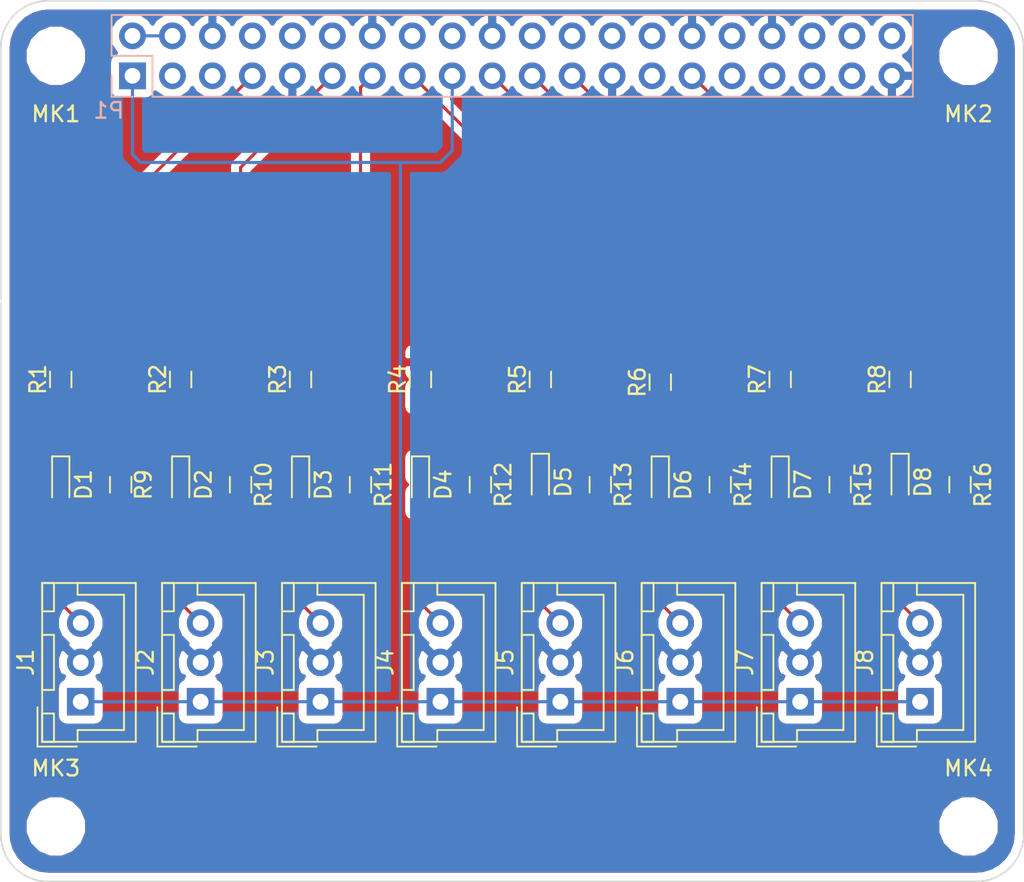
<source format=kicad_pcb>
(kicad_pcb (version 20171130) (host pcbnew "(5.0.0)")

  (general
    (thickness 1.6)
    (drawings 10)
    (tracks 79)
    (zones 0)
    (modules 37)
    (nets 40)
  )

  (page A3)
  (title_block
    (date "15 nov 2012")
  )

  (layers
    (0 F.Cu signal)
    (31 B.Cu signal)
    (32 B.Adhes user)
    (33 F.Adhes user)
    (34 B.Paste user)
    (35 F.Paste user)
    (36 B.SilkS user)
    (37 F.SilkS user)
    (38 B.Mask user)
    (39 F.Mask user)
    (40 Dwgs.User user)
    (41 Cmts.User user)
    (42 Eco1.User user)
    (43 Eco2.User user)
    (44 Edge.Cuts user)
  )

  (setup
    (last_trace_width 0.2)
    (trace_clearance 0.2)
    (zone_clearance 0.508)
    (zone_45_only no)
    (trace_min 0.1524)
    (segment_width 0.1)
    (edge_width 0.1)
    (via_size 0.9)
    (via_drill 0.6)
    (via_min_size 0.8)
    (via_min_drill 0.5)
    (uvia_size 0.5)
    (uvia_drill 0.1)
    (uvias_allowed no)
    (uvia_min_size 0.5)
    (uvia_min_drill 0.1)
    (pcb_text_width 0.3)
    (pcb_text_size 1 1)
    (mod_edge_width 0.15)
    (mod_text_size 1 1)
    (mod_text_width 0.15)
    (pad_size 2.5 2.5)
    (pad_drill 2.5)
    (pad_to_mask_clearance 0)
    (aux_axis_origin 200 150)
    (grid_origin 200 150)
    (visible_elements 7FFFFFFF)
    (pcbplotparams
      (layerselection 0x01030_ffffffff)
      (usegerberextensions true)
      (usegerberattributes false)
      (usegerberadvancedattributes false)
      (creategerberjobfile false)
      (excludeedgelayer true)
      (linewidth 0.150000)
      (plotframeref false)
      (viasonmask false)
      (mode 1)
      (useauxorigin false)
      (hpglpennumber 1)
      (hpglpenspeed 20)
      (hpglpendiameter 15.000000)
      (psnegative false)
      (psa4output false)
      (plotreference true)
      (plotvalue true)
      (plotinvisibletext false)
      (padsonsilk false)
      (subtractmaskfromsilk false)
      (outputformat 1)
      (mirror false)
      (drillshape 0)
      (scaleselection 1)
      (outputdirectory "gerber"))
  )

  (net 0 "")
  (net 1 +3V3)
  (net 2 +5V)
  (net 3 GND)
  (net 4 /ID_SD)
  (net 5 /ID_SC)
  (net 6 /GPIO5)
  (net 7 /GPIO6)
  (net 8 /GPIO26)
  (net 9 /GPIO16)
  (net 10 /GPIO4)
  (net 11 /L1)
  (net 12 /GPIO17)
  (net 13 /L2)
  (net 14 /GPIO27)
  (net 15 /L3)
  (net 16 /L4)
  (net 17 /GPIO22)
  (net 18 /L5)
  (net 19 /GPIO10)
  (net 20 /L6)
  (net 21 /GPIO9)
  (net 22 /GPIO11)
  (net 23 /L7)
  (net 24 /L8)
  (net 25 /GPIO2)
  (net 26 /GPIO3)
  (net 27 /GPIO14)
  (net 28 /GPIO15)
  (net 29 /GPIO18)
  (net 30 /GPIO23)
  (net 31 /GPIO24)
  (net 32 /GPIO25)
  (net 33 /GPIO8)
  (net 34 /GPIO7)
  (net 35 /GPIO12)
  (net 36 /GPIO13)
  (net 37 /GPIO19)
  (net 38 /GPIO20)
  (net 39 /GPIO21)

  (net_class Default "This is the default net class."
    (clearance 0.2)
    (trace_width 0.2)
    (via_dia 0.9)
    (via_drill 0.6)
    (uvia_dia 0.5)
    (uvia_drill 0.1)
    (add_net +3V3)
    (add_net +5V)
    (add_net /GPIO10)
    (add_net /GPIO11)
    (add_net /GPIO12)
    (add_net /GPIO13)
    (add_net /GPIO14)
    (add_net /GPIO15)
    (add_net /GPIO16)
    (add_net /GPIO17)
    (add_net /GPIO18)
    (add_net /GPIO19)
    (add_net /GPIO2)
    (add_net /GPIO20)
    (add_net /GPIO21)
    (add_net /GPIO22)
    (add_net /GPIO23)
    (add_net /GPIO24)
    (add_net /GPIO25)
    (add_net /GPIO26)
    (add_net /GPIO27)
    (add_net /GPIO3)
    (add_net /GPIO4)
    (add_net /GPIO5)
    (add_net /GPIO6)
    (add_net /GPIO7)
    (add_net /GPIO8)
    (add_net /GPIO9)
    (add_net /ID_SC)
    (add_net /ID_SD)
    (add_net /L1)
    (add_net /L2)
    (add_net /L3)
    (add_net /L4)
    (add_net /L5)
    (add_net /L6)
    (add_net /L7)
    (add_net /L8)
    (add_net GND)
  )

  (net_class Power ""
    (clearance 0.2)
    (trace_width 0.5)
    (via_dia 1)
    (via_drill 0.7)
    (uvia_dia 0.5)
    (uvia_drill 0.1)
  )

  (module Connector_PinSocket_2.54mm:PinSocket_2x20_P2.54mm_Vertical (layer B.Cu) (tedit 5A19A433) (tstamp 5A793E9F)
    (at 208.37 98.77 270)
    (descr "Through hole straight socket strip, 2x20, 2.54mm pitch, double cols (from Kicad 4.0.7), script generated")
    (tags "Through hole socket strip THT 2x20 2.54mm double row")
    (path /59AD464A)
    (fp_text reference P1 (at 2.208 1.512) (layer B.SilkS)
      (effects (font (size 1 1) (thickness 0.15)) (justify mirror))
    )
    (fp_text value Conn_02x20_Odd_Even (at -1.27 -51.03 270) (layer B.Fab)
      (effects (font (size 1 1) (thickness 0.15)) (justify mirror))
    )
    (fp_line (start -3.81 1.27) (end 0.27 1.27) (layer B.Fab) (width 0.1))
    (fp_line (start 0.27 1.27) (end 1.27 0.27) (layer B.Fab) (width 0.1))
    (fp_line (start 1.27 0.27) (end 1.27 -49.53) (layer B.Fab) (width 0.1))
    (fp_line (start 1.27 -49.53) (end -3.81 -49.53) (layer B.Fab) (width 0.1))
    (fp_line (start -3.81 -49.53) (end -3.81 1.27) (layer B.Fab) (width 0.1))
    (fp_line (start -3.87 1.33) (end -1.27 1.33) (layer B.SilkS) (width 0.12))
    (fp_line (start -3.87 1.33) (end -3.87 -49.59) (layer B.SilkS) (width 0.12))
    (fp_line (start -3.87 -49.59) (end 1.33 -49.59) (layer B.SilkS) (width 0.12))
    (fp_line (start 1.33 -1.27) (end 1.33 -49.59) (layer B.SilkS) (width 0.12))
    (fp_line (start -1.27 -1.27) (end 1.33 -1.27) (layer B.SilkS) (width 0.12))
    (fp_line (start -1.27 1.33) (end -1.27 -1.27) (layer B.SilkS) (width 0.12))
    (fp_line (start 1.33 1.33) (end 1.33 0) (layer B.SilkS) (width 0.12))
    (fp_line (start 0 1.33) (end 1.33 1.33) (layer B.SilkS) (width 0.12))
    (fp_line (start -4.34 1.8) (end 1.76 1.8) (layer B.CrtYd) (width 0.05))
    (fp_line (start 1.76 1.8) (end 1.76 -50) (layer B.CrtYd) (width 0.05))
    (fp_line (start 1.76 -50) (end -4.34 -50) (layer B.CrtYd) (width 0.05))
    (fp_line (start -4.34 -50) (end -4.34 1.8) (layer B.CrtYd) (width 0.05))
    (fp_text user %R (at -1.27 -24.13 180) (layer B.Fab)
      (effects (font (size 1 1) (thickness 0.15)) (justify mirror))
    )
    (pad 1 thru_hole rect (at 0 0 270) (size 1.7 1.7) (drill 1) (layers *.Cu *.Mask)
      (net 1 +3V3))
    (pad 2 thru_hole oval (at -2.54 0 270) (size 1.7 1.7) (drill 1) (layers *.Cu *.Mask)
      (net 2 +5V))
    (pad 3 thru_hole oval (at 0 -2.54 270) (size 1.7 1.7) (drill 1) (layers *.Cu *.Mask)
      (net 25 /GPIO2))
    (pad 4 thru_hole oval (at -2.54 -2.54 270) (size 1.7 1.7) (drill 1) (layers *.Cu *.Mask)
      (net 2 +5V))
    (pad 5 thru_hole oval (at 0 -5.08 270) (size 1.7 1.7) (drill 1) (layers *.Cu *.Mask)
      (net 26 /GPIO3))
    (pad 6 thru_hole oval (at -2.54 -5.08 270) (size 1.7 1.7) (drill 1) (layers *.Cu *.Mask)
      (net 3 GND))
    (pad 7 thru_hole oval (at 0 -7.62 270) (size 1.7 1.7) (drill 1) (layers *.Cu *.Mask)
      (net 10 /GPIO4))
    (pad 8 thru_hole oval (at -2.54 -7.62 270) (size 1.7 1.7) (drill 1) (layers *.Cu *.Mask)
      (net 27 /GPIO14))
    (pad 9 thru_hole oval (at 0 -10.16 270) (size 1.7 1.7) (drill 1) (layers *.Cu *.Mask)
      (net 3 GND))
    (pad 10 thru_hole oval (at -2.54 -10.16 270) (size 1.7 1.7) (drill 1) (layers *.Cu *.Mask)
      (net 28 /GPIO15))
    (pad 11 thru_hole oval (at 0 -12.7 270) (size 1.7 1.7) (drill 1) (layers *.Cu *.Mask)
      (net 12 /GPIO17))
    (pad 12 thru_hole oval (at -2.54 -12.7 270) (size 1.7 1.7) (drill 1) (layers *.Cu *.Mask)
      (net 29 /GPIO18))
    (pad 13 thru_hole oval (at 0 -15.24 270) (size 1.7 1.7) (drill 1) (layers *.Cu *.Mask)
      (net 14 /GPIO27))
    (pad 14 thru_hole oval (at -2.54 -15.24 270) (size 1.7 1.7) (drill 1) (layers *.Cu *.Mask)
      (net 3 GND))
    (pad 15 thru_hole oval (at 0 -17.78 270) (size 1.7 1.7) (drill 1) (layers *.Cu *.Mask)
      (net 17 /GPIO22))
    (pad 16 thru_hole oval (at -2.54 -17.78 270) (size 1.7 1.7) (drill 1) (layers *.Cu *.Mask)
      (net 30 /GPIO23))
    (pad 17 thru_hole oval (at 0 -20.32 270) (size 1.7 1.7) (drill 1) (layers *.Cu *.Mask)
      (net 1 +3V3))
    (pad 18 thru_hole oval (at -2.54 -20.32 270) (size 1.7 1.7) (drill 1) (layers *.Cu *.Mask)
      (net 31 /GPIO24))
    (pad 19 thru_hole oval (at 0 -22.86 270) (size 1.7 1.7) (drill 1) (layers *.Cu *.Mask)
      (net 19 /GPIO10))
    (pad 20 thru_hole oval (at -2.54 -22.86 270) (size 1.7 1.7) (drill 1) (layers *.Cu *.Mask)
      (net 3 GND))
    (pad 21 thru_hole oval (at 0 -25.4 270) (size 1.7 1.7) (drill 1) (layers *.Cu *.Mask)
      (net 21 /GPIO9))
    (pad 22 thru_hole oval (at -2.54 -25.4 270) (size 1.7 1.7) (drill 1) (layers *.Cu *.Mask)
      (net 32 /GPIO25))
    (pad 23 thru_hole oval (at 0 -27.94 270) (size 1.7 1.7) (drill 1) (layers *.Cu *.Mask)
      (net 22 /GPIO11))
    (pad 24 thru_hole oval (at -2.54 -27.94 270) (size 1.7 1.7) (drill 1) (layers *.Cu *.Mask)
      (net 33 /GPIO8))
    (pad 25 thru_hole oval (at 0 -30.48 270) (size 1.7 1.7) (drill 1) (layers *.Cu *.Mask)
      (net 3 GND))
    (pad 26 thru_hole oval (at -2.54 -30.48 270) (size 1.7 1.7) (drill 1) (layers *.Cu *.Mask)
      (net 34 /GPIO7))
    (pad 27 thru_hole oval (at 0 -33.02 270) (size 1.7 1.7) (drill 1) (layers *.Cu *.Mask)
      (net 4 /ID_SD))
    (pad 28 thru_hole oval (at -2.54 -33.02 270) (size 1.7 1.7) (drill 1) (layers *.Cu *.Mask)
      (net 5 /ID_SC))
    (pad 29 thru_hole oval (at 0 -35.56 270) (size 1.7 1.7) (drill 1) (layers *.Cu *.Mask)
      (net 6 /GPIO5))
    (pad 30 thru_hole oval (at -2.54 -35.56 270) (size 1.7 1.7) (drill 1) (layers *.Cu *.Mask)
      (net 3 GND))
    (pad 31 thru_hole oval (at 0 -38.1 270) (size 1.7 1.7) (drill 1) (layers *.Cu *.Mask)
      (net 7 /GPIO6))
    (pad 32 thru_hole oval (at -2.54 -38.1 270) (size 1.7 1.7) (drill 1) (layers *.Cu *.Mask)
      (net 35 /GPIO12))
    (pad 33 thru_hole oval (at 0 -40.64 270) (size 1.7 1.7) (drill 1) (layers *.Cu *.Mask)
      (net 36 /GPIO13))
    (pad 34 thru_hole oval (at -2.54 -40.64 270) (size 1.7 1.7) (drill 1) (layers *.Cu *.Mask)
      (net 3 GND))
    (pad 35 thru_hole oval (at 0 -43.18 270) (size 1.7 1.7) (drill 1) (layers *.Cu *.Mask)
      (net 37 /GPIO19))
    (pad 36 thru_hole oval (at -2.54 -43.18 270) (size 1.7 1.7) (drill 1) (layers *.Cu *.Mask)
      (net 9 /GPIO16))
    (pad 37 thru_hole oval (at 0 -45.72 270) (size 1.7 1.7) (drill 1) (layers *.Cu *.Mask)
      (net 8 /GPIO26))
    (pad 38 thru_hole oval (at -2.54 -45.72 270) (size 1.7 1.7) (drill 1) (layers *.Cu *.Mask)
      (net 38 /GPIO20))
    (pad 39 thru_hole oval (at 0 -48.26 270) (size 1.7 1.7) (drill 1) (layers *.Cu *.Mask)
      (net 3 GND))
    (pad 40 thru_hole oval (at -2.54 -48.26 270) (size 1.7 1.7) (drill 1) (layers *.Cu *.Mask)
      (net 39 /GPIO21))
    (model ${KISYS3DMOD}/Connector_PinSocket_2.54mm.3dshapes/PinSocket_2x20_P2.54mm_Vertical.wrl
      (at (xyz 0 0 0))
      (scale (xyz 1 1 1))
      (rotate (xyz 0 0 0))
    )
  )

  (module MountingHole:MountingHole_2.7mm_M2.5 (layer F.Cu) (tedit 56D1B4CB) (tstamp 5A793E98)
    (at 261.5 146.5)
    (descr "Mounting Hole 2.7mm, no annular, M2.5")
    (tags "mounting hole 2.7mm no annular m2.5")
    (path /5834FC4F)
    (attr virtual)
    (fp_text reference MK4 (at 0 -3.7) (layer F.SilkS)
      (effects (font (size 1 1) (thickness 0.15)))
    )
    (fp_text value M2.5 (at 0 3.7) (layer F.Fab)
      (effects (font (size 1 1) (thickness 0.15)))
    )
    (fp_circle (center 0 0) (end 2.95 0) (layer F.CrtYd) (width 0.05))
    (fp_circle (center 0 0) (end 2.7 0) (layer Cmts.User) (width 0.15))
    (fp_text user %R (at 0.3 0) (layer F.Fab)
      (effects (font (size 1 1) (thickness 0.15)))
    )
    (pad 1 np_thru_hole circle (at 0 0) (size 2.7 2.7) (drill 2.7) (layers *.Cu *.Mask))
  )

  (module MountingHole:MountingHole_2.7mm_M2.5 (layer F.Cu) (tedit 56D1B4CB) (tstamp 5A793E91)
    (at 203.5 146.5)
    (descr "Mounting Hole 2.7mm, no annular, M2.5")
    (tags "mounting hole 2.7mm no annular m2.5")
    (path /5834FBEF)
    (attr virtual)
    (fp_text reference MK3 (at 0 -3.7) (layer F.SilkS)
      (effects (font (size 1 1) (thickness 0.15)))
    )
    (fp_text value M2.5 (at 0 3.7) (layer F.Fab)
      (effects (font (size 1 1) (thickness 0.15)))
    )
    (fp_text user %R (at 0.3 0) (layer F.Fab)
      (effects (font (size 1 1) (thickness 0.15)))
    )
    (fp_circle (center 0 0) (end 2.7 0) (layer Cmts.User) (width 0.15))
    (fp_circle (center 0 0) (end 2.95 0) (layer F.CrtYd) (width 0.05))
    (pad 1 np_thru_hole circle (at 0 0) (size 2.7 2.7) (drill 2.7) (layers *.Cu *.Mask))
  )

  (module MountingHole:MountingHole_2.7mm_M2.5 (layer F.Cu) (tedit 56D1B4CB) (tstamp 5A793E8A)
    (at 261.5 97.5 180)
    (descr "Mounting Hole 2.7mm, no annular, M2.5")
    (tags "mounting hole 2.7mm no annular m2.5")
    (path /5834FC19)
    (attr virtual)
    (fp_text reference MK2 (at 0 -3.7 180) (layer F.SilkS)
      (effects (font (size 1 1) (thickness 0.15)))
    )
    (fp_text value M2.5 (at 0 3.7 180) (layer F.Fab)
      (effects (font (size 1 1) (thickness 0.15)))
    )
    (fp_circle (center 0 0) (end 2.95 0) (layer F.CrtYd) (width 0.05))
    (fp_circle (center 0 0) (end 2.7 0) (layer Cmts.User) (width 0.15))
    (fp_text user %R (at 0.3 0 180) (layer F.Fab)
      (effects (font (size 1 1) (thickness 0.15)))
    )
    (pad 1 np_thru_hole circle (at 0 0 180) (size 2.7 2.7) (drill 2.7) (layers *.Cu *.Mask))
  )

  (module MountingHole:MountingHole_2.7mm_M2.5 (layer F.Cu) (tedit 56D1B4CB) (tstamp 5A793E83)
    (at 203.5 97.5 180)
    (descr "Mounting Hole 2.7mm, no annular, M2.5")
    (tags "mounting hole 2.7mm no annular m2.5")
    (path /5834FB2E)
    (attr virtual)
    (fp_text reference MK1 (at 0 -3.7 180) (layer F.SilkS)
      (effects (font (size 1 1) (thickness 0.15)))
    )
    (fp_text value M2.5 (at 0 3.7 180) (layer F.Fab)
      (effects (font (size 1 1) (thickness 0.15)))
    )
    (fp_text user %R (at 0.3 0 180) (layer F.Fab)
      (effects (font (size 1 1) (thickness 0.15)))
    )
    (fp_circle (center 0 0) (end 2.7 0) (layer Cmts.User) (width 0.15))
    (fp_circle (center 0 0) (end 2.95 0) (layer F.CrtYd) (width 0.05))
    (pad 1 np_thru_hole circle (at 0 0 180) (size 2.7 2.7) (drill 2.7) (layers *.Cu *.Mask))
  )

  (module LEDs:LED_0603_HandSoldering (layer F.Cu) (tedit 595FC9C0) (tstamp 5B6BFCFD)
    (at 203.81 124.77 270)
    (descr "LED SMD 0603, hand soldering")
    (tags "LED 0603")
    (path /5B6C250B)
    (attr smd)
    (fp_text reference D1 (at 0 -1.45 270) (layer F.SilkS)
      (effects (font (size 1 1) (thickness 0.15)))
    )
    (fp_text value LED (at 0 1.55 270) (layer F.Fab)
      (effects (font (size 1 1) (thickness 0.15)))
    )
    (fp_line (start -0.8 -0.4) (end -0.8 0.4) (layer F.Fab) (width 0.1))
    (fp_line (start 1.95 0.7) (end -1.96 0.7) (layer F.CrtYd) (width 0.05))
    (fp_line (start 1.95 0.7) (end 1.95 -0.7) (layer F.CrtYd) (width 0.05))
    (fp_line (start -1.96 -0.7) (end -1.96 0.7) (layer F.CrtYd) (width 0.05))
    (fp_line (start -1.96 -0.7) (end 1.95 -0.7) (layer F.CrtYd) (width 0.05))
    (fp_line (start -1.8 -0.55) (end 0.8 -0.55) (layer F.SilkS) (width 0.12))
    (fp_line (start -1.8 0.55) (end 0.8 0.55) (layer F.SilkS) (width 0.12))
    (fp_line (start -0.8 -0.4) (end 0.8 -0.4) (layer F.Fab) (width 0.1))
    (fp_line (start 0.8 -0.4) (end 0.8 0.4) (layer F.Fab) (width 0.1))
    (fp_line (start 0.8 0.4) (end -0.8 0.4) (layer F.Fab) (width 0.1))
    (fp_line (start 0.15 -0.2) (end 0.15 0.2) (layer F.Fab) (width 0.1))
    (fp_line (start 0.15 0.2) (end -0.15 0) (layer F.Fab) (width 0.1))
    (fp_line (start -0.15 0) (end 0.15 -0.2) (layer F.Fab) (width 0.1))
    (fp_line (start -0.2 -0.2) (end -0.2 0.2) (layer F.Fab) (width 0.1))
    (fp_line (start -1.8 -0.55) (end -1.8 0.55) (layer F.SilkS) (width 0.12))
    (pad 2 smd rect (at 1.1 0 270) (size 1.2 0.9) (layers F.Cu F.Paste F.Mask)
      (net 10 /GPIO4))
    (pad 1 smd rect (at -1.1 0 270) (size 1.2 0.9) (layers F.Cu F.Paste F.Mask)
      (net 11 /L1))
    (model ${KISYS3DMOD}/LEDs.3dshapes/LED_0603.wrl
      (at (xyz 0 0 0))
      (scale (xyz 1 1 1))
      (rotate (xyz 0 0 180))
    )
  )

  (module LEDs:LED_0603_HandSoldering (layer F.Cu) (tedit 595FC9C0) (tstamp 5B6BFD12)
    (at 211.43 124.77 270)
    (descr "LED SMD 0603, hand soldering")
    (tags "LED 0603")
    (path /5B6CB85C)
    (attr smd)
    (fp_text reference D2 (at 0 -1.45 270) (layer F.SilkS)
      (effects (font (size 1 1) (thickness 0.15)))
    )
    (fp_text value LED (at 0 1.55 270) (layer F.Fab)
      (effects (font (size 1 1) (thickness 0.15)))
    )
    (fp_line (start -0.8 -0.4) (end -0.8 0.4) (layer F.Fab) (width 0.1))
    (fp_line (start 1.95 0.7) (end -1.96 0.7) (layer F.CrtYd) (width 0.05))
    (fp_line (start 1.95 0.7) (end 1.95 -0.7) (layer F.CrtYd) (width 0.05))
    (fp_line (start -1.96 -0.7) (end -1.96 0.7) (layer F.CrtYd) (width 0.05))
    (fp_line (start -1.96 -0.7) (end 1.95 -0.7) (layer F.CrtYd) (width 0.05))
    (fp_line (start -1.8 -0.55) (end 0.8 -0.55) (layer F.SilkS) (width 0.12))
    (fp_line (start -1.8 0.55) (end 0.8 0.55) (layer F.SilkS) (width 0.12))
    (fp_line (start -0.8 -0.4) (end 0.8 -0.4) (layer F.Fab) (width 0.1))
    (fp_line (start 0.8 -0.4) (end 0.8 0.4) (layer F.Fab) (width 0.1))
    (fp_line (start 0.8 0.4) (end -0.8 0.4) (layer F.Fab) (width 0.1))
    (fp_line (start 0.15 -0.2) (end 0.15 0.2) (layer F.Fab) (width 0.1))
    (fp_line (start 0.15 0.2) (end -0.15 0) (layer F.Fab) (width 0.1))
    (fp_line (start -0.15 0) (end 0.15 -0.2) (layer F.Fab) (width 0.1))
    (fp_line (start -0.2 -0.2) (end -0.2 0.2) (layer F.Fab) (width 0.1))
    (fp_line (start -1.8 -0.55) (end -1.8 0.55) (layer F.SilkS) (width 0.12))
    (pad 2 smd rect (at 1.1 0 270) (size 1.2 0.9) (layers F.Cu F.Paste F.Mask)
      (net 12 /GPIO17))
    (pad 1 smd rect (at -1.1 0 270) (size 1.2 0.9) (layers F.Cu F.Paste F.Mask)
      (net 13 /L2))
    (model ${KISYS3DMOD}/LEDs.3dshapes/LED_0603.wrl
      (at (xyz 0 0 0))
      (scale (xyz 1 1 1))
      (rotate (xyz 0 0 180))
    )
  )

  (module LEDs:LED_0603_HandSoldering (layer F.Cu) (tedit 595FC9C0) (tstamp 5B6BFD27)
    (at 219.05 124.77 270)
    (descr "LED SMD 0603, hand soldering")
    (tags "LED 0603")
    (path /5B6CD386)
    (attr smd)
    (fp_text reference D3 (at 0 -1.45 270) (layer F.SilkS)
      (effects (font (size 1 1) (thickness 0.15)))
    )
    (fp_text value LED (at 0 1.55 270) (layer F.Fab)
      (effects (font (size 1 1) (thickness 0.15)))
    )
    (fp_line (start -0.8 -0.4) (end -0.8 0.4) (layer F.Fab) (width 0.1))
    (fp_line (start 1.95 0.7) (end -1.96 0.7) (layer F.CrtYd) (width 0.05))
    (fp_line (start 1.95 0.7) (end 1.95 -0.7) (layer F.CrtYd) (width 0.05))
    (fp_line (start -1.96 -0.7) (end -1.96 0.7) (layer F.CrtYd) (width 0.05))
    (fp_line (start -1.96 -0.7) (end 1.95 -0.7) (layer F.CrtYd) (width 0.05))
    (fp_line (start -1.8 -0.55) (end 0.8 -0.55) (layer F.SilkS) (width 0.12))
    (fp_line (start -1.8 0.55) (end 0.8 0.55) (layer F.SilkS) (width 0.12))
    (fp_line (start -0.8 -0.4) (end 0.8 -0.4) (layer F.Fab) (width 0.1))
    (fp_line (start 0.8 -0.4) (end 0.8 0.4) (layer F.Fab) (width 0.1))
    (fp_line (start 0.8 0.4) (end -0.8 0.4) (layer F.Fab) (width 0.1))
    (fp_line (start 0.15 -0.2) (end 0.15 0.2) (layer F.Fab) (width 0.1))
    (fp_line (start 0.15 0.2) (end -0.15 0) (layer F.Fab) (width 0.1))
    (fp_line (start -0.15 0) (end 0.15 -0.2) (layer F.Fab) (width 0.1))
    (fp_line (start -0.2 -0.2) (end -0.2 0.2) (layer F.Fab) (width 0.1))
    (fp_line (start -1.8 -0.55) (end -1.8 0.55) (layer F.SilkS) (width 0.12))
    (pad 2 smd rect (at 1.1 0 270) (size 1.2 0.9) (layers F.Cu F.Paste F.Mask)
      (net 14 /GPIO27))
    (pad 1 smd rect (at -1.1 0 270) (size 1.2 0.9) (layers F.Cu F.Paste F.Mask)
      (net 15 /L3))
    (model ${KISYS3DMOD}/LEDs.3dshapes/LED_0603.wrl
      (at (xyz 0 0 0))
      (scale (xyz 1 1 1))
      (rotate (xyz 0 0 180))
    )
  )

  (module LEDs:LED_0603_HandSoldering (layer F.Cu) (tedit 595FC9C0) (tstamp 5B6BFD3C)
    (at 226.67 124.77 270)
    (descr "LED SMD 0603, hand soldering")
    (tags "LED 0603")
    (path /5B6CD3C5)
    (attr smd)
    (fp_text reference D4 (at 0 -1.45 270) (layer F.SilkS)
      (effects (font (size 1 1) (thickness 0.15)))
    )
    (fp_text value LED (at 0 1.55 270) (layer F.Fab)
      (effects (font (size 1 1) (thickness 0.15)))
    )
    (fp_line (start -1.8 -0.55) (end -1.8 0.55) (layer F.SilkS) (width 0.12))
    (fp_line (start -0.2 -0.2) (end -0.2 0.2) (layer F.Fab) (width 0.1))
    (fp_line (start -0.15 0) (end 0.15 -0.2) (layer F.Fab) (width 0.1))
    (fp_line (start 0.15 0.2) (end -0.15 0) (layer F.Fab) (width 0.1))
    (fp_line (start 0.15 -0.2) (end 0.15 0.2) (layer F.Fab) (width 0.1))
    (fp_line (start 0.8 0.4) (end -0.8 0.4) (layer F.Fab) (width 0.1))
    (fp_line (start 0.8 -0.4) (end 0.8 0.4) (layer F.Fab) (width 0.1))
    (fp_line (start -0.8 -0.4) (end 0.8 -0.4) (layer F.Fab) (width 0.1))
    (fp_line (start -1.8 0.55) (end 0.8 0.55) (layer F.SilkS) (width 0.12))
    (fp_line (start -1.8 -0.55) (end 0.8 -0.55) (layer F.SilkS) (width 0.12))
    (fp_line (start -1.96 -0.7) (end 1.95 -0.7) (layer F.CrtYd) (width 0.05))
    (fp_line (start -1.96 -0.7) (end -1.96 0.7) (layer F.CrtYd) (width 0.05))
    (fp_line (start 1.95 0.7) (end 1.95 -0.7) (layer F.CrtYd) (width 0.05))
    (fp_line (start 1.95 0.7) (end -1.96 0.7) (layer F.CrtYd) (width 0.05))
    (fp_line (start -0.8 -0.4) (end -0.8 0.4) (layer F.Fab) (width 0.1))
    (pad 1 smd rect (at -1.1 0 270) (size 1.2 0.9) (layers F.Cu F.Paste F.Mask)
      (net 16 /L4))
    (pad 2 smd rect (at 1.1 0 270) (size 1.2 0.9) (layers F.Cu F.Paste F.Mask)
      (net 17 /GPIO22))
    (model ${KISYS3DMOD}/LEDs.3dshapes/LED_0603.wrl
      (at (xyz 0 0 0))
      (scale (xyz 1 1 1))
      (rotate (xyz 0 0 180))
    )
  )

  (module LEDs:LED_0603_HandSoldering (layer F.Cu) (tedit 5B6BFCE2) (tstamp 5B6BFD51)
    (at 234.29 124.6 270)
    (descr "LED SMD 0603, hand soldering")
    (tags "LED 0603")
    (path /5B6D004C)
    (attr smd)
    (fp_text reference D5 (at 0 -1.45 270) (layer F.SilkS)
      (effects (font (size 1 1) (thickness 0.15)))
    )
    (fp_text value LED (at 0 1.55 270) (layer F.Fab)
      (effects (font (size 1 1) (thickness 0.15)))
    )
    (fp_line (start -1.8 -0.55) (end -1.8 0.55) (layer F.SilkS) (width 0.12))
    (fp_line (start -0.2 -0.2) (end -0.2 0.2) (layer F.Fab) (width 0.1))
    (fp_line (start -0.15 0) (end 0.15 -0.2) (layer F.Fab) (width 0.1))
    (fp_line (start 0.15 0.2) (end -0.15 0) (layer F.Fab) (width 0.1))
    (fp_line (start 0.15 -0.2) (end 0.15 0.2) (layer F.Fab) (width 0.1))
    (fp_line (start 0.8 0.4) (end -0.8 0.4) (layer F.Fab) (width 0.1))
    (fp_line (start 0.8 -0.4) (end 0.8 0.4) (layer F.Fab) (width 0.1))
    (fp_line (start -0.8 -0.4) (end 0.8 -0.4) (layer F.Fab) (width 0.1))
    (fp_line (start -1.8 0.55) (end 0.8 0.55) (layer F.SilkS) (width 0.12))
    (fp_line (start -1.8 -0.55) (end 0.8 -0.55) (layer F.SilkS) (width 0.12))
    (fp_line (start -1.96 -0.7) (end 1.95 -0.7) (layer F.CrtYd) (width 0.05))
    (fp_line (start -1.96 -0.7) (end -1.96 0.7) (layer F.CrtYd) (width 0.05))
    (fp_line (start 1.95 0.7) (end 1.95 -0.7) (layer F.CrtYd) (width 0.05))
    (fp_line (start 1.95 0.7) (end -1.96 0.7) (layer F.CrtYd) (width 0.05))
    (fp_line (start -0.8 -0.4) (end -0.8 0.4) (layer F.Fab) (width 0.1))
    (pad 1 smd rect (at -1.1 0 270) (size 1.2 0.9) (layers F.Cu F.Paste F.Mask)
      (net 18 /L5))
    (pad 2 smd rect (at 1.1 0 270) (size 1.2 0.9) (layers F.Cu F.Paste F.Mask)
      (net 19 /GPIO10))
    (model ${KISYS3DMOD}/LEDs.3dshapes/LED_0603.wrl
      (at (xyz 0 0 0))
      (scale (xyz 1 1 1))
      (rotate (xyz 0 0 180))
    )
  )

  (module LEDs:LED_0603_HandSoldering (layer F.Cu) (tedit 595FC9C0) (tstamp 5B6BFD66)
    (at 241.91 124.77 270)
    (descr "LED SMD 0603, hand soldering")
    (tags "LED 0603")
    (path /5B6D008B)
    (attr smd)
    (fp_text reference D6 (at 0 -1.45 270) (layer F.SilkS)
      (effects (font (size 1 1) (thickness 0.15)))
    )
    (fp_text value LED (at 0 1.55 270) (layer F.Fab)
      (effects (font (size 1 1) (thickness 0.15)))
    )
    (fp_line (start -1.8 -0.55) (end -1.8 0.55) (layer F.SilkS) (width 0.12))
    (fp_line (start -0.2 -0.2) (end -0.2 0.2) (layer F.Fab) (width 0.1))
    (fp_line (start -0.15 0) (end 0.15 -0.2) (layer F.Fab) (width 0.1))
    (fp_line (start 0.15 0.2) (end -0.15 0) (layer F.Fab) (width 0.1))
    (fp_line (start 0.15 -0.2) (end 0.15 0.2) (layer F.Fab) (width 0.1))
    (fp_line (start 0.8 0.4) (end -0.8 0.4) (layer F.Fab) (width 0.1))
    (fp_line (start 0.8 -0.4) (end 0.8 0.4) (layer F.Fab) (width 0.1))
    (fp_line (start -0.8 -0.4) (end 0.8 -0.4) (layer F.Fab) (width 0.1))
    (fp_line (start -1.8 0.55) (end 0.8 0.55) (layer F.SilkS) (width 0.12))
    (fp_line (start -1.8 -0.55) (end 0.8 -0.55) (layer F.SilkS) (width 0.12))
    (fp_line (start -1.96 -0.7) (end 1.95 -0.7) (layer F.CrtYd) (width 0.05))
    (fp_line (start -1.96 -0.7) (end -1.96 0.7) (layer F.CrtYd) (width 0.05))
    (fp_line (start 1.95 0.7) (end 1.95 -0.7) (layer F.CrtYd) (width 0.05))
    (fp_line (start 1.95 0.7) (end -1.96 0.7) (layer F.CrtYd) (width 0.05))
    (fp_line (start -0.8 -0.4) (end -0.8 0.4) (layer F.Fab) (width 0.1))
    (pad 1 smd rect (at -1.1 0 270) (size 1.2 0.9) (layers F.Cu F.Paste F.Mask)
      (net 20 /L6))
    (pad 2 smd rect (at 1.1 0 270) (size 1.2 0.9) (layers F.Cu F.Paste F.Mask)
      (net 21 /GPIO9))
    (model ${KISYS3DMOD}/LEDs.3dshapes/LED_0603.wrl
      (at (xyz 0 0 0))
      (scale (xyz 1 1 1))
      (rotate (xyz 0 0 180))
    )
  )

  (module LEDs:LED_0603_HandSoldering (layer F.Cu) (tedit 595FC9C0) (tstamp 5B6BFD7B)
    (at 249.53 124.77 270)
    (descr "LED SMD 0603, hand soldering")
    (tags "LED 0603")
    (path /5B6D00CA)
    (attr smd)
    (fp_text reference D7 (at 0 -1.45 270) (layer F.SilkS)
      (effects (font (size 1 1) (thickness 0.15)))
    )
    (fp_text value LED (at 0 1.55 270) (layer F.Fab)
      (effects (font (size 1 1) (thickness 0.15)))
    )
    (fp_line (start -0.8 -0.4) (end -0.8 0.4) (layer F.Fab) (width 0.1))
    (fp_line (start 1.95 0.7) (end -1.96 0.7) (layer F.CrtYd) (width 0.05))
    (fp_line (start 1.95 0.7) (end 1.95 -0.7) (layer F.CrtYd) (width 0.05))
    (fp_line (start -1.96 -0.7) (end -1.96 0.7) (layer F.CrtYd) (width 0.05))
    (fp_line (start -1.96 -0.7) (end 1.95 -0.7) (layer F.CrtYd) (width 0.05))
    (fp_line (start -1.8 -0.55) (end 0.8 -0.55) (layer F.SilkS) (width 0.12))
    (fp_line (start -1.8 0.55) (end 0.8 0.55) (layer F.SilkS) (width 0.12))
    (fp_line (start -0.8 -0.4) (end 0.8 -0.4) (layer F.Fab) (width 0.1))
    (fp_line (start 0.8 -0.4) (end 0.8 0.4) (layer F.Fab) (width 0.1))
    (fp_line (start 0.8 0.4) (end -0.8 0.4) (layer F.Fab) (width 0.1))
    (fp_line (start 0.15 -0.2) (end 0.15 0.2) (layer F.Fab) (width 0.1))
    (fp_line (start 0.15 0.2) (end -0.15 0) (layer F.Fab) (width 0.1))
    (fp_line (start -0.15 0) (end 0.15 -0.2) (layer F.Fab) (width 0.1))
    (fp_line (start -0.2 -0.2) (end -0.2 0.2) (layer F.Fab) (width 0.1))
    (fp_line (start -1.8 -0.55) (end -1.8 0.55) (layer F.SilkS) (width 0.12))
    (pad 2 smd rect (at 1.1 0 270) (size 1.2 0.9) (layers F.Cu F.Paste F.Mask)
      (net 22 /GPIO11))
    (pad 1 smd rect (at -1.1 0 270) (size 1.2 0.9) (layers F.Cu F.Paste F.Mask)
      (net 23 /L7))
    (model ${KISYS3DMOD}/LEDs.3dshapes/LED_0603.wrl
      (at (xyz 0 0 0))
      (scale (xyz 1 1 1))
      (rotate (xyz 0 0 180))
    )
  )

  (module LEDs:LED_0603_HandSoldering (layer F.Cu) (tedit 595FC9C0) (tstamp 5B6BFD90)
    (at 257.15 124.6 270)
    (descr "LED SMD 0603, hand soldering")
    (tags "LED 0603")
    (path /5B6D0109)
    (attr smd)
    (fp_text reference D8 (at 0 -1.45 270) (layer F.SilkS)
      (effects (font (size 1 1) (thickness 0.15)))
    )
    (fp_text value LED (at 0 1.55 270) (layer F.Fab)
      (effects (font (size 1 1) (thickness 0.15)))
    )
    (fp_line (start -1.8 -0.55) (end -1.8 0.55) (layer F.SilkS) (width 0.12))
    (fp_line (start -0.2 -0.2) (end -0.2 0.2) (layer F.Fab) (width 0.1))
    (fp_line (start -0.15 0) (end 0.15 -0.2) (layer F.Fab) (width 0.1))
    (fp_line (start 0.15 0.2) (end -0.15 0) (layer F.Fab) (width 0.1))
    (fp_line (start 0.15 -0.2) (end 0.15 0.2) (layer F.Fab) (width 0.1))
    (fp_line (start 0.8 0.4) (end -0.8 0.4) (layer F.Fab) (width 0.1))
    (fp_line (start 0.8 -0.4) (end 0.8 0.4) (layer F.Fab) (width 0.1))
    (fp_line (start -0.8 -0.4) (end 0.8 -0.4) (layer F.Fab) (width 0.1))
    (fp_line (start -1.8 0.55) (end 0.8 0.55) (layer F.SilkS) (width 0.12))
    (fp_line (start -1.8 -0.55) (end 0.8 -0.55) (layer F.SilkS) (width 0.12))
    (fp_line (start -1.96 -0.7) (end 1.95 -0.7) (layer F.CrtYd) (width 0.05))
    (fp_line (start -1.96 -0.7) (end -1.96 0.7) (layer F.CrtYd) (width 0.05))
    (fp_line (start 1.95 0.7) (end 1.95 -0.7) (layer F.CrtYd) (width 0.05))
    (fp_line (start 1.95 0.7) (end -1.96 0.7) (layer F.CrtYd) (width 0.05))
    (fp_line (start -0.8 -0.4) (end -0.8 0.4) (layer F.Fab) (width 0.1))
    (pad 1 smd rect (at -1.1 0 270) (size 1.2 0.9) (layers F.Cu F.Paste F.Mask)
      (net 24 /L8))
    (pad 2 smd rect (at 1.1 0 270) (size 1.2 0.9) (layers F.Cu F.Paste F.Mask)
      (net 6 /GPIO5))
    (model ${KISYS3DMOD}/LEDs.3dshapes/LED_0603.wrl
      (at (xyz 0 0 0))
      (scale (xyz 1 1 1))
      (rotate (xyz 0 0 180))
    )
  )

  (module Connectors_JST:JST_XH_B03B-XH-A_03x2.50mm_Straight (layer F.Cu) (tedit 58EAE7F0) (tstamp 5B6BFDBA)
    (at 205.08 138.57 90)
    (descr "JST XH series connector, B03B-XH-A, top entry type, through hole")
    (tags "connector jst xh tht top vertical 2.50mm")
    (path /5B6C05F2)
    (fp_text reference J1 (at 2.5 -3.5 90) (layer F.SilkS)
      (effects (font (size 1 1) (thickness 0.15)))
    )
    (fp_text value Conn_01x03 (at 2.5 4.5 90) (layer F.Fab)
      (effects (font (size 1 1) (thickness 0.15)))
    )
    (fp_line (start -2.45 -2.35) (end -2.45 3.4) (layer F.Fab) (width 0.1))
    (fp_line (start -2.45 3.4) (end 7.45 3.4) (layer F.Fab) (width 0.1))
    (fp_line (start 7.45 3.4) (end 7.45 -2.35) (layer F.Fab) (width 0.1))
    (fp_line (start 7.45 -2.35) (end -2.45 -2.35) (layer F.Fab) (width 0.1))
    (fp_line (start -2.95 -2.85) (end -2.95 3.9) (layer F.CrtYd) (width 0.05))
    (fp_line (start -2.95 3.9) (end 7.95 3.9) (layer F.CrtYd) (width 0.05))
    (fp_line (start 7.95 3.9) (end 7.95 -2.85) (layer F.CrtYd) (width 0.05))
    (fp_line (start 7.95 -2.85) (end -2.95 -2.85) (layer F.CrtYd) (width 0.05))
    (fp_line (start -2.55 -2.45) (end -2.55 3.5) (layer F.SilkS) (width 0.12))
    (fp_line (start -2.55 3.5) (end 7.55 3.5) (layer F.SilkS) (width 0.12))
    (fp_line (start 7.55 3.5) (end 7.55 -2.45) (layer F.SilkS) (width 0.12))
    (fp_line (start 7.55 -2.45) (end -2.55 -2.45) (layer F.SilkS) (width 0.12))
    (fp_line (start 0.75 -2.45) (end 0.75 -1.7) (layer F.SilkS) (width 0.12))
    (fp_line (start 0.75 -1.7) (end 4.25 -1.7) (layer F.SilkS) (width 0.12))
    (fp_line (start 4.25 -1.7) (end 4.25 -2.45) (layer F.SilkS) (width 0.12))
    (fp_line (start 4.25 -2.45) (end 0.75 -2.45) (layer F.SilkS) (width 0.12))
    (fp_line (start -2.55 -2.45) (end -2.55 -1.7) (layer F.SilkS) (width 0.12))
    (fp_line (start -2.55 -1.7) (end -0.75 -1.7) (layer F.SilkS) (width 0.12))
    (fp_line (start -0.75 -1.7) (end -0.75 -2.45) (layer F.SilkS) (width 0.12))
    (fp_line (start -0.75 -2.45) (end -2.55 -2.45) (layer F.SilkS) (width 0.12))
    (fp_line (start 5.75 -2.45) (end 5.75 -1.7) (layer F.SilkS) (width 0.12))
    (fp_line (start 5.75 -1.7) (end 7.55 -1.7) (layer F.SilkS) (width 0.12))
    (fp_line (start 7.55 -1.7) (end 7.55 -2.45) (layer F.SilkS) (width 0.12))
    (fp_line (start 7.55 -2.45) (end 5.75 -2.45) (layer F.SilkS) (width 0.12))
    (fp_line (start -2.55 -0.2) (end -1.8 -0.2) (layer F.SilkS) (width 0.12))
    (fp_line (start -1.8 -0.2) (end -1.8 2.75) (layer F.SilkS) (width 0.12))
    (fp_line (start -1.8 2.75) (end 2.5 2.75) (layer F.SilkS) (width 0.12))
    (fp_line (start 7.55 -0.2) (end 6.8 -0.2) (layer F.SilkS) (width 0.12))
    (fp_line (start 6.8 -0.2) (end 6.8 2.75) (layer F.SilkS) (width 0.12))
    (fp_line (start 6.8 2.75) (end 2.5 2.75) (layer F.SilkS) (width 0.12))
    (fp_line (start -0.35 -2.75) (end -2.85 -2.75) (layer F.SilkS) (width 0.12))
    (fp_line (start -2.85 -2.75) (end -2.85 -0.25) (layer F.SilkS) (width 0.12))
    (fp_line (start -0.35 -2.75) (end -2.85 -2.75) (layer F.Fab) (width 0.1))
    (fp_line (start -2.85 -2.75) (end -2.85 -0.25) (layer F.Fab) (width 0.1))
    (fp_text user %R (at 2.5 2.5 90) (layer F.Fab)
      (effects (font (size 1 1) (thickness 0.15)))
    )
    (pad 1 thru_hole rect (at 0 0 90) (size 1.75 1.75) (drill 1) (layers *.Cu *.Mask)
      (net 1 +3V3))
    (pad 2 thru_hole circle (at 2.5 0 90) (size 1.75 1.75) (drill 1) (layers *.Cu *.Mask)
      (net 3 GND))
    (pad 3 thru_hole circle (at 5 0 90) (size 1.75 1.75) (drill 1) (layers *.Cu *.Mask)
      (net 10 /GPIO4))
    (model Connectors_JST.3dshapes/JST_XH_B03B-XH-A_03x2.50mm_Straight.wrl
      (at (xyz 0 0 0))
      (scale (xyz 1 1 1))
      (rotate (xyz 0 0 0))
    )
  )

  (module Connectors_JST:JST_XH_B03B-XH-A_03x2.50mm_Straight (layer F.Cu) (tedit 58EAE7F0) (tstamp 5B6BFDE4)
    (at 212.7 138.57 90)
    (descr "JST XH series connector, B03B-XH-A, top entry type, through hole")
    (tags "connector jst xh tht top vertical 2.50mm")
    (path /5B6CB845)
    (fp_text reference J2 (at 2.5 -3.5 90) (layer F.SilkS)
      (effects (font (size 1 1) (thickness 0.15)))
    )
    (fp_text value Conn_01x03 (at 2.5 4.5 90) (layer F.Fab)
      (effects (font (size 1 1) (thickness 0.15)))
    )
    (fp_text user %R (at 2.5 2.5 90) (layer F.Fab)
      (effects (font (size 1 1) (thickness 0.15)))
    )
    (fp_line (start -2.85 -2.75) (end -2.85 -0.25) (layer F.Fab) (width 0.1))
    (fp_line (start -0.35 -2.75) (end -2.85 -2.75) (layer F.Fab) (width 0.1))
    (fp_line (start -2.85 -2.75) (end -2.85 -0.25) (layer F.SilkS) (width 0.12))
    (fp_line (start -0.35 -2.75) (end -2.85 -2.75) (layer F.SilkS) (width 0.12))
    (fp_line (start 6.8 2.75) (end 2.5 2.75) (layer F.SilkS) (width 0.12))
    (fp_line (start 6.8 -0.2) (end 6.8 2.75) (layer F.SilkS) (width 0.12))
    (fp_line (start 7.55 -0.2) (end 6.8 -0.2) (layer F.SilkS) (width 0.12))
    (fp_line (start -1.8 2.75) (end 2.5 2.75) (layer F.SilkS) (width 0.12))
    (fp_line (start -1.8 -0.2) (end -1.8 2.75) (layer F.SilkS) (width 0.12))
    (fp_line (start -2.55 -0.2) (end -1.8 -0.2) (layer F.SilkS) (width 0.12))
    (fp_line (start 7.55 -2.45) (end 5.75 -2.45) (layer F.SilkS) (width 0.12))
    (fp_line (start 7.55 -1.7) (end 7.55 -2.45) (layer F.SilkS) (width 0.12))
    (fp_line (start 5.75 -1.7) (end 7.55 -1.7) (layer F.SilkS) (width 0.12))
    (fp_line (start 5.75 -2.45) (end 5.75 -1.7) (layer F.SilkS) (width 0.12))
    (fp_line (start -0.75 -2.45) (end -2.55 -2.45) (layer F.SilkS) (width 0.12))
    (fp_line (start -0.75 -1.7) (end -0.75 -2.45) (layer F.SilkS) (width 0.12))
    (fp_line (start -2.55 -1.7) (end -0.75 -1.7) (layer F.SilkS) (width 0.12))
    (fp_line (start -2.55 -2.45) (end -2.55 -1.7) (layer F.SilkS) (width 0.12))
    (fp_line (start 4.25 -2.45) (end 0.75 -2.45) (layer F.SilkS) (width 0.12))
    (fp_line (start 4.25 -1.7) (end 4.25 -2.45) (layer F.SilkS) (width 0.12))
    (fp_line (start 0.75 -1.7) (end 4.25 -1.7) (layer F.SilkS) (width 0.12))
    (fp_line (start 0.75 -2.45) (end 0.75 -1.7) (layer F.SilkS) (width 0.12))
    (fp_line (start 7.55 -2.45) (end -2.55 -2.45) (layer F.SilkS) (width 0.12))
    (fp_line (start 7.55 3.5) (end 7.55 -2.45) (layer F.SilkS) (width 0.12))
    (fp_line (start -2.55 3.5) (end 7.55 3.5) (layer F.SilkS) (width 0.12))
    (fp_line (start -2.55 -2.45) (end -2.55 3.5) (layer F.SilkS) (width 0.12))
    (fp_line (start 7.95 -2.85) (end -2.95 -2.85) (layer F.CrtYd) (width 0.05))
    (fp_line (start 7.95 3.9) (end 7.95 -2.85) (layer F.CrtYd) (width 0.05))
    (fp_line (start -2.95 3.9) (end 7.95 3.9) (layer F.CrtYd) (width 0.05))
    (fp_line (start -2.95 -2.85) (end -2.95 3.9) (layer F.CrtYd) (width 0.05))
    (fp_line (start 7.45 -2.35) (end -2.45 -2.35) (layer F.Fab) (width 0.1))
    (fp_line (start 7.45 3.4) (end 7.45 -2.35) (layer F.Fab) (width 0.1))
    (fp_line (start -2.45 3.4) (end 7.45 3.4) (layer F.Fab) (width 0.1))
    (fp_line (start -2.45 -2.35) (end -2.45 3.4) (layer F.Fab) (width 0.1))
    (pad 3 thru_hole circle (at 5 0 90) (size 1.75 1.75) (drill 1) (layers *.Cu *.Mask)
      (net 12 /GPIO17))
    (pad 2 thru_hole circle (at 2.5 0 90) (size 1.75 1.75) (drill 1) (layers *.Cu *.Mask)
      (net 3 GND))
    (pad 1 thru_hole rect (at 0 0 90) (size 1.75 1.75) (drill 1) (layers *.Cu *.Mask)
      (net 1 +3V3))
    (model Connectors_JST.3dshapes/JST_XH_B03B-XH-A_03x2.50mm_Straight.wrl
      (at (xyz 0 0 0))
      (scale (xyz 1 1 1))
      (rotate (xyz 0 0 0))
    )
  )

  (module Connectors_JST:JST_XH_B03B-XH-A_03x2.50mm_Straight (layer F.Cu) (tedit 58EAE7F0) (tstamp 5B6BFE0E)
    (at 220.32 138.57 90)
    (descr "JST XH series connector, B03B-XH-A, top entry type, through hole")
    (tags "connector jst xh tht top vertical 2.50mm")
    (path /5B6CD36F)
    (fp_text reference J3 (at 2.5 -3.5 90) (layer F.SilkS)
      (effects (font (size 1 1) (thickness 0.15)))
    )
    (fp_text value Conn_01x03 (at 2.5 4.5 90) (layer F.Fab)
      (effects (font (size 1 1) (thickness 0.15)))
    )
    (fp_line (start -2.45 -2.35) (end -2.45 3.4) (layer F.Fab) (width 0.1))
    (fp_line (start -2.45 3.4) (end 7.45 3.4) (layer F.Fab) (width 0.1))
    (fp_line (start 7.45 3.4) (end 7.45 -2.35) (layer F.Fab) (width 0.1))
    (fp_line (start 7.45 -2.35) (end -2.45 -2.35) (layer F.Fab) (width 0.1))
    (fp_line (start -2.95 -2.85) (end -2.95 3.9) (layer F.CrtYd) (width 0.05))
    (fp_line (start -2.95 3.9) (end 7.95 3.9) (layer F.CrtYd) (width 0.05))
    (fp_line (start 7.95 3.9) (end 7.95 -2.85) (layer F.CrtYd) (width 0.05))
    (fp_line (start 7.95 -2.85) (end -2.95 -2.85) (layer F.CrtYd) (width 0.05))
    (fp_line (start -2.55 -2.45) (end -2.55 3.5) (layer F.SilkS) (width 0.12))
    (fp_line (start -2.55 3.5) (end 7.55 3.5) (layer F.SilkS) (width 0.12))
    (fp_line (start 7.55 3.5) (end 7.55 -2.45) (layer F.SilkS) (width 0.12))
    (fp_line (start 7.55 -2.45) (end -2.55 -2.45) (layer F.SilkS) (width 0.12))
    (fp_line (start 0.75 -2.45) (end 0.75 -1.7) (layer F.SilkS) (width 0.12))
    (fp_line (start 0.75 -1.7) (end 4.25 -1.7) (layer F.SilkS) (width 0.12))
    (fp_line (start 4.25 -1.7) (end 4.25 -2.45) (layer F.SilkS) (width 0.12))
    (fp_line (start 4.25 -2.45) (end 0.75 -2.45) (layer F.SilkS) (width 0.12))
    (fp_line (start -2.55 -2.45) (end -2.55 -1.7) (layer F.SilkS) (width 0.12))
    (fp_line (start -2.55 -1.7) (end -0.75 -1.7) (layer F.SilkS) (width 0.12))
    (fp_line (start -0.75 -1.7) (end -0.75 -2.45) (layer F.SilkS) (width 0.12))
    (fp_line (start -0.75 -2.45) (end -2.55 -2.45) (layer F.SilkS) (width 0.12))
    (fp_line (start 5.75 -2.45) (end 5.75 -1.7) (layer F.SilkS) (width 0.12))
    (fp_line (start 5.75 -1.7) (end 7.55 -1.7) (layer F.SilkS) (width 0.12))
    (fp_line (start 7.55 -1.7) (end 7.55 -2.45) (layer F.SilkS) (width 0.12))
    (fp_line (start 7.55 -2.45) (end 5.75 -2.45) (layer F.SilkS) (width 0.12))
    (fp_line (start -2.55 -0.2) (end -1.8 -0.2) (layer F.SilkS) (width 0.12))
    (fp_line (start -1.8 -0.2) (end -1.8 2.75) (layer F.SilkS) (width 0.12))
    (fp_line (start -1.8 2.75) (end 2.5 2.75) (layer F.SilkS) (width 0.12))
    (fp_line (start 7.55 -0.2) (end 6.8 -0.2) (layer F.SilkS) (width 0.12))
    (fp_line (start 6.8 -0.2) (end 6.8 2.75) (layer F.SilkS) (width 0.12))
    (fp_line (start 6.8 2.75) (end 2.5 2.75) (layer F.SilkS) (width 0.12))
    (fp_line (start -0.35 -2.75) (end -2.85 -2.75) (layer F.SilkS) (width 0.12))
    (fp_line (start -2.85 -2.75) (end -2.85 -0.25) (layer F.SilkS) (width 0.12))
    (fp_line (start -0.35 -2.75) (end -2.85 -2.75) (layer F.Fab) (width 0.1))
    (fp_line (start -2.85 -2.75) (end -2.85 -0.25) (layer F.Fab) (width 0.1))
    (fp_text user %R (at 2.5 2.5 90) (layer F.Fab)
      (effects (font (size 1 1) (thickness 0.15)))
    )
    (pad 1 thru_hole rect (at 0 0 90) (size 1.75 1.75) (drill 1) (layers *.Cu *.Mask)
      (net 1 +3V3))
    (pad 2 thru_hole circle (at 2.5 0 90) (size 1.75 1.75) (drill 1) (layers *.Cu *.Mask)
      (net 3 GND))
    (pad 3 thru_hole circle (at 5 0 90) (size 1.75 1.75) (drill 1) (layers *.Cu *.Mask)
      (net 14 /GPIO27))
    (model Connectors_JST.3dshapes/JST_XH_B03B-XH-A_03x2.50mm_Straight.wrl
      (at (xyz 0 0 0))
      (scale (xyz 1 1 1))
      (rotate (xyz 0 0 0))
    )
  )

  (module Connectors_JST:JST_XH_B03B-XH-A_03x2.50mm_Straight (layer F.Cu) (tedit 58EAE7F0) (tstamp 5B6BFE38)
    (at 227.94 138.57 90)
    (descr "JST XH series connector, B03B-XH-A, top entry type, through hole")
    (tags "connector jst xh tht top vertical 2.50mm")
    (path /5B6CD3AE)
    (fp_text reference J4 (at 2.5 -3.5 90) (layer F.SilkS)
      (effects (font (size 1 1) (thickness 0.15)))
    )
    (fp_text value Conn_01x03 (at 2.5 4.5 90) (layer F.Fab)
      (effects (font (size 1 1) (thickness 0.15)))
    )
    (fp_text user %R (at 2.5 2.5 90) (layer F.Fab)
      (effects (font (size 1 1) (thickness 0.15)))
    )
    (fp_line (start -2.85 -2.75) (end -2.85 -0.25) (layer F.Fab) (width 0.1))
    (fp_line (start -0.35 -2.75) (end -2.85 -2.75) (layer F.Fab) (width 0.1))
    (fp_line (start -2.85 -2.75) (end -2.85 -0.25) (layer F.SilkS) (width 0.12))
    (fp_line (start -0.35 -2.75) (end -2.85 -2.75) (layer F.SilkS) (width 0.12))
    (fp_line (start 6.8 2.75) (end 2.5 2.75) (layer F.SilkS) (width 0.12))
    (fp_line (start 6.8 -0.2) (end 6.8 2.75) (layer F.SilkS) (width 0.12))
    (fp_line (start 7.55 -0.2) (end 6.8 -0.2) (layer F.SilkS) (width 0.12))
    (fp_line (start -1.8 2.75) (end 2.5 2.75) (layer F.SilkS) (width 0.12))
    (fp_line (start -1.8 -0.2) (end -1.8 2.75) (layer F.SilkS) (width 0.12))
    (fp_line (start -2.55 -0.2) (end -1.8 -0.2) (layer F.SilkS) (width 0.12))
    (fp_line (start 7.55 -2.45) (end 5.75 -2.45) (layer F.SilkS) (width 0.12))
    (fp_line (start 7.55 -1.7) (end 7.55 -2.45) (layer F.SilkS) (width 0.12))
    (fp_line (start 5.75 -1.7) (end 7.55 -1.7) (layer F.SilkS) (width 0.12))
    (fp_line (start 5.75 -2.45) (end 5.75 -1.7) (layer F.SilkS) (width 0.12))
    (fp_line (start -0.75 -2.45) (end -2.55 -2.45) (layer F.SilkS) (width 0.12))
    (fp_line (start -0.75 -1.7) (end -0.75 -2.45) (layer F.SilkS) (width 0.12))
    (fp_line (start -2.55 -1.7) (end -0.75 -1.7) (layer F.SilkS) (width 0.12))
    (fp_line (start -2.55 -2.45) (end -2.55 -1.7) (layer F.SilkS) (width 0.12))
    (fp_line (start 4.25 -2.45) (end 0.75 -2.45) (layer F.SilkS) (width 0.12))
    (fp_line (start 4.25 -1.7) (end 4.25 -2.45) (layer F.SilkS) (width 0.12))
    (fp_line (start 0.75 -1.7) (end 4.25 -1.7) (layer F.SilkS) (width 0.12))
    (fp_line (start 0.75 -2.45) (end 0.75 -1.7) (layer F.SilkS) (width 0.12))
    (fp_line (start 7.55 -2.45) (end -2.55 -2.45) (layer F.SilkS) (width 0.12))
    (fp_line (start 7.55 3.5) (end 7.55 -2.45) (layer F.SilkS) (width 0.12))
    (fp_line (start -2.55 3.5) (end 7.55 3.5) (layer F.SilkS) (width 0.12))
    (fp_line (start -2.55 -2.45) (end -2.55 3.5) (layer F.SilkS) (width 0.12))
    (fp_line (start 7.95 -2.85) (end -2.95 -2.85) (layer F.CrtYd) (width 0.05))
    (fp_line (start 7.95 3.9) (end 7.95 -2.85) (layer F.CrtYd) (width 0.05))
    (fp_line (start -2.95 3.9) (end 7.95 3.9) (layer F.CrtYd) (width 0.05))
    (fp_line (start -2.95 -2.85) (end -2.95 3.9) (layer F.CrtYd) (width 0.05))
    (fp_line (start 7.45 -2.35) (end -2.45 -2.35) (layer F.Fab) (width 0.1))
    (fp_line (start 7.45 3.4) (end 7.45 -2.35) (layer F.Fab) (width 0.1))
    (fp_line (start -2.45 3.4) (end 7.45 3.4) (layer F.Fab) (width 0.1))
    (fp_line (start -2.45 -2.35) (end -2.45 3.4) (layer F.Fab) (width 0.1))
    (pad 3 thru_hole circle (at 5 0 90) (size 1.75 1.75) (drill 1) (layers *.Cu *.Mask)
      (net 17 /GPIO22))
    (pad 2 thru_hole circle (at 2.5 0 90) (size 1.75 1.75) (drill 1) (layers *.Cu *.Mask)
      (net 3 GND))
    (pad 1 thru_hole rect (at 0 0 90) (size 1.75 1.75) (drill 1) (layers *.Cu *.Mask)
      (net 1 +3V3))
    (model Connectors_JST.3dshapes/JST_XH_B03B-XH-A_03x2.50mm_Straight.wrl
      (at (xyz 0 0 0))
      (scale (xyz 1 1 1))
      (rotate (xyz 0 0 0))
    )
  )

  (module Connectors_JST:JST_XH_B03B-XH-A_03x2.50mm_Straight (layer F.Cu) (tedit 58EAE7F0) (tstamp 5B6BFE62)
    (at 235.56 138.57 90)
    (descr "JST XH series connector, B03B-XH-A, top entry type, through hole")
    (tags "connector jst xh tht top vertical 2.50mm")
    (path /5B6D0035)
    (fp_text reference J5 (at 2.5 -3.5 90) (layer F.SilkS)
      (effects (font (size 1 1) (thickness 0.15)))
    )
    (fp_text value Conn_01x03 (at 2.5 4.5 90) (layer F.Fab)
      (effects (font (size 1 1) (thickness 0.15)))
    )
    (fp_line (start -2.45 -2.35) (end -2.45 3.4) (layer F.Fab) (width 0.1))
    (fp_line (start -2.45 3.4) (end 7.45 3.4) (layer F.Fab) (width 0.1))
    (fp_line (start 7.45 3.4) (end 7.45 -2.35) (layer F.Fab) (width 0.1))
    (fp_line (start 7.45 -2.35) (end -2.45 -2.35) (layer F.Fab) (width 0.1))
    (fp_line (start -2.95 -2.85) (end -2.95 3.9) (layer F.CrtYd) (width 0.05))
    (fp_line (start -2.95 3.9) (end 7.95 3.9) (layer F.CrtYd) (width 0.05))
    (fp_line (start 7.95 3.9) (end 7.95 -2.85) (layer F.CrtYd) (width 0.05))
    (fp_line (start 7.95 -2.85) (end -2.95 -2.85) (layer F.CrtYd) (width 0.05))
    (fp_line (start -2.55 -2.45) (end -2.55 3.5) (layer F.SilkS) (width 0.12))
    (fp_line (start -2.55 3.5) (end 7.55 3.5) (layer F.SilkS) (width 0.12))
    (fp_line (start 7.55 3.5) (end 7.55 -2.45) (layer F.SilkS) (width 0.12))
    (fp_line (start 7.55 -2.45) (end -2.55 -2.45) (layer F.SilkS) (width 0.12))
    (fp_line (start 0.75 -2.45) (end 0.75 -1.7) (layer F.SilkS) (width 0.12))
    (fp_line (start 0.75 -1.7) (end 4.25 -1.7) (layer F.SilkS) (width 0.12))
    (fp_line (start 4.25 -1.7) (end 4.25 -2.45) (layer F.SilkS) (width 0.12))
    (fp_line (start 4.25 -2.45) (end 0.75 -2.45) (layer F.SilkS) (width 0.12))
    (fp_line (start -2.55 -2.45) (end -2.55 -1.7) (layer F.SilkS) (width 0.12))
    (fp_line (start -2.55 -1.7) (end -0.75 -1.7) (layer F.SilkS) (width 0.12))
    (fp_line (start -0.75 -1.7) (end -0.75 -2.45) (layer F.SilkS) (width 0.12))
    (fp_line (start -0.75 -2.45) (end -2.55 -2.45) (layer F.SilkS) (width 0.12))
    (fp_line (start 5.75 -2.45) (end 5.75 -1.7) (layer F.SilkS) (width 0.12))
    (fp_line (start 5.75 -1.7) (end 7.55 -1.7) (layer F.SilkS) (width 0.12))
    (fp_line (start 7.55 -1.7) (end 7.55 -2.45) (layer F.SilkS) (width 0.12))
    (fp_line (start 7.55 -2.45) (end 5.75 -2.45) (layer F.SilkS) (width 0.12))
    (fp_line (start -2.55 -0.2) (end -1.8 -0.2) (layer F.SilkS) (width 0.12))
    (fp_line (start -1.8 -0.2) (end -1.8 2.75) (layer F.SilkS) (width 0.12))
    (fp_line (start -1.8 2.75) (end 2.5 2.75) (layer F.SilkS) (width 0.12))
    (fp_line (start 7.55 -0.2) (end 6.8 -0.2) (layer F.SilkS) (width 0.12))
    (fp_line (start 6.8 -0.2) (end 6.8 2.75) (layer F.SilkS) (width 0.12))
    (fp_line (start 6.8 2.75) (end 2.5 2.75) (layer F.SilkS) (width 0.12))
    (fp_line (start -0.35 -2.75) (end -2.85 -2.75) (layer F.SilkS) (width 0.12))
    (fp_line (start -2.85 -2.75) (end -2.85 -0.25) (layer F.SilkS) (width 0.12))
    (fp_line (start -0.35 -2.75) (end -2.85 -2.75) (layer F.Fab) (width 0.1))
    (fp_line (start -2.85 -2.75) (end -2.85 -0.25) (layer F.Fab) (width 0.1))
    (fp_text user %R (at 2.5 2.5 90) (layer F.Fab)
      (effects (font (size 1 1) (thickness 0.15)))
    )
    (pad 1 thru_hole rect (at 0 0 90) (size 1.75 1.75) (drill 1) (layers *.Cu *.Mask)
      (net 1 +3V3))
    (pad 2 thru_hole circle (at 2.5 0 90) (size 1.75 1.75) (drill 1) (layers *.Cu *.Mask)
      (net 3 GND))
    (pad 3 thru_hole circle (at 5 0 90) (size 1.75 1.75) (drill 1) (layers *.Cu *.Mask)
      (net 19 /GPIO10))
    (model Connectors_JST.3dshapes/JST_XH_B03B-XH-A_03x2.50mm_Straight.wrl
      (at (xyz 0 0 0))
      (scale (xyz 1 1 1))
      (rotate (xyz 0 0 0))
    )
  )

  (module Connectors_JST:JST_XH_B03B-XH-A_03x2.50mm_Straight (layer F.Cu) (tedit 58EAE7F0) (tstamp 5B6BFE8C)
    (at 243.18 138.57 90)
    (descr "JST XH series connector, B03B-XH-A, top entry type, through hole")
    (tags "connector jst xh tht top vertical 2.50mm")
    (path /5B6D0074)
    (fp_text reference J6 (at 2.5 -3.5 90) (layer F.SilkS)
      (effects (font (size 1 1) (thickness 0.15)))
    )
    (fp_text value Conn_01x03 (at 2.5 4.5 90) (layer F.Fab)
      (effects (font (size 1 1) (thickness 0.15)))
    )
    (fp_line (start -2.45 -2.35) (end -2.45 3.4) (layer F.Fab) (width 0.1))
    (fp_line (start -2.45 3.4) (end 7.45 3.4) (layer F.Fab) (width 0.1))
    (fp_line (start 7.45 3.4) (end 7.45 -2.35) (layer F.Fab) (width 0.1))
    (fp_line (start 7.45 -2.35) (end -2.45 -2.35) (layer F.Fab) (width 0.1))
    (fp_line (start -2.95 -2.85) (end -2.95 3.9) (layer F.CrtYd) (width 0.05))
    (fp_line (start -2.95 3.9) (end 7.95 3.9) (layer F.CrtYd) (width 0.05))
    (fp_line (start 7.95 3.9) (end 7.95 -2.85) (layer F.CrtYd) (width 0.05))
    (fp_line (start 7.95 -2.85) (end -2.95 -2.85) (layer F.CrtYd) (width 0.05))
    (fp_line (start -2.55 -2.45) (end -2.55 3.5) (layer F.SilkS) (width 0.12))
    (fp_line (start -2.55 3.5) (end 7.55 3.5) (layer F.SilkS) (width 0.12))
    (fp_line (start 7.55 3.5) (end 7.55 -2.45) (layer F.SilkS) (width 0.12))
    (fp_line (start 7.55 -2.45) (end -2.55 -2.45) (layer F.SilkS) (width 0.12))
    (fp_line (start 0.75 -2.45) (end 0.75 -1.7) (layer F.SilkS) (width 0.12))
    (fp_line (start 0.75 -1.7) (end 4.25 -1.7) (layer F.SilkS) (width 0.12))
    (fp_line (start 4.25 -1.7) (end 4.25 -2.45) (layer F.SilkS) (width 0.12))
    (fp_line (start 4.25 -2.45) (end 0.75 -2.45) (layer F.SilkS) (width 0.12))
    (fp_line (start -2.55 -2.45) (end -2.55 -1.7) (layer F.SilkS) (width 0.12))
    (fp_line (start -2.55 -1.7) (end -0.75 -1.7) (layer F.SilkS) (width 0.12))
    (fp_line (start -0.75 -1.7) (end -0.75 -2.45) (layer F.SilkS) (width 0.12))
    (fp_line (start -0.75 -2.45) (end -2.55 -2.45) (layer F.SilkS) (width 0.12))
    (fp_line (start 5.75 -2.45) (end 5.75 -1.7) (layer F.SilkS) (width 0.12))
    (fp_line (start 5.75 -1.7) (end 7.55 -1.7) (layer F.SilkS) (width 0.12))
    (fp_line (start 7.55 -1.7) (end 7.55 -2.45) (layer F.SilkS) (width 0.12))
    (fp_line (start 7.55 -2.45) (end 5.75 -2.45) (layer F.SilkS) (width 0.12))
    (fp_line (start -2.55 -0.2) (end -1.8 -0.2) (layer F.SilkS) (width 0.12))
    (fp_line (start -1.8 -0.2) (end -1.8 2.75) (layer F.SilkS) (width 0.12))
    (fp_line (start -1.8 2.75) (end 2.5 2.75) (layer F.SilkS) (width 0.12))
    (fp_line (start 7.55 -0.2) (end 6.8 -0.2) (layer F.SilkS) (width 0.12))
    (fp_line (start 6.8 -0.2) (end 6.8 2.75) (layer F.SilkS) (width 0.12))
    (fp_line (start 6.8 2.75) (end 2.5 2.75) (layer F.SilkS) (width 0.12))
    (fp_line (start -0.35 -2.75) (end -2.85 -2.75) (layer F.SilkS) (width 0.12))
    (fp_line (start -2.85 -2.75) (end -2.85 -0.25) (layer F.SilkS) (width 0.12))
    (fp_line (start -0.35 -2.75) (end -2.85 -2.75) (layer F.Fab) (width 0.1))
    (fp_line (start -2.85 -2.75) (end -2.85 -0.25) (layer F.Fab) (width 0.1))
    (fp_text user %R (at 2.5 2.5 90) (layer F.Fab)
      (effects (font (size 1 1) (thickness 0.15)))
    )
    (pad 1 thru_hole rect (at 0 0 90) (size 1.75 1.75) (drill 1) (layers *.Cu *.Mask)
      (net 1 +3V3))
    (pad 2 thru_hole circle (at 2.5 0 90) (size 1.75 1.75) (drill 1) (layers *.Cu *.Mask)
      (net 3 GND))
    (pad 3 thru_hole circle (at 5 0 90) (size 1.75 1.75) (drill 1) (layers *.Cu *.Mask)
      (net 21 /GPIO9))
    (model Connectors_JST.3dshapes/JST_XH_B03B-XH-A_03x2.50mm_Straight.wrl
      (at (xyz 0 0 0))
      (scale (xyz 1 1 1))
      (rotate (xyz 0 0 0))
    )
  )

  (module Connectors_JST:JST_XH_B03B-XH-A_03x2.50mm_Straight (layer F.Cu) (tedit 58EAE7F0) (tstamp 5B6BFEB6)
    (at 250.8 138.57 90)
    (descr "JST XH series connector, B03B-XH-A, top entry type, through hole")
    (tags "connector jst xh tht top vertical 2.50mm")
    (path /5B6D00B3)
    (fp_text reference J7 (at 2.5 -3.5 90) (layer F.SilkS)
      (effects (font (size 1 1) (thickness 0.15)))
    )
    (fp_text value Conn_01x03 (at 2.5 4.5 90) (layer F.Fab)
      (effects (font (size 1 1) (thickness 0.15)))
    )
    (fp_text user %R (at 2.5 2.5 90) (layer F.Fab)
      (effects (font (size 1 1) (thickness 0.15)))
    )
    (fp_line (start -2.85 -2.75) (end -2.85 -0.25) (layer F.Fab) (width 0.1))
    (fp_line (start -0.35 -2.75) (end -2.85 -2.75) (layer F.Fab) (width 0.1))
    (fp_line (start -2.85 -2.75) (end -2.85 -0.25) (layer F.SilkS) (width 0.12))
    (fp_line (start -0.35 -2.75) (end -2.85 -2.75) (layer F.SilkS) (width 0.12))
    (fp_line (start 6.8 2.75) (end 2.5 2.75) (layer F.SilkS) (width 0.12))
    (fp_line (start 6.8 -0.2) (end 6.8 2.75) (layer F.SilkS) (width 0.12))
    (fp_line (start 7.55 -0.2) (end 6.8 -0.2) (layer F.SilkS) (width 0.12))
    (fp_line (start -1.8 2.75) (end 2.5 2.75) (layer F.SilkS) (width 0.12))
    (fp_line (start -1.8 -0.2) (end -1.8 2.75) (layer F.SilkS) (width 0.12))
    (fp_line (start -2.55 -0.2) (end -1.8 -0.2) (layer F.SilkS) (width 0.12))
    (fp_line (start 7.55 -2.45) (end 5.75 -2.45) (layer F.SilkS) (width 0.12))
    (fp_line (start 7.55 -1.7) (end 7.55 -2.45) (layer F.SilkS) (width 0.12))
    (fp_line (start 5.75 -1.7) (end 7.55 -1.7) (layer F.SilkS) (width 0.12))
    (fp_line (start 5.75 -2.45) (end 5.75 -1.7) (layer F.SilkS) (width 0.12))
    (fp_line (start -0.75 -2.45) (end -2.55 -2.45) (layer F.SilkS) (width 0.12))
    (fp_line (start -0.75 -1.7) (end -0.75 -2.45) (layer F.SilkS) (width 0.12))
    (fp_line (start -2.55 -1.7) (end -0.75 -1.7) (layer F.SilkS) (width 0.12))
    (fp_line (start -2.55 -2.45) (end -2.55 -1.7) (layer F.SilkS) (width 0.12))
    (fp_line (start 4.25 -2.45) (end 0.75 -2.45) (layer F.SilkS) (width 0.12))
    (fp_line (start 4.25 -1.7) (end 4.25 -2.45) (layer F.SilkS) (width 0.12))
    (fp_line (start 0.75 -1.7) (end 4.25 -1.7) (layer F.SilkS) (width 0.12))
    (fp_line (start 0.75 -2.45) (end 0.75 -1.7) (layer F.SilkS) (width 0.12))
    (fp_line (start 7.55 -2.45) (end -2.55 -2.45) (layer F.SilkS) (width 0.12))
    (fp_line (start 7.55 3.5) (end 7.55 -2.45) (layer F.SilkS) (width 0.12))
    (fp_line (start -2.55 3.5) (end 7.55 3.5) (layer F.SilkS) (width 0.12))
    (fp_line (start -2.55 -2.45) (end -2.55 3.5) (layer F.SilkS) (width 0.12))
    (fp_line (start 7.95 -2.85) (end -2.95 -2.85) (layer F.CrtYd) (width 0.05))
    (fp_line (start 7.95 3.9) (end 7.95 -2.85) (layer F.CrtYd) (width 0.05))
    (fp_line (start -2.95 3.9) (end 7.95 3.9) (layer F.CrtYd) (width 0.05))
    (fp_line (start -2.95 -2.85) (end -2.95 3.9) (layer F.CrtYd) (width 0.05))
    (fp_line (start 7.45 -2.35) (end -2.45 -2.35) (layer F.Fab) (width 0.1))
    (fp_line (start 7.45 3.4) (end 7.45 -2.35) (layer F.Fab) (width 0.1))
    (fp_line (start -2.45 3.4) (end 7.45 3.4) (layer F.Fab) (width 0.1))
    (fp_line (start -2.45 -2.35) (end -2.45 3.4) (layer F.Fab) (width 0.1))
    (pad 3 thru_hole circle (at 5 0 90) (size 1.75 1.75) (drill 1) (layers *.Cu *.Mask)
      (net 22 /GPIO11))
    (pad 2 thru_hole circle (at 2.5 0 90) (size 1.75 1.75) (drill 1) (layers *.Cu *.Mask)
      (net 3 GND))
    (pad 1 thru_hole rect (at 0 0 90) (size 1.75 1.75) (drill 1) (layers *.Cu *.Mask)
      (net 1 +3V3))
    (model Connectors_JST.3dshapes/JST_XH_B03B-XH-A_03x2.50mm_Straight.wrl
      (at (xyz 0 0 0))
      (scale (xyz 1 1 1))
      (rotate (xyz 0 0 0))
    )
  )

  (module Connectors_JST:JST_XH_B03B-XH-A_03x2.50mm_Straight (layer F.Cu) (tedit 58EAE7F0) (tstamp 5B6BFEE0)
    (at 258.42 138.57 90)
    (descr "JST XH series connector, B03B-XH-A, top entry type, through hole")
    (tags "connector jst xh tht top vertical 2.50mm")
    (path /5B6D00F2)
    (fp_text reference J8 (at 2.5 -3.5 90) (layer F.SilkS)
      (effects (font (size 1 1) (thickness 0.15)))
    )
    (fp_text value Conn_01x03 (at 2.5 4.5 90) (layer F.Fab)
      (effects (font (size 1 1) (thickness 0.15)))
    )
    (fp_text user %R (at 2.5 2.5 90) (layer F.Fab)
      (effects (font (size 1 1) (thickness 0.15)))
    )
    (fp_line (start -2.85 -2.75) (end -2.85 -0.25) (layer F.Fab) (width 0.1))
    (fp_line (start -0.35 -2.75) (end -2.85 -2.75) (layer F.Fab) (width 0.1))
    (fp_line (start -2.85 -2.75) (end -2.85 -0.25) (layer F.SilkS) (width 0.12))
    (fp_line (start -0.35 -2.75) (end -2.85 -2.75) (layer F.SilkS) (width 0.12))
    (fp_line (start 6.8 2.75) (end 2.5 2.75) (layer F.SilkS) (width 0.12))
    (fp_line (start 6.8 -0.2) (end 6.8 2.75) (layer F.SilkS) (width 0.12))
    (fp_line (start 7.55 -0.2) (end 6.8 -0.2) (layer F.SilkS) (width 0.12))
    (fp_line (start -1.8 2.75) (end 2.5 2.75) (layer F.SilkS) (width 0.12))
    (fp_line (start -1.8 -0.2) (end -1.8 2.75) (layer F.SilkS) (width 0.12))
    (fp_line (start -2.55 -0.2) (end -1.8 -0.2) (layer F.SilkS) (width 0.12))
    (fp_line (start 7.55 -2.45) (end 5.75 -2.45) (layer F.SilkS) (width 0.12))
    (fp_line (start 7.55 -1.7) (end 7.55 -2.45) (layer F.SilkS) (width 0.12))
    (fp_line (start 5.75 -1.7) (end 7.55 -1.7) (layer F.SilkS) (width 0.12))
    (fp_line (start 5.75 -2.45) (end 5.75 -1.7) (layer F.SilkS) (width 0.12))
    (fp_line (start -0.75 -2.45) (end -2.55 -2.45) (layer F.SilkS) (width 0.12))
    (fp_line (start -0.75 -1.7) (end -0.75 -2.45) (layer F.SilkS) (width 0.12))
    (fp_line (start -2.55 -1.7) (end -0.75 -1.7) (layer F.SilkS) (width 0.12))
    (fp_line (start -2.55 -2.45) (end -2.55 -1.7) (layer F.SilkS) (width 0.12))
    (fp_line (start 4.25 -2.45) (end 0.75 -2.45) (layer F.SilkS) (width 0.12))
    (fp_line (start 4.25 -1.7) (end 4.25 -2.45) (layer F.SilkS) (width 0.12))
    (fp_line (start 0.75 -1.7) (end 4.25 -1.7) (layer F.SilkS) (width 0.12))
    (fp_line (start 0.75 -2.45) (end 0.75 -1.7) (layer F.SilkS) (width 0.12))
    (fp_line (start 7.55 -2.45) (end -2.55 -2.45) (layer F.SilkS) (width 0.12))
    (fp_line (start 7.55 3.5) (end 7.55 -2.45) (layer F.SilkS) (width 0.12))
    (fp_line (start -2.55 3.5) (end 7.55 3.5) (layer F.SilkS) (width 0.12))
    (fp_line (start -2.55 -2.45) (end -2.55 3.5) (layer F.SilkS) (width 0.12))
    (fp_line (start 7.95 -2.85) (end -2.95 -2.85) (layer F.CrtYd) (width 0.05))
    (fp_line (start 7.95 3.9) (end 7.95 -2.85) (layer F.CrtYd) (width 0.05))
    (fp_line (start -2.95 3.9) (end 7.95 3.9) (layer F.CrtYd) (width 0.05))
    (fp_line (start -2.95 -2.85) (end -2.95 3.9) (layer F.CrtYd) (width 0.05))
    (fp_line (start 7.45 -2.35) (end -2.45 -2.35) (layer F.Fab) (width 0.1))
    (fp_line (start 7.45 3.4) (end 7.45 -2.35) (layer F.Fab) (width 0.1))
    (fp_line (start -2.45 3.4) (end 7.45 3.4) (layer F.Fab) (width 0.1))
    (fp_line (start -2.45 -2.35) (end -2.45 3.4) (layer F.Fab) (width 0.1))
    (pad 3 thru_hole circle (at 5 0 90) (size 1.75 1.75) (drill 1) (layers *.Cu *.Mask)
      (net 6 /GPIO5))
    (pad 2 thru_hole circle (at 2.5 0 90) (size 1.75 1.75) (drill 1) (layers *.Cu *.Mask)
      (net 3 GND))
    (pad 1 thru_hole rect (at 0 0 90) (size 1.75 1.75) (drill 1) (layers *.Cu *.Mask)
      (net 1 +3V3))
    (model Connectors_JST.3dshapes/JST_XH_B03B-XH-A_03x2.50mm_Straight.wrl
      (at (xyz 0 0 0))
      (scale (xyz 1 1 1))
      (rotate (xyz 0 0 0))
    )
  )

  (module Resistors_SMD:R_0603_HandSoldering (layer F.Cu) (tedit 58E0A804) (tstamp 5B6BFEF1)
    (at 203.81 118.08 90)
    (descr "Resistor SMD 0603, hand soldering")
    (tags "resistor 0603")
    (path /5B6C25EF)
    (attr smd)
    (fp_text reference R1 (at 0 -1.45 90) (layer F.SilkS)
      (effects (font (size 1 1) (thickness 0.15)))
    )
    (fp_text value 68 (at 0 1.55 90) (layer F.Fab)
      (effects (font (size 1 1) (thickness 0.15)))
    )
    (fp_text user %R (at 0 0 90) (layer F.Fab)
      (effects (font (size 0.4 0.4) (thickness 0.075)))
    )
    (fp_line (start -0.8 0.4) (end -0.8 -0.4) (layer F.Fab) (width 0.1))
    (fp_line (start 0.8 0.4) (end -0.8 0.4) (layer F.Fab) (width 0.1))
    (fp_line (start 0.8 -0.4) (end 0.8 0.4) (layer F.Fab) (width 0.1))
    (fp_line (start -0.8 -0.4) (end 0.8 -0.4) (layer F.Fab) (width 0.1))
    (fp_line (start 0.5 0.68) (end -0.5 0.68) (layer F.SilkS) (width 0.12))
    (fp_line (start -0.5 -0.68) (end 0.5 -0.68) (layer F.SilkS) (width 0.12))
    (fp_line (start -1.96 -0.7) (end 1.95 -0.7) (layer F.CrtYd) (width 0.05))
    (fp_line (start -1.96 -0.7) (end -1.96 0.7) (layer F.CrtYd) (width 0.05))
    (fp_line (start 1.95 0.7) (end 1.95 -0.7) (layer F.CrtYd) (width 0.05))
    (fp_line (start 1.95 0.7) (end -1.96 0.7) (layer F.CrtYd) (width 0.05))
    (pad 1 smd rect (at -1.1 0 90) (size 1.2 0.9) (layers F.Cu F.Paste F.Mask)
      (net 11 /L1))
    (pad 2 smd rect (at 1.1 0 90) (size 1.2 0.9) (layers F.Cu F.Paste F.Mask)
      (net 3 GND))
    (model ${KISYS3DMOD}/Resistors_SMD.3dshapes/R_0603.wrl
      (at (xyz 0 0 0))
      (scale (xyz 1 1 1))
      (rotate (xyz 0 0 0))
    )
  )

  (module Resistors_SMD:R_0603_HandSoldering (layer F.Cu) (tedit 58E0A804) (tstamp 5B6BFF02)
    (at 211.43 118.08 90)
    (descr "Resistor SMD 0603, hand soldering")
    (tags "resistor 0603")
    (path /5B6CB863)
    (attr smd)
    (fp_text reference R2 (at 0 -1.45 90) (layer F.SilkS)
      (effects (font (size 1 1) (thickness 0.15)))
    )
    (fp_text value 68 (at 0 1.55 90) (layer F.Fab)
      (effects (font (size 1 1) (thickness 0.15)))
    )
    (fp_line (start 1.95 0.7) (end -1.96 0.7) (layer F.CrtYd) (width 0.05))
    (fp_line (start 1.95 0.7) (end 1.95 -0.7) (layer F.CrtYd) (width 0.05))
    (fp_line (start -1.96 -0.7) (end -1.96 0.7) (layer F.CrtYd) (width 0.05))
    (fp_line (start -1.96 -0.7) (end 1.95 -0.7) (layer F.CrtYd) (width 0.05))
    (fp_line (start -0.5 -0.68) (end 0.5 -0.68) (layer F.SilkS) (width 0.12))
    (fp_line (start 0.5 0.68) (end -0.5 0.68) (layer F.SilkS) (width 0.12))
    (fp_line (start -0.8 -0.4) (end 0.8 -0.4) (layer F.Fab) (width 0.1))
    (fp_line (start 0.8 -0.4) (end 0.8 0.4) (layer F.Fab) (width 0.1))
    (fp_line (start 0.8 0.4) (end -0.8 0.4) (layer F.Fab) (width 0.1))
    (fp_line (start -0.8 0.4) (end -0.8 -0.4) (layer F.Fab) (width 0.1))
    (fp_text user %R (at 0 0 90) (layer F.Fab)
      (effects (font (size 0.4 0.4) (thickness 0.075)))
    )
    (pad 2 smd rect (at 1.1 0 90) (size 1.2 0.9) (layers F.Cu F.Paste F.Mask)
      (net 3 GND))
    (pad 1 smd rect (at -1.1 0 90) (size 1.2 0.9) (layers F.Cu F.Paste F.Mask)
      (net 13 /L2))
    (model ${KISYS3DMOD}/Resistors_SMD.3dshapes/R_0603.wrl
      (at (xyz 0 0 0))
      (scale (xyz 1 1 1))
      (rotate (xyz 0 0 0))
    )
  )

  (module Resistors_SMD:R_0603_HandSoldering (layer F.Cu) (tedit 58E0A804) (tstamp 5B6BFF13)
    (at 219.05 118.08 90)
    (descr "Resistor SMD 0603, hand soldering")
    (tags "resistor 0603")
    (path /5B6CD38D)
    (attr smd)
    (fp_text reference R3 (at 0 -1.45 90) (layer F.SilkS)
      (effects (font (size 1 1) (thickness 0.15)))
    )
    (fp_text value 68 (at 0 1.55 90) (layer F.Fab)
      (effects (font (size 1 1) (thickness 0.15)))
    )
    (fp_line (start 1.95 0.7) (end -1.96 0.7) (layer F.CrtYd) (width 0.05))
    (fp_line (start 1.95 0.7) (end 1.95 -0.7) (layer F.CrtYd) (width 0.05))
    (fp_line (start -1.96 -0.7) (end -1.96 0.7) (layer F.CrtYd) (width 0.05))
    (fp_line (start -1.96 -0.7) (end 1.95 -0.7) (layer F.CrtYd) (width 0.05))
    (fp_line (start -0.5 -0.68) (end 0.5 -0.68) (layer F.SilkS) (width 0.12))
    (fp_line (start 0.5 0.68) (end -0.5 0.68) (layer F.SilkS) (width 0.12))
    (fp_line (start -0.8 -0.4) (end 0.8 -0.4) (layer F.Fab) (width 0.1))
    (fp_line (start 0.8 -0.4) (end 0.8 0.4) (layer F.Fab) (width 0.1))
    (fp_line (start 0.8 0.4) (end -0.8 0.4) (layer F.Fab) (width 0.1))
    (fp_line (start -0.8 0.4) (end -0.8 -0.4) (layer F.Fab) (width 0.1))
    (fp_text user %R (at 0 0 90) (layer F.Fab)
      (effects (font (size 0.4 0.4) (thickness 0.075)))
    )
    (pad 2 smd rect (at 1.1 0 90) (size 1.2 0.9) (layers F.Cu F.Paste F.Mask)
      (net 3 GND))
    (pad 1 smd rect (at -1.1 0 90) (size 1.2 0.9) (layers F.Cu F.Paste F.Mask)
      (net 15 /L3))
    (model ${KISYS3DMOD}/Resistors_SMD.3dshapes/R_0603.wrl
      (at (xyz 0 0 0))
      (scale (xyz 1 1 1))
      (rotate (xyz 0 0 0))
    )
  )

  (module Resistors_SMD:R_0603_HandSoldering (layer F.Cu) (tedit 58E0A804) (tstamp 5B6BFF24)
    (at 226.67 118.08 90)
    (descr "Resistor SMD 0603, hand soldering")
    (tags "resistor 0603")
    (path /5B6CD3CC)
    (attr smd)
    (fp_text reference R4 (at 0 -1.45 90) (layer F.SilkS)
      (effects (font (size 1 1) (thickness 0.15)))
    )
    (fp_text value 68 (at 0 1.55 90) (layer F.Fab)
      (effects (font (size 1 1) (thickness 0.15)))
    )
    (fp_text user %R (at 0 0 90) (layer F.Fab)
      (effects (font (size 0.4 0.4) (thickness 0.075)))
    )
    (fp_line (start -0.8 0.4) (end -0.8 -0.4) (layer F.Fab) (width 0.1))
    (fp_line (start 0.8 0.4) (end -0.8 0.4) (layer F.Fab) (width 0.1))
    (fp_line (start 0.8 -0.4) (end 0.8 0.4) (layer F.Fab) (width 0.1))
    (fp_line (start -0.8 -0.4) (end 0.8 -0.4) (layer F.Fab) (width 0.1))
    (fp_line (start 0.5 0.68) (end -0.5 0.68) (layer F.SilkS) (width 0.12))
    (fp_line (start -0.5 -0.68) (end 0.5 -0.68) (layer F.SilkS) (width 0.12))
    (fp_line (start -1.96 -0.7) (end 1.95 -0.7) (layer F.CrtYd) (width 0.05))
    (fp_line (start -1.96 -0.7) (end -1.96 0.7) (layer F.CrtYd) (width 0.05))
    (fp_line (start 1.95 0.7) (end 1.95 -0.7) (layer F.CrtYd) (width 0.05))
    (fp_line (start 1.95 0.7) (end -1.96 0.7) (layer F.CrtYd) (width 0.05))
    (pad 1 smd rect (at -1.1 0 90) (size 1.2 0.9) (layers F.Cu F.Paste F.Mask)
      (net 16 /L4))
    (pad 2 smd rect (at 1.1 0 90) (size 1.2 0.9) (layers F.Cu F.Paste F.Mask)
      (net 3 GND))
    (model ${KISYS3DMOD}/Resistors_SMD.3dshapes/R_0603.wrl
      (at (xyz 0 0 0))
      (scale (xyz 1 1 1))
      (rotate (xyz 0 0 0))
    )
  )

  (module Resistors_SMD:R_0603_HandSoldering (layer F.Cu) (tedit 58E0A804) (tstamp 5B6BFF35)
    (at 234.29 118.08 90)
    (descr "Resistor SMD 0603, hand soldering")
    (tags "resistor 0603")
    (path /5B6D0053)
    (attr smd)
    (fp_text reference R5 (at 0 -1.45 90) (layer F.SilkS)
      (effects (font (size 1 1) (thickness 0.15)))
    )
    (fp_text value 68 (at 0 1.55 90) (layer F.Fab)
      (effects (font (size 1 1) (thickness 0.15)))
    )
    (fp_text user %R (at 0 0 90) (layer F.Fab)
      (effects (font (size 0.4 0.4) (thickness 0.075)))
    )
    (fp_line (start -0.8 0.4) (end -0.8 -0.4) (layer F.Fab) (width 0.1))
    (fp_line (start 0.8 0.4) (end -0.8 0.4) (layer F.Fab) (width 0.1))
    (fp_line (start 0.8 -0.4) (end 0.8 0.4) (layer F.Fab) (width 0.1))
    (fp_line (start -0.8 -0.4) (end 0.8 -0.4) (layer F.Fab) (width 0.1))
    (fp_line (start 0.5 0.68) (end -0.5 0.68) (layer F.SilkS) (width 0.12))
    (fp_line (start -0.5 -0.68) (end 0.5 -0.68) (layer F.SilkS) (width 0.12))
    (fp_line (start -1.96 -0.7) (end 1.95 -0.7) (layer F.CrtYd) (width 0.05))
    (fp_line (start -1.96 -0.7) (end -1.96 0.7) (layer F.CrtYd) (width 0.05))
    (fp_line (start 1.95 0.7) (end 1.95 -0.7) (layer F.CrtYd) (width 0.05))
    (fp_line (start 1.95 0.7) (end -1.96 0.7) (layer F.CrtYd) (width 0.05))
    (pad 1 smd rect (at -1.1 0 90) (size 1.2 0.9) (layers F.Cu F.Paste F.Mask)
      (net 18 /L5))
    (pad 2 smd rect (at 1.1 0 90) (size 1.2 0.9) (layers F.Cu F.Paste F.Mask)
      (net 3 GND))
    (model ${KISYS3DMOD}/Resistors_SMD.3dshapes/R_0603.wrl
      (at (xyz 0 0 0))
      (scale (xyz 1 1 1))
      (rotate (xyz 0 0 0))
    )
  )

  (module Resistors_SMD:R_0603_HandSoldering (layer F.Cu) (tedit 58E0A804) (tstamp 5B6BFF46)
    (at 241.91 118.25 90)
    (descr "Resistor SMD 0603, hand soldering")
    (tags "resistor 0603")
    (path /5B6D0092)
    (attr smd)
    (fp_text reference R6 (at 0 -1.45 90) (layer F.SilkS)
      (effects (font (size 1 1) (thickness 0.15)))
    )
    (fp_text value 68 (at 0 1.55 90) (layer F.Fab)
      (effects (font (size 1 1) (thickness 0.15)))
    )
    (fp_line (start 1.95 0.7) (end -1.96 0.7) (layer F.CrtYd) (width 0.05))
    (fp_line (start 1.95 0.7) (end 1.95 -0.7) (layer F.CrtYd) (width 0.05))
    (fp_line (start -1.96 -0.7) (end -1.96 0.7) (layer F.CrtYd) (width 0.05))
    (fp_line (start -1.96 -0.7) (end 1.95 -0.7) (layer F.CrtYd) (width 0.05))
    (fp_line (start -0.5 -0.68) (end 0.5 -0.68) (layer F.SilkS) (width 0.12))
    (fp_line (start 0.5 0.68) (end -0.5 0.68) (layer F.SilkS) (width 0.12))
    (fp_line (start -0.8 -0.4) (end 0.8 -0.4) (layer F.Fab) (width 0.1))
    (fp_line (start 0.8 -0.4) (end 0.8 0.4) (layer F.Fab) (width 0.1))
    (fp_line (start 0.8 0.4) (end -0.8 0.4) (layer F.Fab) (width 0.1))
    (fp_line (start -0.8 0.4) (end -0.8 -0.4) (layer F.Fab) (width 0.1))
    (fp_text user %R (at 0 0 90) (layer F.Fab)
      (effects (font (size 0.4 0.4) (thickness 0.075)))
    )
    (pad 2 smd rect (at 1.1 0 90) (size 1.2 0.9) (layers F.Cu F.Paste F.Mask)
      (net 3 GND))
    (pad 1 smd rect (at -1.1 0 90) (size 1.2 0.9) (layers F.Cu F.Paste F.Mask)
      (net 20 /L6))
    (model ${KISYS3DMOD}/Resistors_SMD.3dshapes/R_0603.wrl
      (at (xyz 0 0 0))
      (scale (xyz 1 1 1))
      (rotate (xyz 0 0 0))
    )
  )

  (module Resistors_SMD:R_0603_HandSoldering (layer F.Cu) (tedit 58E0A804) (tstamp 5B6BFF57)
    (at 249.53 118.08 90)
    (descr "Resistor SMD 0603, hand soldering")
    (tags "resistor 0603")
    (path /5B6D00D1)
    (attr smd)
    (fp_text reference R7 (at 0 -1.45 90) (layer F.SilkS)
      (effects (font (size 1 1) (thickness 0.15)))
    )
    (fp_text value 68 (at 0 1.55 90) (layer F.Fab)
      (effects (font (size 1 1) (thickness 0.15)))
    )
    (fp_line (start 1.95 0.7) (end -1.96 0.7) (layer F.CrtYd) (width 0.05))
    (fp_line (start 1.95 0.7) (end 1.95 -0.7) (layer F.CrtYd) (width 0.05))
    (fp_line (start -1.96 -0.7) (end -1.96 0.7) (layer F.CrtYd) (width 0.05))
    (fp_line (start -1.96 -0.7) (end 1.95 -0.7) (layer F.CrtYd) (width 0.05))
    (fp_line (start -0.5 -0.68) (end 0.5 -0.68) (layer F.SilkS) (width 0.12))
    (fp_line (start 0.5 0.68) (end -0.5 0.68) (layer F.SilkS) (width 0.12))
    (fp_line (start -0.8 -0.4) (end 0.8 -0.4) (layer F.Fab) (width 0.1))
    (fp_line (start 0.8 -0.4) (end 0.8 0.4) (layer F.Fab) (width 0.1))
    (fp_line (start 0.8 0.4) (end -0.8 0.4) (layer F.Fab) (width 0.1))
    (fp_line (start -0.8 0.4) (end -0.8 -0.4) (layer F.Fab) (width 0.1))
    (fp_text user %R (at 0 0 90) (layer F.Fab)
      (effects (font (size 0.4 0.4) (thickness 0.075)))
    )
    (pad 2 smd rect (at 1.1 0 90) (size 1.2 0.9) (layers F.Cu F.Paste F.Mask)
      (net 3 GND))
    (pad 1 smd rect (at -1.1 0 90) (size 1.2 0.9) (layers F.Cu F.Paste F.Mask)
      (net 23 /L7))
    (model ${KISYS3DMOD}/Resistors_SMD.3dshapes/R_0603.wrl
      (at (xyz 0 0 0))
      (scale (xyz 1 1 1))
      (rotate (xyz 0 0 0))
    )
  )

  (module Resistors_SMD:R_0603_HandSoldering (layer F.Cu) (tedit 58E0A804) (tstamp 5B6BFF68)
    (at 257.15 118.08 90)
    (descr "Resistor SMD 0603, hand soldering")
    (tags "resistor 0603")
    (path /5B6D0110)
    (attr smd)
    (fp_text reference R8 (at 0 -1.45 90) (layer F.SilkS)
      (effects (font (size 1 1) (thickness 0.15)))
    )
    (fp_text value 68 (at 0 1.55 90) (layer F.Fab)
      (effects (font (size 1 1) (thickness 0.15)))
    )
    (fp_line (start 1.95 0.7) (end -1.96 0.7) (layer F.CrtYd) (width 0.05))
    (fp_line (start 1.95 0.7) (end 1.95 -0.7) (layer F.CrtYd) (width 0.05))
    (fp_line (start -1.96 -0.7) (end -1.96 0.7) (layer F.CrtYd) (width 0.05))
    (fp_line (start -1.96 -0.7) (end 1.95 -0.7) (layer F.CrtYd) (width 0.05))
    (fp_line (start -0.5 -0.68) (end 0.5 -0.68) (layer F.SilkS) (width 0.12))
    (fp_line (start 0.5 0.68) (end -0.5 0.68) (layer F.SilkS) (width 0.12))
    (fp_line (start -0.8 -0.4) (end 0.8 -0.4) (layer F.Fab) (width 0.1))
    (fp_line (start 0.8 -0.4) (end 0.8 0.4) (layer F.Fab) (width 0.1))
    (fp_line (start 0.8 0.4) (end -0.8 0.4) (layer F.Fab) (width 0.1))
    (fp_line (start -0.8 0.4) (end -0.8 -0.4) (layer F.Fab) (width 0.1))
    (fp_text user %R (at 0 0 90) (layer F.Fab)
      (effects (font (size 0.4 0.4) (thickness 0.075)))
    )
    (pad 2 smd rect (at 1.1 0 90) (size 1.2 0.9) (layers F.Cu F.Paste F.Mask)
      (net 3 GND))
    (pad 1 smd rect (at -1.1 0 90) (size 1.2 0.9) (layers F.Cu F.Paste F.Mask)
      (net 24 /L8))
    (model ${KISYS3DMOD}/Resistors_SMD.3dshapes/R_0603.wrl
      (at (xyz 0 0 0))
      (scale (xyz 1 1 1))
      (rotate (xyz 0 0 0))
    )
  )

  (module Resistors_SMD:R_0603_HandSoldering (layer F.Cu) (tedit 58E0A804) (tstamp 5B6BFF79)
    (at 207.62 124.77 270)
    (descr "Resistor SMD 0603, hand soldering")
    (tags "resistor 0603")
    (path /5B6C26C6)
    (attr smd)
    (fp_text reference R9 (at 0 -1.45 270) (layer F.SilkS)
      (effects (font (size 1 1) (thickness 0.15)))
    )
    (fp_text value 100k (at 0 1.55 270) (layer F.Fab)
      (effects (font (size 1 1) (thickness 0.15)))
    )
    (fp_line (start 1.95 0.7) (end -1.96 0.7) (layer F.CrtYd) (width 0.05))
    (fp_line (start 1.95 0.7) (end 1.95 -0.7) (layer F.CrtYd) (width 0.05))
    (fp_line (start -1.96 -0.7) (end -1.96 0.7) (layer F.CrtYd) (width 0.05))
    (fp_line (start -1.96 -0.7) (end 1.95 -0.7) (layer F.CrtYd) (width 0.05))
    (fp_line (start -0.5 -0.68) (end 0.5 -0.68) (layer F.SilkS) (width 0.12))
    (fp_line (start 0.5 0.68) (end -0.5 0.68) (layer F.SilkS) (width 0.12))
    (fp_line (start -0.8 -0.4) (end 0.8 -0.4) (layer F.Fab) (width 0.1))
    (fp_line (start 0.8 -0.4) (end 0.8 0.4) (layer F.Fab) (width 0.1))
    (fp_line (start 0.8 0.4) (end -0.8 0.4) (layer F.Fab) (width 0.1))
    (fp_line (start -0.8 0.4) (end -0.8 -0.4) (layer F.Fab) (width 0.1))
    (fp_text user %R (at 0 0 270) (layer F.Fab)
      (effects (font (size 0.4 0.4) (thickness 0.075)))
    )
    (pad 2 smd rect (at 1.1 0 270) (size 1.2 0.9) (layers F.Cu F.Paste F.Mask)
      (net 3 GND))
    (pad 1 smd rect (at -1.1 0 270) (size 1.2 0.9) (layers F.Cu F.Paste F.Mask)
      (net 10 /GPIO4))
    (model ${KISYS3DMOD}/Resistors_SMD.3dshapes/R_0603.wrl
      (at (xyz 0 0 0))
      (scale (xyz 1 1 1))
      (rotate (xyz 0 0 0))
    )
  )

  (module Resistors_SMD:R_0603_HandSoldering (layer F.Cu) (tedit 58E0A804) (tstamp 5B6BFF8A)
    (at 215.24 124.77 270)
    (descr "Resistor SMD 0603, hand soldering")
    (tags "resistor 0603")
    (path /5B6CB86A)
    (attr smd)
    (fp_text reference R10 (at 0 -1.45 270) (layer F.SilkS)
      (effects (font (size 1 1) (thickness 0.15)))
    )
    (fp_text value 100k (at 0 1.55 270) (layer F.Fab)
      (effects (font (size 1 1) (thickness 0.15)))
    )
    (fp_text user %R (at 0 0 270) (layer F.Fab)
      (effects (font (size 0.4 0.4) (thickness 0.075)))
    )
    (fp_line (start -0.8 0.4) (end -0.8 -0.4) (layer F.Fab) (width 0.1))
    (fp_line (start 0.8 0.4) (end -0.8 0.4) (layer F.Fab) (width 0.1))
    (fp_line (start 0.8 -0.4) (end 0.8 0.4) (layer F.Fab) (width 0.1))
    (fp_line (start -0.8 -0.4) (end 0.8 -0.4) (layer F.Fab) (width 0.1))
    (fp_line (start 0.5 0.68) (end -0.5 0.68) (layer F.SilkS) (width 0.12))
    (fp_line (start -0.5 -0.68) (end 0.5 -0.68) (layer F.SilkS) (width 0.12))
    (fp_line (start -1.96 -0.7) (end 1.95 -0.7) (layer F.CrtYd) (width 0.05))
    (fp_line (start -1.96 -0.7) (end -1.96 0.7) (layer F.CrtYd) (width 0.05))
    (fp_line (start 1.95 0.7) (end 1.95 -0.7) (layer F.CrtYd) (width 0.05))
    (fp_line (start 1.95 0.7) (end -1.96 0.7) (layer F.CrtYd) (width 0.05))
    (pad 1 smd rect (at -1.1 0 270) (size 1.2 0.9) (layers F.Cu F.Paste F.Mask)
      (net 12 /GPIO17))
    (pad 2 smd rect (at 1.1 0 270) (size 1.2 0.9) (layers F.Cu F.Paste F.Mask)
      (net 3 GND))
    (model ${KISYS3DMOD}/Resistors_SMD.3dshapes/R_0603.wrl
      (at (xyz 0 0 0))
      (scale (xyz 1 1 1))
      (rotate (xyz 0 0 0))
    )
  )

  (module Resistors_SMD:R_0603_HandSoldering (layer F.Cu) (tedit 58E0A804) (tstamp 5B6BFF9B)
    (at 222.86 124.77 270)
    (descr "Resistor SMD 0603, hand soldering")
    (tags "resistor 0603")
    (path /5B6CD394)
    (attr smd)
    (fp_text reference R11 (at 0 -1.45 270) (layer F.SilkS)
      (effects (font (size 1 1) (thickness 0.15)))
    )
    (fp_text value 100k (at 0 1.55 270) (layer F.Fab)
      (effects (font (size 1 1) (thickness 0.15)))
    )
    (fp_text user %R (at 0 0 270) (layer F.Fab)
      (effects (font (size 0.4 0.4) (thickness 0.075)))
    )
    (fp_line (start -0.8 0.4) (end -0.8 -0.4) (layer F.Fab) (width 0.1))
    (fp_line (start 0.8 0.4) (end -0.8 0.4) (layer F.Fab) (width 0.1))
    (fp_line (start 0.8 -0.4) (end 0.8 0.4) (layer F.Fab) (width 0.1))
    (fp_line (start -0.8 -0.4) (end 0.8 -0.4) (layer F.Fab) (width 0.1))
    (fp_line (start 0.5 0.68) (end -0.5 0.68) (layer F.SilkS) (width 0.12))
    (fp_line (start -0.5 -0.68) (end 0.5 -0.68) (layer F.SilkS) (width 0.12))
    (fp_line (start -1.96 -0.7) (end 1.95 -0.7) (layer F.CrtYd) (width 0.05))
    (fp_line (start -1.96 -0.7) (end -1.96 0.7) (layer F.CrtYd) (width 0.05))
    (fp_line (start 1.95 0.7) (end 1.95 -0.7) (layer F.CrtYd) (width 0.05))
    (fp_line (start 1.95 0.7) (end -1.96 0.7) (layer F.CrtYd) (width 0.05))
    (pad 1 smd rect (at -1.1 0 270) (size 1.2 0.9) (layers F.Cu F.Paste F.Mask)
      (net 14 /GPIO27))
    (pad 2 smd rect (at 1.1 0 270) (size 1.2 0.9) (layers F.Cu F.Paste F.Mask)
      (net 3 GND))
    (model ${KISYS3DMOD}/Resistors_SMD.3dshapes/R_0603.wrl
      (at (xyz 0 0 0))
      (scale (xyz 1 1 1))
      (rotate (xyz 0 0 0))
    )
  )

  (module Resistors_SMD:R_0603_HandSoldering (layer F.Cu) (tedit 58E0A804) (tstamp 5B6BFFAC)
    (at 230.48 124.77 270)
    (descr "Resistor SMD 0603, hand soldering")
    (tags "resistor 0603")
    (path /5B6CD3D3)
    (attr smd)
    (fp_text reference R12 (at 0 -1.45 270) (layer F.SilkS)
      (effects (font (size 1 1) (thickness 0.15)))
    )
    (fp_text value 100k (at 0 1.55 270) (layer F.Fab)
      (effects (font (size 1 1) (thickness 0.15)))
    )
    (fp_line (start 1.95 0.7) (end -1.96 0.7) (layer F.CrtYd) (width 0.05))
    (fp_line (start 1.95 0.7) (end 1.95 -0.7) (layer F.CrtYd) (width 0.05))
    (fp_line (start -1.96 -0.7) (end -1.96 0.7) (layer F.CrtYd) (width 0.05))
    (fp_line (start -1.96 -0.7) (end 1.95 -0.7) (layer F.CrtYd) (width 0.05))
    (fp_line (start -0.5 -0.68) (end 0.5 -0.68) (layer F.SilkS) (width 0.12))
    (fp_line (start 0.5 0.68) (end -0.5 0.68) (layer F.SilkS) (width 0.12))
    (fp_line (start -0.8 -0.4) (end 0.8 -0.4) (layer F.Fab) (width 0.1))
    (fp_line (start 0.8 -0.4) (end 0.8 0.4) (layer F.Fab) (width 0.1))
    (fp_line (start 0.8 0.4) (end -0.8 0.4) (layer F.Fab) (width 0.1))
    (fp_line (start -0.8 0.4) (end -0.8 -0.4) (layer F.Fab) (width 0.1))
    (fp_text user %R (at 0 0 270) (layer F.Fab)
      (effects (font (size 0.4 0.4) (thickness 0.075)))
    )
    (pad 2 smd rect (at 1.1 0 270) (size 1.2 0.9) (layers F.Cu F.Paste F.Mask)
      (net 3 GND))
    (pad 1 smd rect (at -1.1 0 270) (size 1.2 0.9) (layers F.Cu F.Paste F.Mask)
      (net 17 /GPIO22))
    (model ${KISYS3DMOD}/Resistors_SMD.3dshapes/R_0603.wrl
      (at (xyz 0 0 0))
      (scale (xyz 1 1 1))
      (rotate (xyz 0 0 0))
    )
  )

  (module Resistors_SMD:R_0603_HandSoldering (layer F.Cu) (tedit 58E0A804) (tstamp 5B6BFFBD)
    (at 238.1 124.77 270)
    (descr "Resistor SMD 0603, hand soldering")
    (tags "resistor 0603")
    (path /5B6D005A)
    (attr smd)
    (fp_text reference R13 (at 0 -1.45 270) (layer F.SilkS)
      (effects (font (size 1 1) (thickness 0.15)))
    )
    (fp_text value 100k (at 0 1.55 270) (layer F.Fab)
      (effects (font (size 1 1) (thickness 0.15)))
    )
    (fp_line (start 1.95 0.7) (end -1.96 0.7) (layer F.CrtYd) (width 0.05))
    (fp_line (start 1.95 0.7) (end 1.95 -0.7) (layer F.CrtYd) (width 0.05))
    (fp_line (start -1.96 -0.7) (end -1.96 0.7) (layer F.CrtYd) (width 0.05))
    (fp_line (start -1.96 -0.7) (end 1.95 -0.7) (layer F.CrtYd) (width 0.05))
    (fp_line (start -0.5 -0.68) (end 0.5 -0.68) (layer F.SilkS) (width 0.12))
    (fp_line (start 0.5 0.68) (end -0.5 0.68) (layer F.SilkS) (width 0.12))
    (fp_line (start -0.8 -0.4) (end 0.8 -0.4) (layer F.Fab) (width 0.1))
    (fp_line (start 0.8 -0.4) (end 0.8 0.4) (layer F.Fab) (width 0.1))
    (fp_line (start 0.8 0.4) (end -0.8 0.4) (layer F.Fab) (width 0.1))
    (fp_line (start -0.8 0.4) (end -0.8 -0.4) (layer F.Fab) (width 0.1))
    (fp_text user %R (at 0 0 270) (layer F.Fab)
      (effects (font (size 0.4 0.4) (thickness 0.075)))
    )
    (pad 2 smd rect (at 1.1 0 270) (size 1.2 0.9) (layers F.Cu F.Paste F.Mask)
      (net 3 GND))
    (pad 1 smd rect (at -1.1 0 270) (size 1.2 0.9) (layers F.Cu F.Paste F.Mask)
      (net 19 /GPIO10))
    (model ${KISYS3DMOD}/Resistors_SMD.3dshapes/R_0603.wrl
      (at (xyz 0 0 0))
      (scale (xyz 1 1 1))
      (rotate (xyz 0 0 0))
    )
  )

  (module Resistors_SMD:R_0603_HandSoldering (layer F.Cu) (tedit 58E0A804) (tstamp 5B6BFFCE)
    (at 245.72 124.77 270)
    (descr "Resistor SMD 0603, hand soldering")
    (tags "resistor 0603")
    (path /5B6D0099)
    (attr smd)
    (fp_text reference R14 (at 0 -1.45 270) (layer F.SilkS)
      (effects (font (size 1 1) (thickness 0.15)))
    )
    (fp_text value 100k (at 0 1.55 270) (layer F.Fab)
      (effects (font (size 1 1) (thickness 0.15)))
    )
    (fp_text user %R (at 0 0 270) (layer F.Fab)
      (effects (font (size 0.4 0.4) (thickness 0.075)))
    )
    (fp_line (start -0.8 0.4) (end -0.8 -0.4) (layer F.Fab) (width 0.1))
    (fp_line (start 0.8 0.4) (end -0.8 0.4) (layer F.Fab) (width 0.1))
    (fp_line (start 0.8 -0.4) (end 0.8 0.4) (layer F.Fab) (width 0.1))
    (fp_line (start -0.8 -0.4) (end 0.8 -0.4) (layer F.Fab) (width 0.1))
    (fp_line (start 0.5 0.68) (end -0.5 0.68) (layer F.SilkS) (width 0.12))
    (fp_line (start -0.5 -0.68) (end 0.5 -0.68) (layer F.SilkS) (width 0.12))
    (fp_line (start -1.96 -0.7) (end 1.95 -0.7) (layer F.CrtYd) (width 0.05))
    (fp_line (start -1.96 -0.7) (end -1.96 0.7) (layer F.CrtYd) (width 0.05))
    (fp_line (start 1.95 0.7) (end 1.95 -0.7) (layer F.CrtYd) (width 0.05))
    (fp_line (start 1.95 0.7) (end -1.96 0.7) (layer F.CrtYd) (width 0.05))
    (pad 1 smd rect (at -1.1 0 270) (size 1.2 0.9) (layers F.Cu F.Paste F.Mask)
      (net 21 /GPIO9))
    (pad 2 smd rect (at 1.1 0 270) (size 1.2 0.9) (layers F.Cu F.Paste F.Mask)
      (net 3 GND))
    (model ${KISYS3DMOD}/Resistors_SMD.3dshapes/R_0603.wrl
      (at (xyz 0 0 0))
      (scale (xyz 1 1 1))
      (rotate (xyz 0 0 0))
    )
  )

  (module Resistors_SMD:R_0603_HandSoldering (layer F.Cu) (tedit 58E0A804) (tstamp 5B6BFFDF)
    (at 253.34 124.77 270)
    (descr "Resistor SMD 0603, hand soldering")
    (tags "resistor 0603")
    (path /5B6D00D8)
    (attr smd)
    (fp_text reference R15 (at 0 -1.45 270) (layer F.SilkS)
      (effects (font (size 1 1) (thickness 0.15)))
    )
    (fp_text value 100k (at 0 1.55 270) (layer F.Fab)
      (effects (font (size 1 1) (thickness 0.15)))
    )
    (fp_text user %R (at 0 0 270) (layer F.Fab)
      (effects (font (size 0.4 0.4) (thickness 0.075)))
    )
    (fp_line (start -0.8 0.4) (end -0.8 -0.4) (layer F.Fab) (width 0.1))
    (fp_line (start 0.8 0.4) (end -0.8 0.4) (layer F.Fab) (width 0.1))
    (fp_line (start 0.8 -0.4) (end 0.8 0.4) (layer F.Fab) (width 0.1))
    (fp_line (start -0.8 -0.4) (end 0.8 -0.4) (layer F.Fab) (width 0.1))
    (fp_line (start 0.5 0.68) (end -0.5 0.68) (layer F.SilkS) (width 0.12))
    (fp_line (start -0.5 -0.68) (end 0.5 -0.68) (layer F.SilkS) (width 0.12))
    (fp_line (start -1.96 -0.7) (end 1.95 -0.7) (layer F.CrtYd) (width 0.05))
    (fp_line (start -1.96 -0.7) (end -1.96 0.7) (layer F.CrtYd) (width 0.05))
    (fp_line (start 1.95 0.7) (end 1.95 -0.7) (layer F.CrtYd) (width 0.05))
    (fp_line (start 1.95 0.7) (end -1.96 0.7) (layer F.CrtYd) (width 0.05))
    (pad 1 smd rect (at -1.1 0 270) (size 1.2 0.9) (layers F.Cu F.Paste F.Mask)
      (net 22 /GPIO11))
    (pad 2 smd rect (at 1.1 0 270) (size 1.2 0.9) (layers F.Cu F.Paste F.Mask)
      (net 3 GND))
    (model ${KISYS3DMOD}/Resistors_SMD.3dshapes/R_0603.wrl
      (at (xyz 0 0 0))
      (scale (xyz 1 1 1))
      (rotate (xyz 0 0 0))
    )
  )

  (module Resistors_SMD:R_0603_HandSoldering (layer F.Cu) (tedit 58E0A804) (tstamp 5B6BFFF0)
    (at 260.96 124.77 270)
    (descr "Resistor SMD 0603, hand soldering")
    (tags "resistor 0603")
    (path /5B6D0117)
    (attr smd)
    (fp_text reference R16 (at 0 -1.45 270) (layer F.SilkS)
      (effects (font (size 1 1) (thickness 0.15)))
    )
    (fp_text value 100k (at 0 1.55 270) (layer F.Fab)
      (effects (font (size 1 1) (thickness 0.15)))
    )
    (fp_text user %R (at 0 0 270) (layer F.Fab)
      (effects (font (size 0.4 0.4) (thickness 0.075)))
    )
    (fp_line (start -0.8 0.4) (end -0.8 -0.4) (layer F.Fab) (width 0.1))
    (fp_line (start 0.8 0.4) (end -0.8 0.4) (layer F.Fab) (width 0.1))
    (fp_line (start 0.8 -0.4) (end 0.8 0.4) (layer F.Fab) (width 0.1))
    (fp_line (start -0.8 -0.4) (end 0.8 -0.4) (layer F.Fab) (width 0.1))
    (fp_line (start 0.5 0.68) (end -0.5 0.68) (layer F.SilkS) (width 0.12))
    (fp_line (start -0.5 -0.68) (end 0.5 -0.68) (layer F.SilkS) (width 0.12))
    (fp_line (start -1.96 -0.7) (end 1.95 -0.7) (layer F.CrtYd) (width 0.05))
    (fp_line (start -1.96 -0.7) (end -1.96 0.7) (layer F.CrtYd) (width 0.05))
    (fp_line (start 1.95 0.7) (end 1.95 -0.7) (layer F.CrtYd) (width 0.05))
    (fp_line (start 1.95 0.7) (end -1.96 0.7) (layer F.CrtYd) (width 0.05))
    (pad 1 smd rect (at -1.1 0 270) (size 1.2 0.9) (layers F.Cu F.Paste F.Mask)
      (net 6 /GPIO5))
    (pad 2 smd rect (at 1.1 0 270) (size 1.2 0.9) (layers F.Cu F.Paste F.Mask)
      (net 3 GND))
    (model ${KISYS3DMOD}/Resistors_SMD.3dshapes/R_0603.wrl
      (at (xyz 0 0 0))
      (scale (xyz 1 1 1))
      (rotate (xyz 0 0 0))
    )
  )

  (gr_line (start 200 113.17) (end 200 130.95) (layer Edge.Cuts) (width 0.1))
  (gr_line (start 200 97) (end 200 113) (layer Edge.Cuts) (width 0.1))
  (gr_arc (start 262 97) (end 262 94) (angle 90) (layer Edge.Cuts) (width 0.1))
  (gr_arc (start 262 147) (end 265 147) (angle 90) (layer Edge.Cuts) (width 0.1))
  (gr_arc (start 203 147) (end 203 150) (angle 90) (layer Edge.Cuts) (width 0.1))
  (gr_arc (start 203 97) (end 200 97) (angle 90) (layer Edge.Cuts) (width 0.1))
  (gr_line (start 262 94) (end 203 94) (layer Edge.Cuts) (width 0.1))
  (gr_line (start 265 147) (end 265 97) (layer Edge.Cuts) (width 0.1))
  (gr_line (start 203 150) (end 262 150) (layer Edge.Cuts) (width 0.1))
  (gr_line (start 200 131) (end 200 147) (layer Edge.Cuts) (width 0.1))

  (segment (start 205.08 138.57) (end 212.7 138.57) (width 0.2) (layer B.Cu) (net 1))
  (segment (start 212.7 138.57) (end 220.32 138.57) (width 0.2) (layer B.Cu) (net 1))
  (segment (start 227.94 138.57) (end 235.56 138.57) (width 0.2) (layer B.Cu) (net 1))
  (segment (start 243.18 138.57) (end 250.8 138.57) (width 0.2) (layer B.Cu) (net 1))
  (segment (start 250.8 138.57) (end 258.42 138.57) (width 0.2) (layer B.Cu) (net 1))
  (segment (start 228.69 103.53) (end 228.69 98.77) (width 0.2) (layer B.Cu) (net 1))
  (segment (start 227.94 104.28) (end 228.69 103.53) (width 0.2) (layer B.Cu) (net 1))
  (segment (start 208.37 98.77) (end 208.37 103.76) (width 0.2) (layer B.Cu) (net 1))
  (segment (start 208.37 103.76) (end 208.89 104.28) (width 0.2) (layer B.Cu) (net 1))
  (segment (start 225.4 104.28) (end 225.4 138.57) (width 0.2) (layer B.Cu) (net 1))
  (segment (start 225.4 138.57) (end 227.94 138.57) (width 0.2) (layer B.Cu) (net 1))
  (segment (start 220.32 138.57) (end 225.4 138.57) (width 0.2) (layer B.Cu) (net 1))
  (segment (start 225.4 104.28) (end 227.94 104.28) (width 0.2) (layer B.Cu) (net 1))
  (segment (start 208.89 104.28) (end 225.4 104.28) (width 0.2) (layer B.Cu) (net 1))
  (segment (start 235.56 138.57) (end 243.18 138.57) (width 0.2) (layer B.Cu) (net 1))
  (segment (start 208.37 96.23) (end 210.91 96.23) (width 0.2) (layer B.Cu) (net 2))
  (segment (start 257.15 132.3) (end 258.42 133.57) (width 0.2) (layer F.Cu) (net 6))
  (segment (start 257.15 125.7) (end 257.15 132.3) (width 0.2) (layer F.Cu) (net 6))
  (segment (start 260.96 123.82) (end 260.96 123.67) (width 0.2) (layer F.Cu) (net 6))
  (segment (start 259.08 125.7) (end 260.96 123.82) (width 0.2) (layer F.Cu) (net 6))
  (segment (start 257.15 125.7) (end 259.08 125.7) (width 0.2) (layer F.Cu) (net 6))
  (segment (start 260.96 115.8) (end 243.93 98.77) (width 0.2) (layer F.Cu) (net 6))
  (segment (start 260.96 123.67) (end 260.96 115.8) (width 0.2) (layer F.Cu) (net 6))
  (segment (start 203.81 132.3) (end 205.08 133.57) (width 0.2) (layer F.Cu) (net 10))
  (segment (start 203.81 125.87) (end 203.81 132.3) (width 0.2) (layer F.Cu) (net 10))
  (segment (start 207.62 123.82) (end 207.62 123.67) (width 0.2) (layer F.Cu) (net 10))
  (segment (start 205.57 125.87) (end 207.62 123.82) (width 0.2) (layer F.Cu) (net 10))
  (segment (start 203.81 125.87) (end 205.57 125.87) (width 0.2) (layer F.Cu) (net 10))
  (segment (start 207.62 107.14) (end 215.99 98.77) (width 0.2) (layer F.Cu) (net 10))
  (segment (start 207.62 123.67) (end 207.62 107.14) (width 0.2) (layer F.Cu) (net 10))
  (segment (start 203.81 123.67) (end 203.81 119.18) (width 0.2) (layer F.Cu) (net 11))
  (segment (start 211.43 132.3) (end 212.7 133.57) (width 0.2) (layer F.Cu) (net 12))
  (segment (start 211.43 125.87) (end 211.43 132.3) (width 0.2) (layer F.Cu) (net 12))
  (segment (start 215.24 123.82) (end 215.24 123.67) (width 0.2) (layer F.Cu) (net 12))
  (segment (start 213.19 125.87) (end 215.24 123.82) (width 0.2) (layer F.Cu) (net 12))
  (segment (start 211.43 125.87) (end 213.19 125.87) (width 0.2) (layer F.Cu) (net 12))
  (segment (start 215.24 104.6) (end 221.07 98.77) (width 0.2) (layer F.Cu) (net 12))
  (segment (start 215.24 123.67) (end 215.24 104.6) (width 0.2) (layer F.Cu) (net 12))
  (segment (start 211.43 123.67) (end 211.43 119.18) (width 0.2) (layer F.Cu) (net 13))
  (segment (start 219.05 132.3) (end 220.32 133.57) (width 0.2) (layer F.Cu) (net 14))
  (segment (start 219.05 125.87) (end 219.05 132.3) (width 0.2) (layer F.Cu) (net 14))
  (segment (start 222.86 123.82) (end 222.86 123.67) (width 0.2) (layer F.Cu) (net 14))
  (segment (start 220.81 125.87) (end 222.86 123.82) (width 0.2) (layer F.Cu) (net 14))
  (segment (start 219.05 125.87) (end 220.81 125.87) (width 0.2) (layer F.Cu) (net 14))
  (segment (start 222.86 99.52) (end 223.61 98.77) (width 0.2) (layer F.Cu) (net 14))
  (segment (start 222.86 123.67) (end 222.86 99.52) (width 0.2) (layer F.Cu) (net 14))
  (segment (start 219.05 123.67) (end 219.05 119.18) (width 0.2) (layer F.Cu) (net 15))
  (segment (start 226.67 123.67) (end 226.67 119.52) (width 0.2) (layer F.Cu) (net 16))
  (segment (start 226.67 132.3) (end 227.94 133.57) (width 0.2) (layer F.Cu) (net 17))
  (segment (start 226.67 125.87) (end 226.67 132.3) (width 0.2) (layer F.Cu) (net 17))
  (segment (start 230.48 123.82) (end 230.48 123.67) (width 0.2) (layer F.Cu) (net 17))
  (segment (start 228.43 125.87) (end 230.48 123.82) (width 0.2) (layer F.Cu) (net 17))
  (segment (start 226.67 125.87) (end 228.43 125.87) (width 0.2) (layer F.Cu) (net 17))
  (segment (start 230.48 103.1) (end 226.15 98.77) (width 0.2) (layer F.Cu) (net 17))
  (segment (start 230.48 123.67) (end 230.48 103.1) (width 0.2) (layer F.Cu) (net 17))
  (segment (start 234.29 123.5) (end 234.29 119.18) (width 0.2) (layer F.Cu) (net 18))
  (segment (start 234.29 132.3) (end 235.56 133.57) (width 0.2) (layer F.Cu) (net 19))
  (segment (start 234.29 125.7) (end 234.29 132.3) (width 0.2) (layer F.Cu) (net 19))
  (segment (start 238.1 123.82) (end 238.1 123.67) (width 0.2) (layer F.Cu) (net 19))
  (segment (start 236.22 125.7) (end 238.1 123.82) (width 0.2) (layer F.Cu) (net 19))
  (segment (start 234.29 125.7) (end 236.22 125.7) (width 0.2) (layer F.Cu) (net 19))
  (segment (start 238.1 105.64) (end 231.23 98.77) (width 0.2) (layer F.Cu) (net 19))
  (segment (start 238.1 123.67) (end 238.1 105.64) (width 0.2) (layer F.Cu) (net 19))
  (segment (start 241.91 123.67) (end 241.91 119.35) (width 0.2) (layer F.Cu) (net 20))
  (segment (start 241.91 132.3) (end 243.18 133.57) (width 0.2) (layer F.Cu) (net 21))
  (segment (start 241.91 125.87) (end 241.91 132.3) (width 0.2) (layer F.Cu) (net 21))
  (segment (start 243.67 125.87) (end 245.72 123.82) (width 0.2) (layer F.Cu) (net 21))
  (segment (start 241.91 125.87) (end 243.67 125.87) (width 0.2) (layer F.Cu) (net 21))
  (segment (start 245.72 110.72) (end 233.77 98.77) (width 0.2) (layer F.Cu) (net 21))
  (segment (start 245.72 123.67) (end 245.72 110.72) (width 0.2) (layer F.Cu) (net 21))
  (segment (start 249.53 132.3) (end 250.8 133.57) (width 0.2) (layer F.Cu) (net 22))
  (segment (start 249.53 125.87) (end 249.53 132.3) (width 0.2) (layer F.Cu) (net 22))
  (segment (start 253.34 123.82) (end 253.34 123.67) (width 0.2) (layer F.Cu) (net 22))
  (segment (start 251.29 125.87) (end 253.34 123.82) (width 0.2) (layer F.Cu) (net 22))
  (segment (start 249.53 125.87) (end 251.29 125.87) (width 0.2) (layer F.Cu) (net 22))
  (segment (start 253.34 115.8) (end 236.31 98.77) (width 0.2) (layer F.Cu) (net 22))
  (segment (start 253.34 123.67) (end 253.34 115.8) (width 0.2) (layer F.Cu) (net 22))
  (segment (start 249.53 123.67) (end 249.53 119.18) (width 0.2) (layer F.Cu) (net 23))
  (segment (start 257.15 123.5) (end 257.15 119.18) (width 0.2) (layer F.Cu) (net 24))

  (zone (net 3) (net_name GND) (layer B.Cu) (tstamp 5B6C1D9F) (hatch edge 0.508)
    (connect_pads (clearance 0.508))
    (min_thickness 0.254)
    (fill yes (arc_segments 16) (thermal_gap 0.508) (thermal_bridge_width 0.508))
    (polygon
      (pts
        (xy 200 94.12) (xy 200 150) (xy 264.77 150) (xy 264.77 94.12)
      )
    )
    (filled_polygon
      (pts
        (xy 262.531494 94.751605) (xy 263.034485 94.934182) (xy 263.481979 95.227572) (xy 263.849977 95.616039) (xy 264.118738 96.078745)
        (xy 264.276565 96.599847) (xy 264.315001 97.030517) (xy 264.315 146.960206) (xy 264.248395 147.531494) (xy 264.065819 148.034483)
        (xy 263.772427 148.48198) (xy 263.383961 148.849977) (xy 262.921253 149.118739) (xy 262.400153 149.276565) (xy 261.969495 149.315)
        (xy 203.039794 149.315) (xy 202.468506 149.248395) (xy 201.965517 149.065819) (xy 201.51802 148.772427) (xy 201.150023 148.383961)
        (xy 200.881261 147.921253) (xy 200.723435 147.400153) (xy 200.685 146.969495) (xy 200.685 146.105159) (xy 201.515 146.105159)
        (xy 201.515 146.894841) (xy 201.817199 147.624412) (xy 202.375588 148.182801) (xy 203.105159 148.485) (xy 203.894841 148.485)
        (xy 204.624412 148.182801) (xy 205.182801 147.624412) (xy 205.485 146.894841) (xy 205.485 146.105159) (xy 259.515 146.105159)
        (xy 259.515 146.894841) (xy 259.817199 147.624412) (xy 260.375588 148.182801) (xy 261.105159 148.485) (xy 261.894841 148.485)
        (xy 262.624412 148.182801) (xy 263.182801 147.624412) (xy 263.485 146.894841) (xy 263.485 146.105159) (xy 263.182801 145.375588)
        (xy 262.624412 144.817199) (xy 261.894841 144.515) (xy 261.105159 144.515) (xy 260.375588 144.817199) (xy 259.817199 145.375588)
        (xy 259.515 146.105159) (xy 205.485 146.105159) (xy 205.182801 145.375588) (xy 204.624412 144.817199) (xy 203.894841 144.515)
        (xy 203.105159 144.515) (xy 202.375588 144.817199) (xy 201.817199 145.375588) (xy 201.515 146.105159) (xy 200.685 146.105159)
        (xy 200.685 137.695) (xy 203.55756 137.695) (xy 203.55756 139.445) (xy 203.606843 139.692765) (xy 203.747191 139.902809)
        (xy 203.957235 140.043157) (xy 204.205 140.09244) (xy 205.955 140.09244) (xy 206.202765 140.043157) (xy 206.412809 139.902809)
        (xy 206.553157 139.692765) (xy 206.60244 139.445) (xy 206.60244 139.305) (xy 211.17756 139.305) (xy 211.17756 139.445)
        (xy 211.226843 139.692765) (xy 211.367191 139.902809) (xy 211.577235 140.043157) (xy 211.825 140.09244) (xy 213.575 140.09244)
        (xy 213.822765 140.043157) (xy 214.032809 139.902809) (xy 214.173157 139.692765) (xy 214.22244 139.445) (xy 214.22244 139.305)
        (xy 218.79756 139.305) (xy 218.79756 139.445) (xy 218.846843 139.692765) (xy 218.987191 139.902809) (xy 219.197235 140.043157)
        (xy 219.445 140.09244) (xy 221.195 140.09244) (xy 221.442765 140.043157) (xy 221.652809 139.902809) (xy 221.793157 139.692765)
        (xy 221.84244 139.445) (xy 221.84244 139.305) (xy 225.327612 139.305) (xy 225.4 139.319399) (xy 225.472388 139.305)
        (xy 226.41756 139.305) (xy 226.41756 139.445) (xy 226.466843 139.692765) (xy 226.607191 139.902809) (xy 226.817235 140.043157)
        (xy 227.065 140.09244) (xy 228.815 140.09244) (xy 229.062765 140.043157) (xy 229.272809 139.902809) (xy 229.413157 139.692765)
        (xy 229.46244 139.445) (xy 229.46244 139.305) (xy 234.03756 139.305) (xy 234.03756 139.445) (xy 234.086843 139.692765)
        (xy 234.227191 139.902809) (xy 234.437235 140.043157) (xy 234.685 140.09244) (xy 236.435 140.09244) (xy 236.682765 140.043157)
        (xy 236.892809 139.902809) (xy 237.033157 139.692765) (xy 237.08244 139.445) (xy 237.08244 139.305) (xy 241.65756 139.305)
        (xy 241.65756 139.445) (xy 241.706843 139.692765) (xy 241.847191 139.902809) (xy 242.057235 140.043157) (xy 242.305 140.09244)
        (xy 244.055 140.09244) (xy 244.302765 140.043157) (xy 244.512809 139.902809) (xy 244.653157 139.692765) (xy 244.70244 139.445)
        (xy 244.70244 139.305) (xy 249.27756 139.305) (xy 249.27756 139.445) (xy 249.326843 139.692765) (xy 249.467191 139.902809)
        (xy 249.677235 140.043157) (xy 249.925 140.09244) (xy 251.675 140.09244) (xy 251.922765 140.043157) (xy 252.132809 139.902809)
        (xy 252.273157 139.692765) (xy 252.32244 139.445) (xy 252.32244 139.305) (xy 256.89756 139.305) (xy 256.89756 139.445)
        (xy 256.946843 139.692765) (xy 257.087191 139.902809) (xy 257.297235 140.043157) (xy 257.545 140.09244) (xy 259.295 140.09244)
        (xy 259.542765 140.043157) (xy 259.752809 139.902809) (xy 259.893157 139.692765) (xy 259.94244 139.445) (xy 259.94244 137.695)
        (xy 259.893157 137.447235) (xy 259.752809 137.237191) (xy 259.557255 137.106525) (xy 259.596694 137.067086) (xy 259.482062 136.952454)
        (xy 259.735953 136.869116) (xy 259.94159 136.304694) (xy 259.915579 135.704542) (xy 259.735953 135.270884) (xy 259.48206 135.187545)
        (xy 258.599605 136.07) (xy 258.613748 136.084143) (xy 258.434143 136.263748) (xy 258.42 136.249605) (xy 258.405858 136.263748)
        (xy 258.226253 136.084143) (xy 258.240395 136.07) (xy 257.35794 135.187545) (xy 257.104047 135.270884) (xy 256.89841 135.835306)
        (xy 256.924421 136.435458) (xy 257.104047 136.869116) (xy 257.357938 136.952454) (xy 257.243306 137.067086) (xy 257.282745 137.106525)
        (xy 257.087191 137.237191) (xy 256.946843 137.447235) (xy 256.89756 137.695) (xy 256.89756 137.835) (xy 252.32244 137.835)
        (xy 252.32244 137.695) (xy 252.273157 137.447235) (xy 252.132809 137.237191) (xy 251.937255 137.106525) (xy 251.976694 137.067086)
        (xy 251.862062 136.952454) (xy 252.115953 136.869116) (xy 252.32159 136.304694) (xy 252.295579 135.704542) (xy 252.115953 135.270884)
        (xy 251.86206 135.187545) (xy 250.979605 136.07) (xy 250.993748 136.084143) (xy 250.814143 136.263748) (xy 250.8 136.249605)
        (xy 250.785858 136.263748) (xy 250.606253 136.084143) (xy 250.620395 136.07) (xy 249.73794 135.187545) (xy 249.484047 135.270884)
        (xy 249.27841 135.835306) (xy 249.304421 136.435458) (xy 249.484047 136.869116) (xy 249.737938 136.952454) (xy 249.623306 137.067086)
        (xy 249.662745 137.106525) (xy 249.467191 137.237191) (xy 249.326843 137.447235) (xy 249.27756 137.695) (xy 249.27756 137.835)
        (xy 244.70244 137.835) (xy 244.70244 137.695) (xy 244.653157 137.447235) (xy 244.512809 137.237191) (xy 244.317255 137.106525)
        (xy 244.356694 137.067086) (xy 244.242062 136.952454) (xy 244.495953 136.869116) (xy 244.70159 136.304694) (xy 244.675579 135.704542)
        (xy 244.495953 135.270884) (xy 244.24206 135.187545) (xy 243.359605 136.07) (xy 243.373748 136.084143) (xy 243.194143 136.263748)
        (xy 243.18 136.249605) (xy 243.165858 136.263748) (xy 242.986253 136.084143) (xy 243.000395 136.07) (xy 242.11794 135.187545)
        (xy 241.864047 135.270884) (xy 241.65841 135.835306) (xy 241.684421 136.435458) (xy 241.864047 136.869116) (xy 242.117938 136.952454)
        (xy 242.003306 137.067086) (xy 242.042745 137.106525) (xy 241.847191 137.237191) (xy 241.706843 137.447235) (xy 241.65756 137.695)
        (xy 241.65756 137.835) (xy 237.08244 137.835) (xy 237.08244 137.695) (xy 237.033157 137.447235) (xy 236.892809 137.237191)
        (xy 236.697255 137.106525) (xy 236.736694 137.067086) (xy 236.622062 136.952454) (xy 236.875953 136.869116) (xy 237.08159 136.304694)
        (xy 237.055579 135.704542) (xy 236.875953 135.270884) (xy 236.62206 135.187545) (xy 235.739605 136.07) (xy 235.753748 136.084143)
        (xy 235.574143 136.263748) (xy 235.56 136.249605) (xy 235.545858 136.263748) (xy 235.366253 136.084143) (xy 235.380395 136.07)
        (xy 234.49794 135.187545) (xy 234.244047 135.270884) (xy 234.03841 135.835306) (xy 234.064421 136.435458) (xy 234.244047 136.869116)
        (xy 234.497938 136.952454) (xy 234.383306 137.067086) (xy 234.422745 137.106525) (xy 234.227191 137.237191) (xy 234.086843 137.447235)
        (xy 234.03756 137.695) (xy 234.03756 137.835) (xy 229.46244 137.835) (xy 229.46244 137.695) (xy 229.413157 137.447235)
        (xy 229.272809 137.237191) (xy 229.077255 137.106525) (xy 229.116694 137.067086) (xy 229.002062 136.952454) (xy 229.255953 136.869116)
        (xy 229.46159 136.304694) (xy 229.435579 135.704542) (xy 229.255953 135.270884) (xy 229.00206 135.187545) (xy 228.119605 136.07)
        (xy 228.133748 136.084143) (xy 227.954143 136.263748) (xy 227.94 136.249605) (xy 227.925858 136.263748) (xy 227.746253 136.084143)
        (xy 227.760395 136.07) (xy 226.87794 135.187545) (xy 226.624047 135.270884) (xy 226.41841 135.835306) (xy 226.444421 136.435458)
        (xy 226.624047 136.869116) (xy 226.877938 136.952454) (xy 226.763306 137.067086) (xy 226.802745 137.106525) (xy 226.607191 137.237191)
        (xy 226.466843 137.447235) (xy 226.41756 137.695) (xy 226.41756 137.835) (xy 226.135 137.835) (xy 226.135 133.269642)
        (xy 226.43 133.269642) (xy 226.43 133.870358) (xy 226.659884 134.425346) (xy 227.084654 134.850116) (xy 227.106394 134.859121)
        (xy 227.057545 135.00794) (xy 227.94 135.890395) (xy 228.822455 135.00794) (xy 228.773606 134.859121) (xy 228.795346 134.850116)
        (xy 229.220116 134.425346) (xy 229.45 133.870358) (xy 229.45 133.269642) (xy 234.05 133.269642) (xy 234.05 133.870358)
        (xy 234.279884 134.425346) (xy 234.704654 134.850116) (xy 234.726394 134.859121) (xy 234.677545 135.00794) (xy 235.56 135.890395)
        (xy 236.442455 135.00794) (xy 236.393606 134.859121) (xy 236.415346 134.850116) (xy 236.840116 134.425346) (xy 237.07 133.870358)
        (xy 237.07 133.269642) (xy 241.67 133.269642) (xy 241.67 133.870358) (xy 241.899884 134.425346) (xy 242.324654 134.850116)
        (xy 242.346394 134.859121) (xy 242.297545 135.00794) (xy 243.18 135.890395) (xy 244.062455 135.00794) (xy 244.013606 134.859121)
        (xy 244.035346 134.850116) (xy 244.460116 134.425346) (xy 244.69 133.870358) (xy 244.69 133.269642) (xy 249.29 133.269642)
        (xy 249.29 133.870358) (xy 249.519884 134.425346) (xy 249.944654 134.850116) (xy 249.966394 134.859121) (xy 249.917545 135.00794)
        (xy 250.8 135.890395) (xy 251.682455 135.00794) (xy 251.633606 134.859121) (xy 251.655346 134.850116) (xy 252.080116 134.425346)
        (xy 252.31 133.870358) (xy 252.31 133.269642) (xy 256.91 133.269642) (xy 256.91 133.870358) (xy 257.139884 134.425346)
        (xy 257.564654 134.850116) (xy 257.586394 134.859121) (xy 257.537545 135.00794) (xy 258.42 135.890395) (xy 259.302455 135.00794)
        (xy 259.253606 134.859121) (xy 259.275346 134.850116) (xy 259.700116 134.425346) (xy 259.93 133.870358) (xy 259.93 133.269642)
        (xy 259.700116 132.714654) (xy 259.275346 132.289884) (xy 258.720358 132.06) (xy 258.119642 132.06) (xy 257.564654 132.289884)
        (xy 257.139884 132.714654) (xy 256.91 133.269642) (xy 252.31 133.269642) (xy 252.080116 132.714654) (xy 251.655346 132.289884)
        (xy 251.100358 132.06) (xy 250.499642 132.06) (xy 249.944654 132.289884) (xy 249.519884 132.714654) (xy 249.29 133.269642)
        (xy 244.69 133.269642) (xy 244.460116 132.714654) (xy 244.035346 132.289884) (xy 243.480358 132.06) (xy 242.879642 132.06)
        (xy 242.324654 132.289884) (xy 241.899884 132.714654) (xy 241.67 133.269642) (xy 237.07 133.269642) (xy 236.840116 132.714654)
        (xy 236.415346 132.289884) (xy 235.860358 132.06) (xy 235.259642 132.06) (xy 234.704654 132.289884) (xy 234.279884 132.714654)
        (xy 234.05 133.269642) (xy 229.45 133.269642) (xy 229.220116 132.714654) (xy 228.795346 132.289884) (xy 228.240358 132.06)
        (xy 227.639642 132.06) (xy 227.084654 132.289884) (xy 226.659884 132.714654) (xy 226.43 133.269642) (xy 226.135 133.269642)
        (xy 226.135 105.015) (xy 227.867616 105.015) (xy 227.94 105.029398) (xy 228.012384 105.015) (xy 228.012388 105.015)
        (xy 228.226783 104.972354) (xy 228.469905 104.809905) (xy 228.510911 104.748535) (xy 229.158538 104.100909) (xy 229.219905 104.059905)
        (xy 229.382354 103.816783) (xy 229.425 103.602388) (xy 229.425 103.602385) (xy 229.439398 103.530001) (xy 229.425 103.457617)
        (xy 229.425 100.064882) (xy 229.760625 99.840625) (xy 229.96 99.542239) (xy 230.159375 99.840625) (xy 230.650582 100.168839)
        (xy 231.083744 100.255) (xy 231.376256 100.255) (xy 231.809418 100.168839) (xy 232.300625 99.840625) (xy 232.5 99.542239)
        (xy 232.699375 99.840625) (xy 233.190582 100.168839) (xy 233.623744 100.255) (xy 233.916256 100.255) (xy 234.349418 100.168839)
        (xy 234.840625 99.840625) (xy 235.04 99.542239) (xy 235.239375 99.840625) (xy 235.730582 100.168839) (xy 236.163744 100.255)
        (xy 236.456256 100.255) (xy 236.889418 100.168839) (xy 237.380625 99.840625) (xy 237.593843 99.521522) (xy 237.654817 99.651358)
        (xy 238.083076 100.041645) (xy 238.49311 100.211476) (xy 238.723 100.090155) (xy 238.723 98.897) (xy 238.703 98.897)
        (xy 238.703 98.643) (xy 238.723 98.643) (xy 238.723 98.623) (xy 238.977 98.623) (xy 238.977 98.643)
        (xy 238.997 98.643) (xy 238.997 98.897) (xy 238.977 98.897) (xy 238.977 100.090155) (xy 239.20689 100.211476)
        (xy 239.616924 100.041645) (xy 240.045183 99.651358) (xy 240.106157 99.521522) (xy 240.319375 99.840625) (xy 240.810582 100.168839)
        (xy 241.243744 100.255) (xy 241.536256 100.255) (xy 241.969418 100.168839) (xy 242.460625 99.840625) (xy 242.66 99.542239)
        (xy 242.859375 99.840625) (xy 243.350582 100.168839) (xy 243.783744 100.255) (xy 244.076256 100.255) (xy 244.509418 100.168839)
        (xy 245.000625 99.840625) (xy 245.2 99.542239) (xy 245.399375 99.840625) (xy 245.890582 100.168839) (xy 246.323744 100.255)
        (xy 246.616256 100.255) (xy 247.049418 100.168839) (xy 247.540625 99.840625) (xy 247.74 99.542239) (xy 247.939375 99.840625)
        (xy 248.430582 100.168839) (xy 248.863744 100.255) (xy 249.156256 100.255) (xy 249.589418 100.168839) (xy 250.080625 99.840625)
        (xy 250.28 99.542239) (xy 250.479375 99.840625) (xy 250.970582 100.168839) (xy 251.403744 100.255) (xy 251.696256 100.255)
        (xy 252.129418 100.168839) (xy 252.620625 99.840625) (xy 252.82 99.542239) (xy 253.019375 99.840625) (xy 253.510582 100.168839)
        (xy 253.943744 100.255) (xy 254.236256 100.255) (xy 254.669418 100.168839) (xy 255.160625 99.840625) (xy 255.373843 99.521522)
        (xy 255.434817 99.651358) (xy 255.863076 100.041645) (xy 256.27311 100.211476) (xy 256.503 100.090155) (xy 256.503 98.897)
        (xy 256.757 98.897) (xy 256.757 100.090155) (xy 256.98689 100.211476) (xy 257.396924 100.041645) (xy 257.825183 99.651358)
        (xy 258.071486 99.126892) (xy 257.950819 98.897) (xy 256.757 98.897) (xy 256.503 98.897) (xy 256.483 98.897)
        (xy 256.483 98.643) (xy 256.503 98.643) (xy 256.503 98.623) (xy 256.757 98.623) (xy 256.757 98.643)
        (xy 257.950819 98.643) (xy 258.071486 98.413108) (xy 257.825183 97.888642) (xy 257.400214 97.501353) (xy 257.700625 97.300625)
        (xy 257.831231 97.105159) (xy 259.515 97.105159) (xy 259.515 97.894841) (xy 259.817199 98.624412) (xy 260.375588 99.182801)
        (xy 261.105159 99.485) (xy 261.894841 99.485) (xy 262.624412 99.182801) (xy 263.182801 98.624412) (xy 263.485 97.894841)
        (xy 263.485 97.105159) (xy 263.182801 96.375588) (xy 262.624412 95.817199) (xy 261.894841 95.515) (xy 261.105159 95.515)
        (xy 260.375588 95.817199) (xy 259.817199 96.375588) (xy 259.515 97.105159) (xy 257.831231 97.105159) (xy 258.028839 96.809418)
        (xy 258.144092 96.23) (xy 258.028839 95.650582) (xy 257.700625 95.159375) (xy 257.209418 94.831161) (xy 256.776256 94.745)
        (xy 256.483744 94.745) (xy 256.050582 94.831161) (xy 255.559375 95.159375) (xy 255.36 95.457761) (xy 255.160625 95.159375)
        (xy 254.669418 94.831161) (xy 254.236256 94.745) (xy 253.943744 94.745) (xy 253.510582 94.831161) (xy 253.019375 95.159375)
        (xy 252.82 95.457761) (xy 252.620625 95.159375) (xy 252.129418 94.831161) (xy 251.696256 94.745) (xy 251.403744 94.745)
        (xy 250.970582 94.831161) (xy 250.479375 95.159375) (xy 250.266157 95.478478) (xy 250.205183 95.348642) (xy 249.776924 94.958355)
        (xy 249.36689 94.788524) (xy 249.137 94.909845) (xy 249.137 96.103) (xy 249.157 96.103) (xy 249.157 96.357)
        (xy 249.137 96.357) (xy 249.137 96.377) (xy 248.883 96.377) (xy 248.883 96.357) (xy 248.863 96.357)
        (xy 248.863 96.103) (xy 248.883 96.103) (xy 248.883 94.909845) (xy 248.65311 94.788524) (xy 248.243076 94.958355)
        (xy 247.814817 95.348642) (xy 247.753843 95.478478) (xy 247.540625 95.159375) (xy 247.049418 94.831161) (xy 246.616256 94.745)
        (xy 246.323744 94.745) (xy 245.890582 94.831161) (xy 245.399375 95.159375) (xy 245.186157 95.478478) (xy 245.125183 95.348642)
        (xy 244.696924 94.958355) (xy 244.28689 94.788524) (xy 244.057 94.909845) (xy 244.057 96.103) (xy 244.077 96.103)
        (xy 244.077 96.357) (xy 244.057 96.357) (xy 244.057 96.377) (xy 243.803 96.377) (xy 243.803 96.357)
        (xy 243.783 96.357) (xy 243.783 96.103) (xy 243.803 96.103) (xy 243.803 94.909845) (xy 243.57311 94.788524)
        (xy 243.163076 94.958355) (xy 242.734817 95.348642) (xy 242.673843 95.478478) (xy 242.460625 95.159375) (xy 241.969418 94.831161)
        (xy 241.536256 94.745) (xy 241.243744 94.745) (xy 240.810582 94.831161) (xy 240.319375 95.159375) (xy 240.12 95.457761)
        (xy 239.920625 95.159375) (xy 239.429418 94.831161) (xy 238.996256 94.745) (xy 238.703744 94.745) (xy 238.270582 94.831161)
        (xy 237.779375 95.159375) (xy 237.58 95.457761) (xy 237.380625 95.159375) (xy 236.889418 94.831161) (xy 236.456256 94.745)
        (xy 236.163744 94.745) (xy 235.730582 94.831161) (xy 235.239375 95.159375) (xy 235.04 95.457761) (xy 234.840625 95.159375)
        (xy 234.349418 94.831161) (xy 233.916256 94.745) (xy 233.623744 94.745) (xy 233.190582 94.831161) (xy 232.699375 95.159375)
        (xy 232.486157 95.478478) (xy 232.425183 95.348642) (xy 231.996924 94.958355) (xy 231.58689 94.788524) (xy 231.357 94.909845)
        (xy 231.357 96.103) (xy 231.377 96.103) (xy 231.377 96.357) (xy 231.357 96.357) (xy 231.357 96.377)
        (xy 231.103 96.377) (xy 231.103 96.357) (xy 231.083 96.357) (xy 231.083 96.103) (xy 231.103 96.103)
        (xy 231.103 94.909845) (xy 230.87311 94.788524) (xy 230.463076 94.958355) (xy 230.034817 95.348642) (xy 229.973843 95.478478)
        (xy 229.760625 95.159375) (xy 229.269418 94.831161) (xy 228.836256 94.745) (xy 228.543744 94.745) (xy 228.110582 94.831161)
        (xy 227.619375 95.159375) (xy 227.42 95.457761) (xy 227.220625 95.159375) (xy 226.729418 94.831161) (xy 226.296256 94.745)
        (xy 226.003744 94.745) (xy 225.570582 94.831161) (xy 225.079375 95.159375) (xy 224.866157 95.478478) (xy 224.805183 95.348642)
        (xy 224.376924 94.958355) (xy 223.96689 94.788524) (xy 223.737 94.909845) (xy 223.737 96.103) (xy 223.757 96.103)
        (xy 223.757 96.357) (xy 223.737 96.357) (xy 223.737 96.377) (xy 223.483 96.377) (xy 223.483 96.357)
        (xy 223.463 96.357) (xy 223.463 96.103) (xy 223.483 96.103) (xy 223.483 94.909845) (xy 223.25311 94.788524)
        (xy 222.843076 94.958355) (xy 222.414817 95.348642) (xy 222.353843 95.478478) (xy 222.140625 95.159375) (xy 221.649418 94.831161)
        (xy 221.216256 94.745) (xy 220.923744 94.745) (xy 220.490582 94.831161) (xy 219.999375 95.159375) (xy 219.8 95.457761)
        (xy 219.600625 95.159375) (xy 219.109418 94.831161) (xy 218.676256 94.745) (xy 218.383744 94.745) (xy 217.950582 94.831161)
        (xy 217.459375 95.159375) (xy 217.26 95.457761) (xy 217.060625 95.159375) (xy 216.569418 94.831161) (xy 216.136256 94.745)
        (xy 215.843744 94.745) (xy 215.410582 94.831161) (xy 214.919375 95.159375) (xy 214.706157 95.478478) (xy 214.645183 95.348642)
        (xy 214.216924 94.958355) (xy 213.80689 94.788524) (xy 213.577 94.909845) (xy 213.577 96.103) (xy 213.597 96.103)
        (xy 213.597 96.357) (xy 213.577 96.357) (xy 213.577 96.377) (xy 213.323 96.377) (xy 213.323 96.357)
        (xy 213.303 96.357) (xy 213.303 96.103) (xy 213.323 96.103) (xy 213.323 94.909845) (xy 213.09311 94.788524)
        (xy 212.683076 94.958355) (xy 212.254817 95.348642) (xy 212.193843 95.478478) (xy 211.980625 95.159375) (xy 211.489418 94.831161)
        (xy 211.056256 94.745) (xy 210.763744 94.745) (xy 210.330582 94.831161) (xy 209.839375 95.159375) (xy 209.64 95.457761)
        (xy 209.440625 95.159375) (xy 208.949418 94.831161) (xy 208.516256 94.745) (xy 208.223744 94.745) (xy 207.790582 94.831161)
        (xy 207.299375 95.159375) (xy 206.971161 95.650582) (xy 206.855908 96.23) (xy 206.971161 96.809418) (xy 207.299375 97.300625)
        (xy 207.317619 97.312816) (xy 207.272235 97.321843) (xy 207.062191 97.462191) (xy 206.921843 97.672235) (xy 206.87256 97.92)
        (xy 206.87256 99.62) (xy 206.921843 99.867765) (xy 207.062191 100.077809) (xy 207.272235 100.218157) (xy 207.52 100.26744)
        (xy 207.635 100.26744) (xy 207.635001 103.687611) (xy 207.620602 103.76) (xy 207.677646 104.046782) (xy 207.78511 104.207613)
        (xy 207.840096 104.289905) (xy 207.901463 104.330909) (xy 208.31909 104.748537) (xy 208.360095 104.809905) (xy 208.603217 104.972354)
        (xy 208.817612 105.015) (xy 208.817615 105.015) (xy 208.889999 105.029398) (xy 208.962383 105.015) (xy 224.665 105.015)
        (xy 224.665001 137.835) (xy 221.84244 137.835) (xy 221.84244 137.695) (xy 221.793157 137.447235) (xy 221.652809 137.237191)
        (xy 221.457255 137.106525) (xy 221.496694 137.067086) (xy 221.382062 136.952454) (xy 221.635953 136.869116) (xy 221.84159 136.304694)
        (xy 221.815579 135.704542) (xy 221.635953 135.270884) (xy 221.38206 135.187545) (xy 220.499605 136.07) (xy 220.513748 136.084143)
        (xy 220.334143 136.263748) (xy 220.32 136.249605) (xy 220.305858 136.263748) (xy 220.126253 136.084143) (xy 220.140395 136.07)
        (xy 219.25794 135.187545) (xy 219.004047 135.270884) (xy 218.79841 135.835306) (xy 218.824421 136.435458) (xy 219.004047 136.869116)
        (xy 219.257938 136.952454) (xy 219.143306 137.067086) (xy 219.182745 137.106525) (xy 218.987191 137.237191) (xy 218.846843 137.447235)
        (xy 218.79756 137.695) (xy 218.79756 137.835) (xy 214.22244 137.835) (xy 214.22244 137.695) (xy 214.173157 137.447235)
        (xy 214.032809 137.237191) (xy 213.837255 137.106525) (xy 213.876694 137.067086) (xy 213.762062 136.952454) (xy 214.015953 136.869116)
        (xy 214.22159 136.304694) (xy 214.195579 135.704542) (xy 214.015953 135.270884) (xy 213.76206 135.187545) (xy 212.879605 136.07)
        (xy 212.893748 136.084143) (xy 212.714143 136.263748) (xy 212.7 136.249605) (xy 212.685858 136.263748) (xy 212.506253 136.084143)
        (xy 212.520395 136.07) (xy 211.63794 135.187545) (xy 211.384047 135.270884) (xy 211.17841 135.835306) (xy 211.204421 136.435458)
        (xy 211.384047 136.869116) (xy 211.637938 136.952454) (xy 211.523306 137.067086) (xy 211.562745 137.106525) (xy 211.367191 137.237191)
        (xy 211.226843 137.447235) (xy 211.17756 137.695) (xy 211.17756 137.835) (xy 206.60244 137.835) (xy 206.60244 137.695)
        (xy 206.553157 137.447235) (xy 206.412809 137.237191) (xy 206.217255 137.106525) (xy 206.256694 137.067086) (xy 206.142062 136.952454)
        (xy 206.395953 136.869116) (xy 206.60159 136.304694) (xy 206.575579 135.704542) (xy 206.395953 135.270884) (xy 206.14206 135.187545)
        (xy 205.259605 136.07) (xy 205.273748 136.084143) (xy 205.094143 136.263748) (xy 205.08 136.249605) (xy 205.065858 136.263748)
        (xy 204.886253 136.084143) (xy 204.900395 136.07) (xy 204.01794 135.187545) (xy 203.764047 135.270884) (xy 203.55841 135.835306)
        (xy 203.584421 136.435458) (xy 203.764047 136.869116) (xy 204.017938 136.952454) (xy 203.903306 137.067086) (xy 203.942745 137.106525)
        (xy 203.747191 137.237191) (xy 203.606843 137.447235) (xy 203.55756 137.695) (xy 200.685 137.695) (xy 200.685 133.269642)
        (xy 203.57 133.269642) (xy 203.57 133.870358) (xy 203.799884 134.425346) (xy 204.224654 134.850116) (xy 204.246394 134.859121)
        (xy 204.197545 135.00794) (xy 205.08 135.890395) (xy 205.962455 135.00794) (xy 205.913606 134.859121) (xy 205.935346 134.850116)
        (xy 206.360116 134.425346) (xy 206.59 133.870358) (xy 206.59 133.269642) (xy 211.19 133.269642) (xy 211.19 133.870358)
        (xy 211.419884 134.425346) (xy 211.844654 134.850116) (xy 211.866394 134.859121) (xy 211.817545 135.00794) (xy 212.7 135.890395)
        (xy 213.582455 135.00794) (xy 213.533606 134.859121) (xy 213.555346 134.850116) (xy 213.980116 134.425346) (xy 214.21 133.870358)
        (xy 214.21 133.269642) (xy 218.81 133.269642) (xy 218.81 133.870358) (xy 219.039884 134.425346) (xy 219.464654 134.850116)
        (xy 219.486394 134.859121) (xy 219.437545 135.00794) (xy 220.32 135.890395) (xy 221.202455 135.00794) (xy 221.153606 134.859121)
        (xy 221.175346 134.850116) (xy 221.600116 134.425346) (xy 221.83 133.870358) (xy 221.83 133.269642) (xy 221.600116 132.714654)
        (xy 221.175346 132.289884) (xy 220.620358 132.06) (xy 220.019642 132.06) (xy 219.464654 132.289884) (xy 219.039884 132.714654)
        (xy 218.81 133.269642) (xy 214.21 133.269642) (xy 213.980116 132.714654) (xy 213.555346 132.289884) (xy 213.000358 132.06)
        (xy 212.399642 132.06) (xy 211.844654 132.289884) (xy 211.419884 132.714654) (xy 211.19 133.269642) (xy 206.59 133.269642)
        (xy 206.360116 132.714654) (xy 205.935346 132.289884) (xy 205.380358 132.06) (xy 204.779642 132.06) (xy 204.224654 132.289884)
        (xy 203.799884 132.714654) (xy 203.57 133.269642) (xy 200.685 133.269642) (xy 200.685 113.102538) (xy 200.681511 113.085)
        (xy 200.685 113.067462) (xy 200.685 97.105159) (xy 201.515 97.105159) (xy 201.515 97.894841) (xy 201.817199 98.624412)
        (xy 202.375588 99.182801) (xy 203.105159 99.485) (xy 203.894841 99.485) (xy 204.624412 99.182801) (xy 205.182801 98.624412)
        (xy 205.485 97.894841) (xy 205.485 97.105159) (xy 205.182801 96.375588) (xy 204.624412 95.817199) (xy 203.894841 95.515)
        (xy 203.105159 95.515) (xy 202.375588 95.817199) (xy 201.817199 96.375588) (xy 201.515 97.105159) (xy 200.685 97.105159)
        (xy 200.685 97.039793) (xy 200.751605 96.468506) (xy 200.934182 95.965515) (xy 201.227572 95.518021) (xy 201.616039 95.150023)
        (xy 202.078745 94.881262) (xy 202.599847 94.723435) (xy 203.030505 94.685) (xy 261.960207 94.685)
      )
    )
    (filled_polygon
      (pts
        (xy 218.657 98.643) (xy 218.677 98.643) (xy 218.677 98.897) (xy 218.657 98.897) (xy 218.657 100.090155)
        (xy 218.88689 100.211476) (xy 219.296924 100.041645) (xy 219.725183 99.651358) (xy 219.786157 99.521522) (xy 219.999375 99.840625)
        (xy 220.490582 100.168839) (xy 220.923744 100.255) (xy 221.216256 100.255) (xy 221.649418 100.168839) (xy 222.140625 99.840625)
        (xy 222.34 99.542239) (xy 222.539375 99.840625) (xy 223.030582 100.168839) (xy 223.463744 100.255) (xy 223.756256 100.255)
        (xy 224.189418 100.168839) (xy 224.680625 99.840625) (xy 224.88 99.542239) (xy 225.079375 99.840625) (xy 225.570582 100.168839)
        (xy 226.003744 100.255) (xy 226.296256 100.255) (xy 226.729418 100.168839) (xy 227.220625 99.840625) (xy 227.42 99.542239)
        (xy 227.619375 99.840625) (xy 227.955001 100.064883) (xy 227.955 103.225553) (xy 227.635554 103.545) (xy 225.472388 103.545)
        (xy 225.4 103.530601) (xy 225.327612 103.545) (xy 209.194447 103.545) (xy 209.105 103.455554) (xy 209.105 100.26744)
        (xy 209.22 100.26744) (xy 209.467765 100.218157) (xy 209.677809 100.077809) (xy 209.818157 99.867765) (xy 209.827184 99.822381)
        (xy 209.839375 99.840625) (xy 210.330582 100.168839) (xy 210.763744 100.255) (xy 211.056256 100.255) (xy 211.489418 100.168839)
        (xy 211.980625 99.840625) (xy 212.18 99.542239) (xy 212.379375 99.840625) (xy 212.870582 100.168839) (xy 213.303744 100.255)
        (xy 213.596256 100.255) (xy 214.029418 100.168839) (xy 214.520625 99.840625) (xy 214.72 99.542239) (xy 214.919375 99.840625)
        (xy 215.410582 100.168839) (xy 215.843744 100.255) (xy 216.136256 100.255) (xy 216.569418 100.168839) (xy 217.060625 99.840625)
        (xy 217.273843 99.521522) (xy 217.334817 99.651358) (xy 217.763076 100.041645) (xy 218.17311 100.211476) (xy 218.403 100.090155)
        (xy 218.403 98.897) (xy 218.383 98.897) (xy 218.383 98.643) (xy 218.403 98.643) (xy 218.403 98.623)
        (xy 218.657 98.623)
      )
    )
  )
  (zone (net 3) (net_name GND) (layer F.Cu) (tstamp 5B6C1D9C) (hatch edge 0.508)
    (connect_pads (clearance 0.508))
    (min_thickness 0.254)
    (fill yes (arc_segments 16) (thermal_gap 0.508) (thermal_bridge_width 0.508))
    (polygon
      (pts
        (xy 200 94.12) (xy 200 150) (xy 264.77 150) (xy 264.77 94.12)
      )
    )
    (filled_polygon
      (pts
        (xy 262.531494 94.751605) (xy 263.034485 94.934182) (xy 263.481979 95.227572) (xy 263.849977 95.616039) (xy 264.118738 96.078745)
        (xy 264.276565 96.599847) (xy 264.315001 97.030517) (xy 264.315 146.960206) (xy 264.248395 147.531494) (xy 264.065819 148.034483)
        (xy 263.772427 148.48198) (xy 263.383961 148.849977) (xy 262.921253 149.118739) (xy 262.400153 149.276565) (xy 261.969495 149.315)
        (xy 203.039794 149.315) (xy 202.468506 149.248395) (xy 201.965517 149.065819) (xy 201.51802 148.772427) (xy 201.150023 148.383961)
        (xy 200.881261 147.921253) (xy 200.723435 147.400153) (xy 200.685 146.969495) (xy 200.685 146.105159) (xy 201.515 146.105159)
        (xy 201.515 146.894841) (xy 201.817199 147.624412) (xy 202.375588 148.182801) (xy 203.105159 148.485) (xy 203.894841 148.485)
        (xy 204.624412 148.182801) (xy 205.182801 147.624412) (xy 205.485 146.894841) (xy 205.485 146.105159) (xy 259.515 146.105159)
        (xy 259.515 146.894841) (xy 259.817199 147.624412) (xy 260.375588 148.182801) (xy 261.105159 148.485) (xy 261.894841 148.485)
        (xy 262.624412 148.182801) (xy 263.182801 147.624412) (xy 263.485 146.894841) (xy 263.485 146.105159) (xy 263.182801 145.375588)
        (xy 262.624412 144.817199) (xy 261.894841 144.515) (xy 261.105159 144.515) (xy 260.375588 144.817199) (xy 259.817199 145.375588)
        (xy 259.515 146.105159) (xy 205.485 146.105159) (xy 205.182801 145.375588) (xy 204.624412 144.817199) (xy 203.894841 144.515)
        (xy 203.105159 144.515) (xy 202.375588 144.817199) (xy 201.817199 145.375588) (xy 201.515 146.105159) (xy 200.685 146.105159)
        (xy 200.685 137.695) (xy 203.55756 137.695) (xy 203.55756 139.445) (xy 203.606843 139.692765) (xy 203.747191 139.902809)
        (xy 203.957235 140.043157) (xy 204.205 140.09244) (xy 205.955 140.09244) (xy 206.202765 140.043157) (xy 206.412809 139.902809)
        (xy 206.553157 139.692765) (xy 206.60244 139.445) (xy 206.60244 137.695) (xy 211.17756 137.695) (xy 211.17756 139.445)
        (xy 211.226843 139.692765) (xy 211.367191 139.902809) (xy 211.577235 140.043157) (xy 211.825 140.09244) (xy 213.575 140.09244)
        (xy 213.822765 140.043157) (xy 214.032809 139.902809) (xy 214.173157 139.692765) (xy 214.22244 139.445) (xy 214.22244 137.695)
        (xy 218.79756 137.695) (xy 218.79756 139.445) (xy 218.846843 139.692765) (xy 218.987191 139.902809) (xy 219.197235 140.043157)
        (xy 219.445 140.09244) (xy 221.195 140.09244) (xy 221.442765 140.043157) (xy 221.652809 139.902809) (xy 221.793157 139.692765)
        (xy 221.84244 139.445) (xy 221.84244 137.695) (xy 226.41756 137.695) (xy 226.41756 139.445) (xy 226.466843 139.692765)
        (xy 226.607191 139.902809) (xy 226.817235 140.043157) (xy 227.065 140.09244) (xy 228.815 140.09244) (xy 229.062765 140.043157)
        (xy 229.272809 139.902809) (xy 229.413157 139.692765) (xy 229.46244 139.445) (xy 229.46244 137.695) (xy 234.03756 137.695)
        (xy 234.03756 139.445) (xy 234.086843 139.692765) (xy 234.227191 139.902809) (xy 234.437235 140.043157) (xy 234.685 140.09244)
        (xy 236.435 140.09244) (xy 236.682765 140.043157) (xy 236.892809 139.902809) (xy 237.033157 139.692765) (xy 237.08244 139.445)
        (xy 237.08244 137.695) (xy 241.65756 137.695) (xy 241.65756 139.445) (xy 241.706843 139.692765) (xy 241.847191 139.902809)
        (xy 242.057235 140.043157) (xy 242.305 140.09244) (xy 244.055 140.09244) (xy 244.302765 140.043157) (xy 244.512809 139.902809)
        (xy 244.653157 139.692765) (xy 244.70244 139.445) (xy 244.70244 137.695) (xy 249.27756 137.695) (xy 249.27756 139.445)
        (xy 249.326843 139.692765) (xy 249.467191 139.902809) (xy 249.677235 140.043157) (xy 249.925 140.09244) (xy 251.675 140.09244)
        (xy 251.922765 140.043157) (xy 252.132809 139.902809) (xy 252.273157 139.692765) (xy 252.32244 139.445) (xy 252.32244 137.695)
        (xy 256.89756 137.695) (xy 256.89756 139.445) (xy 256.946843 139.692765) (xy 257.087191 139.902809) (xy 257.297235 140.043157)
        (xy 257.545 140.09244) (xy 259.295 140.09244) (xy 259.542765 140.043157) (xy 259.752809 139.902809) (xy 259.893157 139.692765)
        (xy 259.94244 139.445) (xy 259.94244 137.695) (xy 259.893157 137.447235) (xy 259.752809 137.237191) (xy 259.557255 137.106525)
        (xy 259.596694 137.067086) (xy 259.482062 136.952454) (xy 259.735953 136.869116) (xy 259.94159 136.304694) (xy 259.915579 135.704542)
        (xy 259.735953 135.270884) (xy 259.48206 135.187545) (xy 258.599605 136.07) (xy 258.613748 136.084143) (xy 258.434143 136.263748)
        (xy 258.42 136.249605) (xy 258.405858 136.263748) (xy 258.226253 136.084143) (xy 258.240395 136.07) (xy 257.35794 135.187545)
        (xy 257.104047 135.270884) (xy 256.89841 135.835306) (xy 256.924421 136.435458) (xy 257.104047 136.869116) (xy 257.357938 136.952454)
        (xy 257.243306 137.067086) (xy 257.282745 137.106525) (xy 257.087191 137.237191) (xy 256.946843 137.447235) (xy 256.89756 137.695)
        (xy 252.32244 137.695) (xy 252.273157 137.447235) (xy 252.132809 137.237191) (xy 251.937255 137.106525) (xy 251.976694 137.067086)
        (xy 251.862062 136.952454) (xy 252.115953 136.869116) (xy 252.32159 136.304694) (xy 252.295579 135.704542) (xy 252.115953 135.270884)
        (xy 251.86206 135.187545) (xy 250.979605 136.07) (xy 250.993748 136.084143) (xy 250.814143 136.263748) (xy 250.8 136.249605)
        (xy 250.785858 136.263748) (xy 250.606253 136.084143) (xy 250.620395 136.07) (xy 249.73794 135.187545) (xy 249.484047 135.270884)
        (xy 249.27841 135.835306) (xy 249.304421 136.435458) (xy 249.484047 136.869116) (xy 249.737938 136.952454) (xy 249.623306 137.067086)
        (xy 249.662745 137.106525) (xy 249.467191 137.237191) (xy 249.326843 137.447235) (xy 249.27756 137.695) (xy 244.70244 137.695)
        (xy 244.653157 137.447235) (xy 244.512809 137.237191) (xy 244.317255 137.106525) (xy 244.356694 137.067086) (xy 244.242062 136.952454)
        (xy 244.495953 136.869116) (xy 244.70159 136.304694) (xy 244.675579 135.704542) (xy 244.495953 135.270884) (xy 244.24206 135.187545)
        (xy 243.359605 136.07) (xy 243.373748 136.084143) (xy 243.194143 136.263748) (xy 243.18 136.249605) (xy 243.165858 136.263748)
        (xy 242.986253 136.084143) (xy 243.000395 136.07) (xy 242.11794 135.187545) (xy 241.864047 135.270884) (xy 241.65841 135.835306)
        (xy 241.684421 136.435458) (xy 241.864047 136.869116) (xy 242.117938 136.952454) (xy 242.003306 137.067086) (xy 242.042745 137.106525)
        (xy 241.847191 137.237191) (xy 241.706843 137.447235) (xy 241.65756 137.695) (xy 237.08244 137.695) (xy 237.033157 137.447235)
        (xy 236.892809 137.237191) (xy 236.697255 137.106525) (xy 236.736694 137.067086) (xy 236.622062 136.952454) (xy 236.875953 136.869116)
        (xy 237.08159 136.304694) (xy 237.055579 135.704542) (xy 236.875953 135.270884) (xy 236.62206 135.187545) (xy 235.739605 136.07)
        (xy 235.753748 136.084143) (xy 235.574143 136.263748) (xy 235.56 136.249605) (xy 235.545858 136.263748) (xy 235.366253 136.084143)
        (xy 235.380395 136.07) (xy 234.49794 135.187545) (xy 234.244047 135.270884) (xy 234.03841 135.835306) (xy 234.064421 136.435458)
        (xy 234.244047 136.869116) (xy 234.497938 136.952454) (xy 234.383306 137.067086) (xy 234.422745 137.106525) (xy 234.227191 137.237191)
        (xy 234.086843 137.447235) (xy 234.03756 137.695) (xy 229.46244 137.695) (xy 229.413157 137.447235) (xy 229.272809 137.237191)
        (xy 229.077255 137.106525) (xy 229.116694 137.067086) (xy 229.002062 136.952454) (xy 229.255953 136.869116) (xy 229.46159 136.304694)
        (xy 229.435579 135.704542) (xy 229.255953 135.270884) (xy 229.00206 135.187545) (xy 228.119605 136.07) (xy 228.133748 136.084143)
        (xy 227.954143 136.263748) (xy 227.94 136.249605) (xy 227.925858 136.263748) (xy 227.746253 136.084143) (xy 227.760395 136.07)
        (xy 226.87794 135.187545) (xy 226.624047 135.270884) (xy 226.41841 135.835306) (xy 226.444421 136.435458) (xy 226.624047 136.869116)
        (xy 226.877938 136.952454) (xy 226.763306 137.067086) (xy 226.802745 137.106525) (xy 226.607191 137.237191) (xy 226.466843 137.447235)
        (xy 226.41756 137.695) (xy 221.84244 137.695) (xy 221.793157 137.447235) (xy 221.652809 137.237191) (xy 221.457255 137.106525)
        (xy 221.496694 137.067086) (xy 221.382062 136.952454) (xy 221.635953 136.869116) (xy 221.84159 136.304694) (xy 221.815579 135.704542)
        (xy 221.635953 135.270884) (xy 221.38206 135.187545) (xy 220.499605 136.07) (xy 220.513748 136.084143) (xy 220.334143 136.263748)
        (xy 220.32 136.249605) (xy 220.305858 136.263748) (xy 220.126253 136.084143) (xy 220.140395 136.07) (xy 219.25794 135.187545)
        (xy 219.004047 135.270884) (xy 218.79841 135.835306) (xy 218.824421 136.435458) (xy 219.004047 136.869116) (xy 219.257938 136.952454)
        (xy 219.143306 137.067086) (xy 219.182745 137.106525) (xy 218.987191 137.237191) (xy 218.846843 137.447235) (xy 218.79756 137.695)
        (xy 214.22244 137.695) (xy 214.173157 137.447235) (xy 214.032809 137.237191) (xy 213.837255 137.106525) (xy 213.876694 137.067086)
        (xy 213.762062 136.952454) (xy 214.015953 136.869116) (xy 214.22159 136.304694) (xy 214.195579 135.704542) (xy 214.015953 135.270884)
        (xy 213.76206 135.187545) (xy 212.879605 136.07) (xy 212.893748 136.084143) (xy 212.714143 136.263748) (xy 212.7 136.249605)
        (xy 212.685858 136.263748) (xy 212.506253 136.084143) (xy 212.520395 136.07) (xy 211.63794 135.187545) (xy 211.384047 135.270884)
        (xy 211.17841 135.835306) (xy 211.204421 136.435458) (xy 211.384047 136.869116) (xy 211.637938 136.952454) (xy 211.523306 137.067086)
        (xy 211.562745 137.106525) (xy 211.367191 137.237191) (xy 211.226843 137.447235) (xy 211.17756 137.695) (xy 206.60244 137.695)
        (xy 206.553157 137.447235) (xy 206.412809 137.237191) (xy 206.217255 137.106525) (xy 206.256694 137.067086) (xy 206.142062 136.952454)
        (xy 206.395953 136.869116) (xy 206.60159 136.304694) (xy 206.575579 135.704542) (xy 206.395953 135.270884) (xy 206.14206 135.187545)
        (xy 205.259605 136.07) (xy 205.273748 136.084143) (xy 205.094143 136.263748) (xy 205.08 136.249605) (xy 205.065858 136.263748)
        (xy 204.886253 136.084143) (xy 204.900395 136.07) (xy 204.01794 135.187545) (xy 203.764047 135.270884) (xy 203.55841 135.835306)
        (xy 203.584421 136.435458) (xy 203.764047 136.869116) (xy 204.017938 136.952454) (xy 203.903306 137.067086) (xy 203.942745 137.106525)
        (xy 203.747191 137.237191) (xy 203.606843 137.447235) (xy 203.55756 137.695) (xy 200.685 137.695) (xy 200.685 118.58)
        (xy 202.71256 118.58) (xy 202.71256 119.78) (xy 202.761843 120.027765) (xy 202.902191 120.237809) (xy 203.075001 120.353278)
        (xy 203.075 122.496723) (xy 202.902191 122.612191) (xy 202.761843 122.822235) (xy 202.71256 123.07) (xy 202.71256 124.27)
        (xy 202.761843 124.517765) (xy 202.902191 124.727809) (xy 202.965334 124.77) (xy 202.902191 124.812191) (xy 202.761843 125.022235)
        (xy 202.71256 125.27) (xy 202.71256 126.47) (xy 202.761843 126.717765) (xy 202.902191 126.927809) (xy 203.075 127.043277)
        (xy 203.075001 132.227611) (xy 203.060602 132.3) (xy 203.117646 132.586782) (xy 203.239091 132.768537) (xy 203.280096 132.829905)
        (xy 203.341463 132.870909) (xy 203.619849 133.149296) (xy 203.57 133.269642) (xy 203.57 133.870358) (xy 203.799884 134.425346)
        (xy 204.224654 134.850116) (xy 204.246394 134.859121) (xy 204.197545 135.00794) (xy 205.08 135.890395) (xy 205.962455 135.00794)
        (xy 205.913606 134.859121) (xy 205.935346 134.850116) (xy 206.360116 134.425346) (xy 206.59 133.870358) (xy 206.59 133.269642)
        (xy 206.360116 132.714654) (xy 205.935346 132.289884) (xy 205.380358 132.06) (xy 204.779642 132.06) (xy 204.659296 132.109849)
        (xy 204.545 131.995554) (xy 204.545 127.043277) (xy 204.717809 126.927809) (xy 204.858157 126.717765) (xy 204.880587 126.605)
        (xy 205.497616 126.605) (xy 205.57 126.619398) (xy 205.642384 126.605) (xy 205.642388 126.605) (xy 205.856783 126.562354)
        (xy 206.099905 126.399905) (xy 206.140911 126.338535) (xy 206.535 125.944446) (xy 206.535 125.997002) (xy 206.693748 125.997002)
        (xy 206.535 126.15575) (xy 206.535 126.596309) (xy 206.631673 126.829698) (xy 206.810301 127.008327) (xy 207.04369 127.105)
        (xy 207.33425 127.105) (xy 207.493 126.94625) (xy 207.493 125.997) (xy 207.747 125.997) (xy 207.747 126.94625)
        (xy 207.90575 127.105) (xy 208.19631 127.105) (xy 208.429699 127.008327) (xy 208.608327 126.829698) (xy 208.705 126.596309)
        (xy 208.705 126.15575) (xy 208.54625 125.997) (xy 207.747 125.997) (xy 207.493 125.997) (xy 207.473 125.997)
        (xy 207.473 125.743) (xy 207.493 125.743) (xy 207.493 125.723) (xy 207.747 125.723) (xy 207.747 125.743)
        (xy 208.54625 125.743) (xy 208.705 125.58425) (xy 208.705 125.143691) (xy 208.608327 124.910302) (xy 208.46668 124.768654)
        (xy 208.527809 124.727809) (xy 208.668157 124.517765) (xy 208.71744 124.27) (xy 208.71744 123.07) (xy 208.668157 122.822235)
        (xy 208.527809 122.612191) (xy 208.355 122.496723) (xy 208.355 116.253691) (xy 210.345 116.253691) (xy 210.345 116.69425)
        (xy 210.50375 116.853) (xy 211.303 116.853) (xy 211.303 115.90375) (xy 211.557 115.90375) (xy 211.557 116.853)
        (xy 212.35625 116.853) (xy 212.515 116.69425) (xy 212.515 116.253691) (xy 212.418327 116.020302) (xy 212.239699 115.841673)
        (xy 212.00631 115.745) (xy 211.71575 115.745) (xy 211.557 115.90375) (xy 211.303 115.90375) (xy 211.14425 115.745)
        (xy 210.85369 115.745) (xy 210.620301 115.841673) (xy 210.441673 116.020302) (xy 210.345 116.253691) (xy 208.355 116.253691)
        (xy 208.355 107.444446) (xy 215.594103 100.205344) (xy 215.843744 100.255) (xy 216.136256 100.255) (xy 216.569418 100.168839)
        (xy 217.060625 99.840625) (xy 217.273843 99.521522) (xy 217.334817 99.651358) (xy 217.763076 100.041645) (xy 218.17311 100.211476)
        (xy 218.403 100.090155) (xy 218.403 98.897) (xy 218.383 98.897) (xy 218.383 98.643) (xy 218.403 98.643)
        (xy 218.403 98.623) (xy 218.657 98.623) (xy 218.657 98.643) (xy 218.677 98.643) (xy 218.677 98.897)
        (xy 218.657 98.897) (xy 218.657 100.090155) (xy 218.691953 100.108601) (xy 214.771463 104.029091) (xy 214.710096 104.070095)
        (xy 214.669092 104.131462) (xy 214.669091 104.131463) (xy 214.547646 104.313218) (xy 214.490602 104.6) (xy 214.505001 104.672389)
        (xy 214.505 122.496723) (xy 214.332191 122.612191) (xy 214.191843 122.822235) (xy 214.14256 123.07) (xy 214.14256 123.877993)
        (xy 212.885554 125.135) (xy 212.500587 125.135) (xy 212.478157 125.022235) (xy 212.337809 124.812191) (xy 212.274666 124.77)
        (xy 212.337809 124.727809) (xy 212.478157 124.517765) (xy 212.52744 124.27) (xy 212.52744 123.07) (xy 212.478157 122.822235)
        (xy 212.337809 122.612191) (xy 212.165 122.496723) (xy 212.165 120.353277) (xy 212.337809 120.237809) (xy 212.478157 120.027765)
        (xy 212.52744 119.78) (xy 212.52744 118.58) (xy 212.478157 118.332235) (xy 212.337809 118.122191) (xy 212.27668 118.081346)
        (xy 212.418327 117.939698) (xy 212.515 117.706309) (xy 212.515 117.26575) (xy 212.35625 117.107) (xy 211.557 117.107)
        (xy 211.557 117.127) (xy 211.303 117.127) (xy 211.303 117.107) (xy 210.50375 117.107) (xy 210.345 117.26575)
        (xy 210.345 117.706309) (xy 210.441673 117.939698) (xy 210.58332 118.081346) (xy 210.522191 118.122191) (xy 210.381843 118.332235)
        (xy 210.33256 118.58) (xy 210.33256 119.78) (xy 210.381843 120.027765) (xy 210.522191 120.237809) (xy 210.695001 120.353278)
        (xy 210.695 122.496723) (xy 210.522191 122.612191) (xy 210.381843 122.822235) (xy 210.33256 123.07) (xy 210.33256 124.27)
        (xy 210.381843 124.517765) (xy 210.522191 124.727809) (xy 210.585334 124.77) (xy 210.522191 124.812191) (xy 210.381843 125.022235)
        (xy 210.33256 125.27) (xy 210.33256 126.47) (xy 210.381843 126.717765) (xy 210.522191 126.927809) (xy 210.695 127.043277)
        (xy 210.695001 132.227611) (xy 210.680602 132.3) (xy 210.737646 132.586782) (xy 210.859091 132.768537) (xy 210.900096 132.829905)
        (xy 210.961463 132.870909) (xy 211.239849 133.149296) (xy 211.19 133.269642) (xy 211.19 133.870358) (xy 211.419884 134.425346)
        (xy 211.844654 134.850116) (xy 211.866394 134.859121) (xy 211.817545 135.00794) (xy 212.7 135.890395) (xy 213.582455 135.00794)
        (xy 213.533606 134.859121) (xy 213.555346 134.850116) (xy 213.980116 134.425346) (xy 214.21 133.870358) (xy 214.21 133.269642)
        (xy 213.980116 132.714654) (xy 213.555346 132.289884) (xy 213.000358 132.06) (xy 212.399642 132.06) (xy 212.279296 132.109849)
        (xy 212.165 131.995554) (xy 212.165 127.043277) (xy 212.337809 126.927809) (xy 212.478157 126.717765) (xy 212.500587 126.605)
        (xy 213.117616 126.605) (xy 213.19 126.619398) (xy 213.262384 126.605) (xy 213.262388 126.605) (xy 213.476783 126.562354)
        (xy 213.719905 126.399905) (xy 213.760911 126.338535) (xy 214.155 125.944446) (xy 214.155 125.997002) (xy 214.313748 125.997002)
        (xy 214.155 126.15575) (xy 214.155 126.596309) (xy 214.251673 126.829698) (xy 214.430301 127.008327) (xy 214.66369 127.105)
        (xy 214.95425 127.105) (xy 215.113 126.94625) (xy 215.113 125.997) (xy 215.367 125.997) (xy 215.367 126.94625)
        (xy 215.52575 127.105) (xy 215.81631 127.105) (xy 216.049699 127.008327) (xy 216.228327 126.829698) (xy 216.325 126.596309)
        (xy 216.325 126.15575) (xy 216.16625 125.997) (xy 215.367 125.997) (xy 215.113 125.997) (xy 215.093 125.997)
        (xy 215.093 125.743) (xy 215.113 125.743) (xy 215.113 125.723) (xy 215.367 125.723) (xy 215.367 125.743)
        (xy 216.16625 125.743) (xy 216.325 125.58425) (xy 216.325 125.143691) (xy 216.228327 124.910302) (xy 216.08668 124.768654)
        (xy 216.147809 124.727809) (xy 216.288157 124.517765) (xy 216.33744 124.27) (xy 216.33744 123.07) (xy 216.288157 122.822235)
        (xy 216.147809 122.612191) (xy 215.975 122.496723) (xy 215.975 116.253691) (xy 217.965 116.253691) (xy 217.965 116.69425)
        (xy 218.12375 116.853) (xy 218.923 116.853) (xy 218.923 115.90375) (xy 219.177 115.90375) (xy 219.177 116.853)
        (xy 219.97625 116.853) (xy 220.135 116.69425) (xy 220.135 116.253691) (xy 220.038327 116.020302) (xy 219.859699 115.841673)
        (xy 219.62631 115.745) (xy 219.33575 115.745) (xy 219.177 115.90375) (xy 218.923 115.90375) (xy 218.76425 115.745)
        (xy 218.47369 115.745) (xy 218.240301 115.841673) (xy 218.061673 116.020302) (xy 217.965 116.253691) (xy 215.975 116.253691)
        (xy 215.975 104.904446) (xy 220.674103 100.205344) (xy 220.923744 100.255) (xy 221.216256 100.255) (xy 221.649418 100.168839)
        (xy 222.125001 99.851065) (xy 222.125 122.496723) (xy 221.952191 122.612191) (xy 221.811843 122.822235) (xy 221.76256 123.07)
        (xy 221.76256 123.877993) (xy 220.505554 125.135) (xy 220.120587 125.135) (xy 220.098157 125.022235) (xy 219.957809 124.812191)
        (xy 219.894666 124.77) (xy 219.957809 124.727809) (xy 220.098157 124.517765) (xy 220.14744 124.27) (xy 220.14744 123.07)
        (xy 220.098157 122.822235) (xy 219.957809 122.612191) (xy 219.785 122.496723) (xy 219.785 120.353277) (xy 219.957809 120.237809)
        (xy 220.098157 120.027765) (xy 220.14744 119.78) (xy 220.14744 118.58) (xy 220.098157 118.332235) (xy 219.957809 118.122191)
        (xy 219.89668 118.081346) (xy 220.038327 117.939698) (xy 220.135 117.706309) (xy 220.135 117.26575) (xy 219.97625 117.107)
        (xy 219.177 117.107) (xy 219.177 117.127) (xy 218.923 117.127) (xy 218.923 117.107) (xy 218.12375 117.107)
        (xy 217.965 117.26575) (xy 217.965 117.706309) (xy 218.061673 117.939698) (xy 218.20332 118.081346) (xy 218.142191 118.122191)
        (xy 218.001843 118.332235) (xy 217.95256 118.58) (xy 217.95256 119.78) (xy 218.001843 120.027765) (xy 218.142191 120.237809)
        (xy 218.315001 120.353278) (xy 218.315 122.496723) (xy 218.142191 122.612191) (xy 218.001843 122.822235) (xy 217.95256 123.07)
        (xy 217.95256 124.27) (xy 218.001843 124.517765) (xy 218.142191 124.727809) (xy 218.205334 124.77) (xy 218.142191 124.812191)
        (xy 218.001843 125.022235) (xy 217.95256 125.27) (xy 217.95256 126.47) (xy 218.001843 126.717765) (xy 218.142191 126.927809)
        (xy 218.315 127.043277) (xy 218.315001 132.227611) (xy 218.300602 132.3) (xy 218.357646 132.586782) (xy 218.479091 132.768537)
        (xy 218.520096 132.829905) (xy 218.581463 132.870909) (xy 218.859849 133.149296) (xy 218.81 133.269642) (xy 218.81 133.870358)
        (xy 219.039884 134.425346) (xy 219.464654 134.850116) (xy 219.486394 134.859121) (xy 219.437545 135.00794) (xy 220.32 135.890395)
        (xy 221.202455 135.00794) (xy 221.153606 134.859121) (xy 221.175346 134.850116) (xy 221.600116 134.425346) (xy 221.83 133.870358)
        (xy 221.83 133.269642) (xy 221.600116 132.714654) (xy 221.175346 132.289884) (xy 220.620358 132.06) (xy 220.019642 132.06)
        (xy 219.899296 132.109849) (xy 219.785 131.995554) (xy 219.785 127.043277) (xy 219.957809 126.927809) (xy 220.098157 126.717765)
        (xy 220.120587 126.605) (xy 220.737616 126.605) (xy 220.81 126.619398) (xy 220.882384 126.605) (xy 220.882388 126.605)
        (xy 221.096783 126.562354) (xy 221.339905 126.399905) (xy 221.380911 126.338535) (xy 221.775 125.944446) (xy 221.775 125.997002)
        (xy 221.933748 125.997002) (xy 221.775 126.15575) (xy 221.775 126.596309) (xy 221.871673 126.829698) (xy 222.050301 127.008327)
        (xy 222.28369 127.105) (xy 222.57425 127.105) (xy 222.733 126.94625) (xy 222.733 125.997) (xy 222.987 125.997)
        (xy 222.987 126.94625) (xy 223.14575 127.105) (xy 223.43631 127.105) (xy 223.669699 127.008327) (xy 223.848327 126.829698)
        (xy 223.945 126.596309) (xy 223.945 126.15575) (xy 223.78625 125.997) (xy 222.987 125.997) (xy 222.733 125.997)
        (xy 222.713 125.997) (xy 222.713 125.743) (xy 222.733 125.743) (xy 222.733 125.723) (xy 222.987 125.723)
        (xy 222.987 125.743) (xy 223.78625 125.743) (xy 223.945 125.58425) (xy 223.945 125.143691) (xy 223.848327 124.910302)
        (xy 223.70668 124.768654) (xy 223.767809 124.727809) (xy 223.908157 124.517765) (xy 223.95744 124.27) (xy 223.95744 123.07)
        (xy 223.908157 122.822235) (xy 223.767809 122.612191) (xy 223.595 122.496723) (xy 223.595 116.253691) (xy 225.585 116.253691)
        (xy 225.585 116.69425) (xy 225.74375 116.853) (xy 226.543 116.853) (xy 226.543 115.90375) (xy 226.797 115.90375)
        (xy 226.797 116.853) (xy 227.59625 116.853) (xy 227.755 116.69425) (xy 227.755 116.253691) (xy 227.658327 116.020302)
        (xy 227.479699 115.841673) (xy 227.24631 115.745) (xy 226.95575 115.745) (xy 226.797 115.90375) (xy 226.543 115.90375)
        (xy 226.38425 115.745) (xy 226.09369 115.745) (xy 225.860301 115.841673) (xy 225.681673 116.020302) (xy 225.585 116.253691)
        (xy 223.595 116.253691) (xy 223.595 100.255) (xy 223.756256 100.255) (xy 224.189418 100.168839) (xy 224.680625 99.840625)
        (xy 224.88 99.542239) (xy 225.079375 99.840625) (xy 225.570582 100.168839) (xy 226.003744 100.255) (xy 226.296256 100.255)
        (xy 226.545897 100.205343) (xy 229.745001 103.404448) (xy 229.745 122.496723) (xy 229.572191 122.612191) (xy 229.431843 122.822235)
        (xy 229.38256 123.07) (xy 229.38256 123.877993) (xy 228.125554 125.135) (xy 227.740587 125.135) (xy 227.718157 125.022235)
        (xy 227.577809 124.812191) (xy 227.514666 124.77) (xy 227.577809 124.727809) (xy 227.718157 124.517765) (xy 227.76744 124.27)
        (xy 227.76744 123.07) (xy 227.718157 122.822235) (xy 227.577809 122.612191) (xy 227.405 122.496723) (xy 227.405 120.353277)
        (xy 227.577809 120.237809) (xy 227.718157 120.027765) (xy 227.76744 119.78) (xy 227.76744 118.58) (xy 227.718157 118.332235)
        (xy 227.577809 118.122191) (xy 227.51668 118.081346) (xy 227.658327 117.939698) (xy 227.755 117.706309) (xy 227.755 117.26575)
        (xy 227.59625 117.107) (xy 226.797 117.107) (xy 226.797 117.127) (xy 226.543 117.127) (xy 226.543 117.107)
        (xy 225.74375 117.107) (xy 225.585 117.26575) (xy 225.585 117.706309) (xy 225.681673 117.939698) (xy 225.82332 118.081346)
        (xy 225.762191 118.122191) (xy 225.621843 118.332235) (xy 225.57256 118.58) (xy 225.57256 119.78) (xy 225.621843 120.027765)
        (xy 225.762191 120.237809) (xy 225.935001 120.353278) (xy 225.935 122.496723) (xy 225.762191 122.612191) (xy 225.621843 122.822235)
        (xy 225.57256 123.07) (xy 225.57256 124.27) (xy 225.621843 124.517765) (xy 225.762191 124.727809) (xy 225.825334 124.77)
        (xy 225.762191 124.812191) (xy 225.621843 125.022235) (xy 225.57256 125.27) (xy 225.57256 126.47) (xy 225.621843 126.717765)
        (xy 225.762191 126.927809) (xy 225.935 127.043277) (xy 225.935001 132.227611) (xy 225.920602 132.3) (xy 225.977646 132.586782)
        (xy 226.099091 132.768537) (xy 226.140096 132.829905) (xy 226.201463 132.870909) (xy 226.479849 133.149296) (xy 226.43 133.269642)
        (xy 226.43 133.870358) (xy 226.659884 134.425346) (xy 227.084654 134.850116) (xy 227.106394 134.859121) (xy 227.057545 135.00794)
        (xy 227.94 135.890395) (xy 228.822455 135.00794) (xy 228.773606 134.859121) (xy 228.795346 134.850116) (xy 229.220116 134.425346)
        (xy 229.45 133.870358) (xy 229.45 133.269642) (xy 229.220116 132.714654) (xy 228.795346 132.289884) (xy 228.240358 132.06)
        (xy 227.639642 132.06) (xy 227.519296 132.109849) (xy 227.405 131.995554) (xy 227.405 127.043277) (xy 227.577809 126.927809)
        (xy 227.718157 126.717765) (xy 227.740587 126.605) (xy 228.357616 126.605) (xy 228.43 126.619398) (xy 228.502384 126.605)
        (xy 228.502388 126.605) (xy 228.716783 126.562354) (xy 228.959905 126.399905) (xy 229.000911 126.338535) (xy 229.395 125.944446)
        (xy 229.395 125.997002) (xy 229.553748 125.997002) (xy 229.395 126.15575) (xy 229.395 126.596309) (xy 229.491673 126.829698)
        (xy 229.670301 127.008327) (xy 229.90369 127.105) (xy 230.19425 127.105) (xy 230.353 126.94625) (xy 230.353 125.997)
        (xy 230.607 125.997) (xy 230.607 126.94625) (xy 230.76575 127.105) (xy 231.05631 127.105) (xy 231.289699 127.008327)
        (xy 231.468327 126.829698) (xy 231.565 126.596309) (xy 231.565 126.15575) (xy 231.40625 125.997) (xy 230.607 125.997)
        (xy 230.353 125.997) (xy 230.333 125.997) (xy 230.333 125.743) (xy 230.353 125.743) (xy 230.353 125.723)
        (xy 230.607 125.723) (xy 230.607 125.743) (xy 231.40625 125.743) (xy 231.565 125.58425) (xy 231.565 125.143691)
        (xy 231.468327 124.910302) (xy 231.32668 124.768654) (xy 231.387809 124.727809) (xy 231.528157 124.517765) (xy 231.57744 124.27)
        (xy 231.57744 123.07) (xy 231.528157 122.822235) (xy 231.387809 122.612191) (xy 231.215 122.496723) (xy 231.215 116.253691)
        (xy 233.205 116.253691) (xy 233.205 116.69425) (xy 233.36375 116.853) (xy 234.163 116.853) (xy 234.163 115.90375)
        (xy 234.417 115.90375) (xy 234.417 116.853) (xy 235.21625 116.853) (xy 235.375 116.69425) (xy 235.375 116.253691)
        (xy 235.278327 116.020302) (xy 235.099699 115.841673) (xy 234.86631 115.745) (xy 234.57575 115.745) (xy 234.417 115.90375)
        (xy 234.163 115.90375) (xy 234.00425 115.745) (xy 233.71369 115.745) (xy 233.480301 115.841673) (xy 233.301673 116.020302)
        (xy 233.205 116.253691) (xy 231.215 116.253691) (xy 231.215 103.172388) (xy 231.229399 103.1) (xy 231.172354 102.813218)
        (xy 231.172354 102.813217) (xy 231.009905 102.570095) (xy 230.948538 102.529091) (xy 228.674446 100.255) (xy 228.836256 100.255)
        (xy 229.269418 100.168839) (xy 229.760625 99.840625) (xy 229.96 99.542239) (xy 230.159375 99.840625) (xy 230.650582 100.168839)
        (xy 231.083744 100.255) (xy 231.376256 100.255) (xy 231.625897 100.205343) (xy 237.365001 105.944448) (xy 237.365 122.496723)
        (xy 237.192191 122.612191) (xy 237.051843 122.822235) (xy 237.00256 123.07) (xy 237.00256 123.877993) (xy 235.915554 124.965)
        (xy 235.360587 124.965) (xy 235.338157 124.852235) (xy 235.197809 124.642191) (xy 235.134666 124.6) (xy 235.197809 124.557809)
        (xy 235.338157 124.347765) (xy 235.38744 124.1) (xy 235.38744 122.9) (xy 235.338157 122.652235) (xy 235.197809 122.442191)
        (xy 235.025 122.326723) (xy 235.025 120.353277) (xy 235.197809 120.237809) (xy 235.338157 120.027765) (xy 235.38744 119.78)
        (xy 235.38744 118.58) (xy 235.338157 118.332235) (xy 235.197809 118.122191) (xy 235.13668 118.081346) (xy 235.278327 117.939698)
        (xy 235.375 117.706309) (xy 235.375 117.26575) (xy 235.21625 117.107) (xy 234.417 117.107) (xy 234.417 117.127)
        (xy 234.163 117.127) (xy 234.163 117.107) (xy 233.36375 117.107) (xy 233.205 117.26575) (xy 233.205 117.706309)
        (xy 233.301673 117.939698) (xy 233.44332 118.081346) (xy 233.382191 118.122191) (xy 233.241843 118.332235) (xy 233.19256 118.58)
        (xy 233.19256 119.78) (xy 233.241843 120.027765) (xy 233.382191 120.237809) (xy 233.555001 120.353278) (xy 233.555 122.326723)
        (xy 233.382191 122.442191) (xy 233.241843 122.652235) (xy 233.19256 122.9) (xy 233.19256 124.1) (xy 233.241843 124.347765)
        (xy 233.382191 124.557809) (xy 233.445334 124.6) (xy 233.382191 124.642191) (xy 233.241843 124.852235) (xy 233.19256 125.1)
        (xy 233.19256 126.3) (xy 233.241843 126.547765) (xy 233.382191 126.757809) (xy 233.555 126.873277) (xy 233.555001 132.227611)
        (xy 233.540602 132.3) (xy 233.597646 132.586782) (xy 233.719091 132.768537) (xy 233.760096 132.829905) (xy 233.821463 132.870909)
        (xy 234.099849 133.149296) (xy 234.05 133.269642) (xy 234.05 133.870358) (xy 234.279884 134.425346) (xy 234.704654 134.850116)
        (xy 234.726394 134.859121) (xy 234.677545 135.00794) (xy 235.56 135.890395) (xy 236.442455 135.00794) (xy 236.393606 134.859121)
        (xy 236.415346 134.850116) (xy 236.840116 134.425346) (xy 237.07 133.870358) (xy 237.07 133.269642) (xy 236.840116 132.714654)
        (xy 236.415346 132.289884) (xy 235.860358 132.06) (xy 235.259642 132.06) (xy 235.139296 132.109849) (xy 235.025 131.995554)
        (xy 235.025 126.873277) (xy 235.197809 126.757809) (xy 235.338157 126.547765) (xy 235.360587 126.435) (xy 236.147616 126.435)
        (xy 236.22 126.449398) (xy 236.292384 126.435) (xy 236.292388 126.435) (xy 236.506783 126.392354) (xy 236.749905 126.229905)
        (xy 236.790911 126.168535) (xy 237.015 125.944446) (xy 237.015 125.997002) (xy 237.173748 125.997002) (xy 237.015 126.15575)
        (xy 237.015 126.596309) (xy 237.111673 126.829698) (xy 237.290301 127.008327) (xy 237.52369 127.105) (xy 237.81425 127.105)
        (xy 237.973 126.94625) (xy 237.973 125.997) (xy 238.227 125.997) (xy 238.227 126.94625) (xy 238.38575 127.105)
        (xy 238.67631 127.105) (xy 238.909699 127.008327) (xy 239.088327 126.829698) (xy 239.185 126.596309) (xy 239.185 126.15575)
        (xy 239.02625 125.997) (xy 238.227 125.997) (xy 237.973 125.997) (xy 237.953 125.997) (xy 237.953 125.743)
        (xy 237.973 125.743) (xy 237.973 125.723) (xy 238.227 125.723) (xy 238.227 125.743) (xy 239.02625 125.743)
        (xy 239.185 125.58425) (xy 239.185 125.143691) (xy 239.088327 124.910302) (xy 238.94668 124.768654) (xy 239.007809 124.727809)
        (xy 239.148157 124.517765) (xy 239.19744 124.27) (xy 239.19744 123.07) (xy 239.148157 122.822235) (xy 239.007809 122.612191)
        (xy 238.835 122.496723) (xy 238.835 116.423691) (xy 240.825 116.423691) (xy 240.825 116.86425) (xy 240.98375 117.023)
        (xy 241.783 117.023) (xy 241.783 116.07375) (xy 242.037 116.07375) (xy 242.037 117.023) (xy 242.83625 117.023)
        (xy 242.995 116.86425) (xy 242.995 116.423691) (xy 242.898327 116.190302) (xy 242.719699 116.011673) (xy 242.48631 115.915)
        (xy 242.19575 115.915) (xy 242.037 116.07375) (xy 241.783 116.07375) (xy 241.62425 115.915) (xy 241.33369 115.915)
        (xy 241.100301 116.011673) (xy 240.921673 116.190302) (xy 240.825 116.423691) (xy 238.835 116.423691) (xy 238.835 105.712383)
        (xy 238.849398 105.639999) (xy 238.835 105.567615) (xy 238.835 105.567612) (xy 238.792354 105.353217) (xy 238.629905 105.110095)
        (xy 238.568538 105.069091) (xy 233.754446 100.255) (xy 233.916256 100.255) (xy 234.165897 100.205343) (xy 244.985001 111.024448)
        (xy 244.985 122.496723) (xy 244.812191 122.612191) (xy 244.671843 122.822235) (xy 244.62256 123.07) (xy 244.62256 123.877993)
        (xy 243.365554 125.135) (xy 242.980587 125.135) (xy 242.958157 125.022235) (xy 242.817809 124.812191) (xy 242.754666 124.77)
        (xy 242.817809 124.727809) (xy 242.958157 124.517765) (xy 243.00744 124.27) (xy 243.00744 123.07) (xy 242.958157 122.822235)
        (xy 242.817809 122.612191) (xy 242.645 122.496723) (xy 242.645 120.523277) (xy 242.817809 120.407809) (xy 242.958157 120.197765)
        (xy 243.00744 119.95) (xy 243.00744 118.75) (xy 242.958157 118.502235) (xy 242.817809 118.292191) (xy 242.75668 118.251346)
        (xy 242.898327 118.109698) (xy 242.995 117.876309) (xy 242.995 117.43575) (xy 242.83625 117.277) (xy 242.037 117.277)
        (xy 242.037 117.297) (xy 241.783 117.297) (xy 241.783 117.277) (xy 240.98375 117.277) (xy 240.825 117.43575)
        (xy 240.825 117.876309) (xy 240.921673 118.109698) (xy 241.06332 118.251346) (xy 241.002191 118.292191) (xy 240.861843 118.502235)
        (xy 240.81256 118.75) (xy 240.81256 119.95) (xy 240.861843 120.197765) (xy 241.002191 120.407809) (xy 241.175001 120.523278)
        (xy 241.175 122.496723) (xy 241.002191 122.612191) (xy 240.861843 122.822235) (xy 240.81256 123.07) (xy 240.81256 124.27)
        (xy 240.861843 124.517765) (xy 241.002191 124.727809) (xy 241.065334 124.77) (xy 241.002191 124.812191) (xy 240.861843 125.022235)
        (xy 240.81256 125.27) (xy 240.81256 126.47) (xy 240.861843 126.717765) (xy 241.002191 126.927809) (xy 241.175 127.043277)
        (xy 241.175001 132.227611) (xy 241.160602 132.3) (xy 241.217646 132.586782) (xy 241.339091 132.768537) (xy 241.380096 132.829905)
        (xy 241.441463 132.870909) (xy 241.719849 133.149296) (xy 241.67 133.269642) (xy 241.67 133.870358) (xy 241.899884 134.425346)
        (xy 242.324654 134.850116) (xy 242.346394 134.859121) (xy 242.297545 135.00794) (xy 243.18 135.890395) (xy 244.062455 135.00794)
        (xy 244.013606 134.859121) (xy 244.035346 134.850116) (xy 244.460116 134.425346) (xy 244.69 133.870358) (xy 244.69 133.269642)
        (xy 244.460116 132.714654) (xy 244.035346 132.289884) (xy 243.480358 132.06) (xy 242.879642 132.06) (xy 242.759296 132.109849)
        (xy 242.645 131.995554) (xy 242.645 127.043277) (xy 242.817809 126.927809) (xy 242.958157 126.717765) (xy 242.980587 126.605)
        (xy 243.597616 126.605) (xy 243.67 126.619398) (xy 243.742384 126.605) (xy 243.742388 126.605) (xy 243.956783 126.562354)
        (xy 244.199905 126.399905) (xy 244.240911 126.338535) (xy 244.635 125.944446) (xy 244.635 125.997002) (xy 244.793748 125.997002)
        (xy 244.635 126.15575) (xy 244.635 126.596309) (xy 244.731673 126.829698) (xy 244.910301 127.008327) (xy 245.14369 127.105)
        (xy 245.43425 127.105) (xy 245.593 126.94625) (xy 245.593 125.997) (xy 245.847 125.997) (xy 245.847 126.94625)
        (xy 246.00575 127.105) (xy 246.29631 127.105) (xy 246.529699 127.008327) (xy 246.708327 126.829698) (xy 246.805 126.596309)
        (xy 246.805 126.15575) (xy 246.64625 125.997) (xy 245.847 125.997) (xy 245.593 125.997) (xy 245.573 125.997)
        (xy 245.573 125.743) (xy 245.593 125.743) (xy 245.593 125.723) (xy 245.847 125.723) (xy 245.847 125.743)
        (xy 246.64625 125.743) (xy 246.805 125.58425) (xy 246.805 125.143691) (xy 246.708327 124.910302) (xy 246.56668 124.768654)
        (xy 246.627809 124.727809) (xy 246.768157 124.517765) (xy 246.81744 124.27) (xy 246.81744 123.07) (xy 246.768157 122.822235)
        (xy 246.627809 122.612191) (xy 246.455 122.496723) (xy 246.455 116.253691) (xy 248.445 116.253691) (xy 248.445 116.69425)
        (xy 248.60375 116.853) (xy 249.403 116.853) (xy 249.403 115.90375) (xy 249.657 115.90375) (xy 249.657 116.853)
        (xy 250.45625 116.853) (xy 250.615 116.69425) (xy 250.615 116.253691) (xy 250.518327 116.020302) (xy 250.339699 115.841673)
        (xy 250.10631 115.745) (xy 249.81575 115.745) (xy 249.657 115.90375) (xy 249.403 115.90375) (xy 249.24425 115.745)
        (xy 248.95369 115.745) (xy 248.720301 115.841673) (xy 248.541673 116.020302) (xy 248.445 116.253691) (xy 246.455 116.253691)
        (xy 246.455 110.792383) (xy 246.469398 110.719999) (xy 246.455 110.647615) (xy 246.455 110.647612) (xy 246.412354 110.433217)
        (xy 246.249905 110.190095) (xy 246.188538 110.149091) (xy 236.294446 100.255) (xy 236.456256 100.255) (xy 236.705897 100.205343)
        (xy 252.605001 116.104448) (xy 252.605 122.496723) (xy 252.432191 122.612191) (xy 252.291843 122.822235) (xy 252.24256 123.07)
        (xy 252.24256 123.877993) (xy 250.985554 125.135) (xy 250.600587 125.135) (xy 250.578157 125.022235) (xy 250.437809 124.812191)
        (xy 250.374666 124.77) (xy 250.437809 124.727809) (xy 250.578157 124.517765) (xy 250.62744 124.27) (xy 250.62744 123.07)
        (xy 250.578157 122.822235) (xy 250.437809 122.612191) (xy 250.265 122.496723) (xy 250.265 120.353277) (xy 250.437809 120.237809)
        (xy 250.578157 120.027765) (xy 250.62744 119.78) (xy 250.62744 118.58) (xy 250.578157 118.332235) (xy 250.437809 118.122191)
        (xy 250.37668 118.081346) (xy 250.518327 117.939698) (xy 250.615 117.706309) (xy 250.615 117.26575) (xy 250.45625 117.107)
        (xy 249.657 117.107) (xy 249.657 117.127) (xy 249.403 117.127) (xy 249.403 117.107) (xy 248.60375 117.107)
        (xy 248.445 117.26575) (xy 248.445 117.706309) (xy 248.541673 117.939698) (xy 248.68332 118.081346) (xy 248.622191 118.122191)
        (xy 248.481843 118.332235) (xy 248.43256 118.58) (xy 248.43256 119.78) (xy 248.481843 120.027765) (xy 248.622191 120.237809)
        (xy 248.795001 120.353278) (xy 248.795 122.496723) (xy 248.622191 122.612191) (xy 248.481843 122.822235) (xy 248.43256 123.07)
        (xy 248.43256 124.27) (xy 248.481843 124.517765) (xy 248.622191 124.727809) (xy 248.685334 124.77) (xy 248.622191 124.812191)
        (xy 248.481843 125.022235) (xy 248.43256 125.27) (xy 248.43256 126.47) (xy 248.481843 126.717765) (xy 248.622191 126.927809)
        (xy 248.795 127.043277) (xy 248.795001 132.227611) (xy 248.780602 132.3) (xy 248.837646 132.586782) (xy 248.959091 132.768537)
        (xy 249.000096 132.829905) (xy 249.061463 132.870909) (xy 249.339849 133.149296) (xy 249.29 133.269642) (xy 249.29 133.870358)
        (xy 249.519884 134.425346) (xy 249.944654 134.850116) (xy 249.966394 134.859121) (xy 249.917545 135.00794) (xy 250.8 135.890395)
        (xy 251.682455 135.00794) (xy 251.633606 134.859121) (xy 251.655346 134.850116) (xy 252.080116 134.425346) (xy 252.31 133.870358)
        (xy 252.31 133.269642) (xy 252.080116 132.714654) (xy 251.655346 132.289884) (xy 251.100358 132.06) (xy 250.499642 132.06)
        (xy 250.379296 132.109849) (xy 250.265 131.995554) (xy 250.265 127.043277) (xy 250.437809 126.927809) (xy 250.578157 126.717765)
        (xy 250.600587 126.605) (xy 251.217616 126.605) (xy 251.29 126.619398) (xy 251.362384 126.605) (xy 251.362388 126.605)
        (xy 251.576783 126.562354) (xy 251.819905 126.399905) (xy 251.860911 126.338535) (xy 252.255 125.944446) (xy 252.255 125.997002)
        (xy 252.413748 125.997002) (xy 252.255 126.15575) (xy 252.255 126.596309) (xy 252.351673 126.829698) (xy 252.530301 127.008327)
        (xy 252.76369 127.105) (xy 253.05425 127.105) (xy 253.213 126.94625) (xy 253.213 125.997) (xy 253.467 125.997)
        (xy 253.467 126.94625) (xy 253.62575 127.105) (xy 253.91631 127.105) (xy 254.149699 127.008327) (xy 254.328327 126.829698)
        (xy 254.425 126.596309) (xy 254.425 126.15575) (xy 254.26625 125.997) (xy 253.467 125.997) (xy 253.213 125.997)
        (xy 253.193 125.997) (xy 253.193 125.743) (xy 253.213 125.743) (xy 253.213 125.723) (xy 253.467 125.723)
        (xy 253.467 125.743) (xy 254.26625 125.743) (xy 254.425 125.58425) (xy 254.425 125.143691) (xy 254.328327 124.910302)
        (xy 254.18668 124.768654) (xy 254.247809 124.727809) (xy 254.388157 124.517765) (xy 254.43744 124.27) (xy 254.43744 123.07)
        (xy 254.388157 122.822235) (xy 254.247809 122.612191) (xy 254.075 122.496723) (xy 254.075 116.253691) (xy 256.065 116.253691)
        (xy 256.065 116.69425) (xy 256.22375 116.853) (xy 257.023 116.853) (xy 257.023 115.90375) (xy 257.277 115.90375)
        (xy 257.277 116.853) (xy 258.07625 116.853) (xy 258.235 116.69425) (xy 258.235 116.253691) (xy 258.138327 116.020302)
        (xy 257.959699 115.841673) (xy 257.72631 115.745) (xy 257.43575 115.745) (xy 257.277 115.90375) (xy 257.023 115.90375)
        (xy 256.86425 115.745) (xy 256.57369 115.745) (xy 256.340301 115.841673) (xy 256.161673 116.020302) (xy 256.065 116.253691)
        (xy 254.075 116.253691) (xy 254.075 115.872384) (xy 254.089398 115.8) (xy 254.075 115.727616) (xy 254.075 115.727612)
        (xy 254.032354 115.513217) (xy 253.869905 115.270095) (xy 253.808538 115.229091) (xy 238.688047 100.108601) (xy 238.723 100.090155)
        (xy 238.723 98.897) (xy 238.703 98.897) (xy 238.703 98.643) (xy 238.723 98.643) (xy 238.723 98.623)
        (xy 238.977 98.623) (xy 238.977 98.643) (xy 238.997 98.643) (xy 238.997 98.897) (xy 238.977 98.897)
        (xy 238.977 100.090155) (xy 239.20689 100.211476) (xy 239.616924 100.041645) (xy 240.045183 99.651358) (xy 240.106157 99.521522)
        (xy 240.319375 99.840625) (xy 240.810582 100.168839) (xy 241.243744 100.255) (xy 241.536256 100.255) (xy 241.969418 100.168839)
        (xy 242.460625 99.840625) (xy 242.66 99.542239) (xy 242.859375 99.840625) (xy 243.350582 100.168839) (xy 243.783744 100.255)
        (xy 244.076256 100.255) (xy 244.325897 100.205343) (xy 260.225001 116.104448) (xy 260.225 122.496723) (xy 260.052191 122.612191)
        (xy 259.911843 122.822235) (xy 259.86256 123.07) (xy 259.86256 123.877993) (xy 258.775554 124.965) (xy 258.220587 124.965)
        (xy 258.198157 124.852235) (xy 258.057809 124.642191) (xy 257.994666 124.6) (xy 258.057809 124.557809) (xy 258.198157 124.347765)
        (xy 258.24744 124.1) (xy 258.24744 122.9) (xy 258.198157 122.652235) (xy 258.057809 122.442191) (xy 257.885 122.326723)
        (xy 257.885 120.353277) (xy 258.057809 120.237809) (xy 258.198157 120.027765) (xy 258.24744 119.78) (xy 258.24744 118.58)
        (xy 258.198157 118.332235) (xy 258.057809 118.122191) (xy 257.99668 118.081346) (xy 258.138327 117.939698) (xy 258.235 117.706309)
        (xy 258.235 117.26575) (xy 258.07625 117.107) (xy 257.277 117.107) (xy 257.277 117.127) (xy 257.023 117.127)
        (xy 257.023 117.107) (xy 256.22375 117.107) (xy 256.065 117.26575) (xy 256.065 117.706309) (xy 256.161673 117.939698)
        (xy 256.30332 118.081346) (xy 256.242191 118.122191) (xy 256.101843 118.332235) (xy 256.05256 118.58) (xy 256.05256 119.78)
        (xy 256.101843 120.027765) (xy 256.242191 120.237809) (xy 256.415001 120.353278) (xy 256.415 122.326723) (xy 256.242191 122.442191)
        (xy 256.101843 122.652235) (xy 256.05256 122.9) (xy 256.05256 124.1) (xy 256.101843 124.347765) (xy 256.242191 124.557809)
        (xy 256.305334 124.6) (xy 256.242191 124.642191) (xy 256.101843 124.852235) (xy 256.05256 125.1) (xy 256.05256 126.3)
        (xy 256.101843 126.547765) (xy 256.242191 126.757809) (xy 256.415 126.873277) (xy 256.415001 132.227611) (xy 256.400602 132.3)
        (xy 256.457646 132.586782) (xy 256.579091 132.768537) (xy 256.620096 132.829905) (xy 256.681463 132.870909) (xy 256.959849 133.149296)
        (xy 256.91 133.269642) (xy 256.91 133.870358) (xy 257.139884 134.425346) (xy 257.564654 134.850116) (xy 257.586394 134.859121)
        (xy 257.537545 135.00794) (xy 258.42 135.890395) (xy 259.302455 135.00794) (xy 259.253606 134.859121) (xy 259.275346 134.850116)
        (xy 259.700116 134.425346) (xy 259.93 133.870358) (xy 259.93 133.269642) (xy 259.700116 132.714654) (xy 259.275346 132.289884)
        (xy 258.720358 132.06) (xy 258.119642 132.06) (xy 257.999296 132.109849) (xy 257.885 131.995554) (xy 257.885 126.873277)
        (xy 258.057809 126.757809) (xy 258.198157 126.547765) (xy 258.220587 126.435) (xy 259.007616 126.435) (xy 259.08 126.449398)
        (xy 259.152384 126.435) (xy 259.152388 126.435) (xy 259.366783 126.392354) (xy 259.609905 126.229905) (xy 259.650911 126.168535)
        (xy 259.875 125.944446) (xy 259.875 125.997002) (xy 260.033748 125.997002) (xy 259.875 126.15575) (xy 259.875 126.596309)
        (xy 259.971673 126.829698) (xy 260.150301 127.008327) (xy 260.38369 127.105) (xy 260.67425 127.105) (xy 260.833 126.94625)
        (xy 260.833 125.997) (xy 261.087 125.997) (xy 261.087 126.94625) (xy 261.24575 127.105) (xy 261.53631 127.105)
        (xy 261.769699 127.008327) (xy 261.948327 126.829698) (xy 262.045 126.596309) (xy 262.045 126.15575) (xy 261.88625 125.997)
        (xy 261.087 125.997) (xy 260.833 125.997) (xy 260.813 125.997) (xy 260.813 125.743) (xy 260.833 125.743)
        (xy 260.833 125.723) (xy 261.087 125.723) (xy 261.087 125.743) (xy 261.88625 125.743) (xy 262.045 125.58425)
        (xy 262.045 125.143691) (xy 261.948327 124.910302) (xy 261.80668 124.768654) (xy 261.867809 124.727809) (xy 262.008157 124.517765)
        (xy 262.05744 124.27) (xy 262.05744 123.07) (xy 262.008157 122.822235) (xy 261.867809 122.612191) (xy 261.695 122.496723)
        (xy 261.695 115.872384) (xy 261.709398 115.8) (xy 261.695 115.727616) (xy 261.695 115.727612) (xy 261.652354 115.513217)
        (xy 261.489905 115.270095) (xy 261.428538 115.229091) (xy 246.454446 100.255) (xy 246.616256 100.255) (xy 247.049418 100.168839)
        (xy 247.540625 99.840625) (xy 247.74 99.542239) (xy 247.939375 99.840625) (xy 248.430582 100.168839) (xy 248.863744 100.255)
        (xy 249.156256 100.255) (xy 249.589418 100.168839) (xy 250.080625 99.840625) (xy 250.28 99.542239) (xy 250.479375 99.840625)
        (xy 250.970582 100.168839) (xy 251.403744 100.255) (xy 251.696256 100.255) (xy 252.129418 100.168839) (xy 252.620625 99.840625)
        (xy 252.82 99.542239) (xy 253.019375 99.840625) (xy 253.510582 100.168839) (xy 253.943744 100.255) (xy 254.236256 100.255)
        (xy 254.669418 100.168839) (xy 255.160625 99.840625) (xy 255.373843 99.521522) (xy 255.434817 99.651358) (xy 255.863076 100.041645)
        (xy 256.27311 100.211476) (xy 256.503 100.090155) (xy 256.503 98.897) (xy 256.757 98.897) (xy 256.757 100.090155)
        (xy 256.98689 100.211476) (xy 257.396924 100.041645) (xy 257.825183 99.651358) (xy 258.071486 99.126892) (xy 257.950819 98.897)
        (xy 256.757 98.897) (xy 256.503 98.897) (xy 256.483 98.897) (xy 256.483 98.643) (xy 256.503 98.643)
        (xy 256.503 98.623) (xy 256.757 98.623) (xy 256.757 98.643) (xy 257.950819 98.643) (xy 258.071486 98.413108)
        (xy 257.825183 97.888642) (xy 257.400214 97.501353) (xy 257.700625 97.300625) (xy 257.831231 97.105159) (xy 259.515 97.105159)
        (xy 259.515 97.894841) (xy 259.817199 98.624412) (xy 260.375588 99.182801) (xy 261.105159 99.485) (xy 261.894841 99.485)
        (xy 262.624412 99.182801) (xy 263.182801 98.624412) (xy 263.485 97.894841) (xy 263.485 97.105159) (xy 263.182801 96.375588)
        (xy 262.624412 95.817199) (xy 261.894841 95.515) (xy 261.105159 95.515) (xy 260.375588 95.817199) (xy 259.817199 96.375588)
        (xy 259.515 97.105159) (xy 257.831231 97.105159) (xy 258.028839 96.809418) (xy 258.144092 96.23) (xy 258.028839 95.650582)
        (xy 257.700625 95.159375) (xy 257.209418 94.831161) (xy 256.776256 94.745) (xy 256.483744 94.745) (xy 256.050582 94.831161)
        (xy 255.559375 95.159375) (xy 255.36 95.457761) (xy 255.160625 95.159375) (xy 254.669418 94.831161) (xy 254.236256 94.745)
        (xy 253.943744 94.745) (xy 253.510582 94.831161) (xy 253.019375 95.159375) (xy 252.82 95.457761) (xy 252.620625 95.159375)
        (xy 252.129418 94.831161) (xy 251.696256 94.745) (xy 251.403744 94.745) (xy 250.970582 94.831161) (xy 250.479375 95.159375)
        (xy 250.266157 95.478478) (xy 250.205183 95.348642) (xy 249.776924 94.958355) (xy 249.36689 94.788524) (xy 249.137 94.909845)
        (xy 249.137 96.103) (xy 249.157 96.103) (xy 249.157 96.357) (xy 249.137 96.357) (xy 249.137 96.377)
        (xy 248.883 96.377) (xy 248.883 96.357) (xy 248.863 96.357) (xy 248.863 96.103) (xy 248.883 96.103)
        (xy 248.883 94.909845) (xy 248.65311 94.788524) (xy 248.243076 94.958355) (xy 247.814817 95.348642) (xy 247.753843 95.478478)
        (xy 247.540625 95.159375) (xy 247.049418 94.831161) (xy 246.616256 94.745) (xy 246.323744 94.745) (xy 245.890582 94.831161)
        (xy 245.399375 95.159375) (xy 245.186157 95.478478) (xy 245.125183 95.348642) (xy 244.696924 94.958355) (xy 244.28689 94.788524)
        (xy 244.057 94.909845) (xy 244.057 96.103) (xy 244.077 96.103) (xy 244.077 96.357) (xy 244.057 96.357)
        (xy 244.057 96.377) (xy 243.803 96.377) (xy 243.803 96.357) (xy 243.783 96.357) (xy 243.783 96.103)
        (xy 243.803 96.103) (xy 243.803 94.909845) (xy 243.57311 94.788524) (xy 243.163076 94.958355) (xy 242.734817 95.348642)
        (xy 242.673843 95.478478) (xy 242.460625 95.159375) (xy 241.969418 94.831161) (xy 241.536256 94.745) (xy 241.243744 94.745)
        (xy 240.810582 94.831161) (xy 240.319375 95.159375) (xy 240.12 95.457761) (xy 239.920625 95.159375) (xy 239.429418 94.831161)
        (xy 238.996256 94.745) (xy 238.703744 94.745) (xy 238.270582 94.831161) (xy 237.779375 95.159375) (xy 237.58 95.457761)
        (xy 237.380625 95.159375) (xy 236.889418 94.831161) (xy 236.456256 94.745) (xy 236.163744 94.745) (xy 235.730582 94.831161)
        (xy 235.239375 95.159375) (xy 235.04 95.457761) (xy 234.840625 95.159375) (xy 234.349418 94.831161) (xy 233.916256 94.745)
        (xy 233.623744 94.745) (xy 233.190582 94.831161) (xy 232.699375 95.159375) (xy 232.486157 95.478478) (xy 232.425183 95.348642)
        (xy 231.996924 94.958355) (xy 231.58689 94.788524) (xy 231.357 94.909845) (xy 231.357 96.103) (xy 231.377 96.103)
        (xy 231.377 96.357) (xy 231.357 96.357) (xy 231.357 96.377) (xy 231.103 96.377) (xy 231.103 96.357)
        (xy 231.083 96.357) (xy 231.083 96.103) (xy 231.103 96.103) (xy 231.103 94.909845) (xy 230.87311 94.788524)
        (xy 230.463076 94.958355) (xy 230.034817 95.348642) (xy 229.973843 95.478478) (xy 229.760625 95.159375) (xy 229.269418 94.831161)
        (xy 228.836256 94.745) (xy 228.543744 94.745) (xy 228.110582 94.831161) (xy 227.619375 95.159375) (xy 227.42 95.457761)
        (xy 227.220625 95.159375) (xy 226.729418 94.831161) (xy 226.296256 94.745) (xy 226.003744 94.745) (xy 225.570582 94.831161)
        (xy 225.079375 95.159375) (xy 224.866157 95.478478) (xy 224.805183 95.348642) (xy 224.376924 94.958355) (xy 223.96689 94.788524)
        (xy 223.737 94.909845) (xy 223.737 96.103) (xy 223.757 96.103) (xy 223.757 96.357) (xy 223.737 96.357)
        (xy 223.737 96.377) (xy 223.483 96.377) (xy 223.483 96.357) (xy 223.463 96.357) (xy 223.463 96.103)
        (xy 223.483 96.103) (xy 223.483 94.909845) (xy 223.25311 94.788524) (xy 222.843076 94.958355) (xy 222.414817 95.348642)
        (xy 222.353843 95.478478) (xy 222.140625 95.159375) (xy 221.649418 94.831161) (xy 221.216256 94.745) (xy 220.923744 94.745)
        (xy 220.490582 94.831161) (xy 219.999375 95.159375) (xy 219.8 95.457761) (xy 219.600625 95.159375) (xy 219.109418 94.831161)
        (xy 218.676256 94.745) (xy 218.383744 94.745) (xy 217.950582 94.831161) (xy 217.459375 95.159375) (xy 217.26 95.457761)
        (xy 217.060625 95.159375) (xy 216.569418 94.831161) (xy 216.136256 94.745) (xy 215.843744 94.745) (xy 215.410582 94.831161)
        (xy 214.919375 95.159375) (xy 214.706157 95.478478) (xy 214.645183 95.348642) (xy 214.216924 94.958355) (xy 213.80689 94.788524)
        (xy 213.577 94.909845) (xy 213.577 96.103) (xy 213.597 96.103) (xy 213.597 96.357) (xy 213.577 96.357)
        (xy 213.577 96.377) (xy 213.323 96.377) (xy 213.323 96.357) (xy 213.303 96.357) (xy 213.303 96.103)
        (xy 213.323 96.103) (xy 213.323 94.909845) (xy 213.09311 94.788524) (xy 212.683076 94.958355) (xy 212.254817 95.348642)
        (xy 212.193843 95.478478) (xy 211.980625 95.159375) (xy 211.489418 94.831161) (xy 211.056256 94.745) (xy 210.763744 94.745)
        (xy 210.330582 94.831161) (xy 209.839375 95.159375) (xy 209.64 95.457761) (xy 209.440625 95.159375) (xy 208.949418 94.831161)
        (xy 208.516256 94.745) (xy 208.223744 94.745) (xy 207.790582 94.831161) (xy 207.299375 95.159375) (xy 206.971161 95.650582)
        (xy 206.855908 96.23) (xy 206.971161 96.809418) (xy 207.299375 97.300625) (xy 207.317619 97.312816) (xy 207.272235 97.321843)
        (xy 207.062191 97.462191) (xy 206.921843 97.672235) (xy 206.87256 97.92) (xy 206.87256 99.62) (xy 206.921843 99.867765)
        (xy 207.062191 100.077809) (xy 207.272235 100.218157) (xy 207.52 100.26744) (xy 209.22 100.26744) (xy 209.467765 100.218157)
        (xy 209.677809 100.077809) (xy 209.818157 99.867765) (xy 209.827184 99.822381) (xy 209.839375 99.840625) (xy 210.330582 100.168839)
        (xy 210.763744 100.255) (xy 211.056256 100.255) (xy 211.489418 100.168839) (xy 211.980625 99.840625) (xy 212.18 99.542239)
        (xy 212.379375 99.840625) (xy 212.870582 100.168839) (xy 213.303744 100.255) (xy 213.465553 100.255) (xy 207.151463 106.569091)
        (xy 207.090096 106.610095) (xy 207.049092 106.671462) (xy 207.049091 106.671463) (xy 206.927646 106.853218) (xy 206.870602 107.14)
        (xy 206.885001 107.212389) (xy 206.885 122.496723) (xy 206.712191 122.612191) (xy 206.571843 122.822235) (xy 206.52256 123.07)
        (xy 206.52256 123.877993) (xy 205.265554 125.135) (xy 204.880587 125.135) (xy 204.858157 125.022235) (xy 204.717809 124.812191)
        (xy 204.654666 124.77) (xy 204.717809 124.727809) (xy 204.858157 124.517765) (xy 204.90744 124.27) (xy 204.90744 123.07)
        (xy 204.858157 122.822235) (xy 204.717809 122.612191) (xy 204.545 122.496723) (xy 204.545 120.353277) (xy 204.717809 120.237809)
        (xy 204.858157 120.027765) (xy 204.90744 119.78) (xy 204.90744 118.58) (xy 204.858157 118.332235) (xy 204.717809 118.122191)
        (xy 204.65668 118.081346) (xy 204.798327 117.939698) (xy 204.895 117.706309) (xy 204.895 117.26575) (xy 204.73625 117.107)
        (xy 203.937 117.107) (xy 203.937 117.127) (xy 203.683 117.127) (xy 203.683 117.107) (xy 202.88375 117.107)
        (xy 202.725 117.26575) (xy 202.725 117.706309) (xy 202.821673 117.939698) (xy 202.96332 118.081346) (xy 202.902191 118.122191)
        (xy 202.761843 118.332235) (xy 202.71256 118.58) (xy 200.685 118.58) (xy 200.685 116.253691) (xy 202.725 116.253691)
        (xy 202.725 116.69425) (xy 202.88375 116.853) (xy 203.683 116.853) (xy 203.683 115.90375) (xy 203.937 115.90375)
        (xy 203.937 116.853) (xy 204.73625 116.853) (xy 204.895 116.69425) (xy 204.895 116.253691) (xy 204.798327 116.020302)
        (xy 204.619699 115.841673) (xy 204.38631 115.745) (xy 204.09575 115.745) (xy 203.937 115.90375) (xy 203.683 115.90375)
        (xy 203.52425 115.745) (xy 203.23369 115.745) (xy 203.000301 115.841673) (xy 202.821673 116.020302) (xy 202.725 116.253691)
        (xy 200.685 116.253691) (xy 200.685 113.102538) (xy 200.681511 113.085) (xy 200.685 113.067462) (xy 200.685 97.105159)
        (xy 201.515 97.105159) (xy 201.515 97.894841) (xy 201.817199 98.624412) (xy 202.375588 99.182801) (xy 203.105159 99.485)
        (xy 203.894841 99.485) (xy 204.624412 99.182801) (xy 205.182801 98.624412) (xy 205.485 97.894841) (xy 205.485 97.105159)
        (xy 205.182801 96.375588) (xy 204.624412 95.817199) (xy 203.894841 95.515) (xy 203.105159 95.515) (xy 202.375588 95.817199)
        (xy 201.817199 96.375588) (xy 201.515 97.105159) (xy 200.685 97.105159) (xy 200.685 97.039793) (xy 200.751605 96.468506)
        (xy 200.934182 95.965515) (xy 201.227572 95.518021) (xy 201.616039 95.150023) (xy 202.078745 94.881262) (xy 202.599847 94.723435)
        (xy 203.030505 94.685) (xy 261.960207 94.685)
      )
    )
  )
)

</source>
